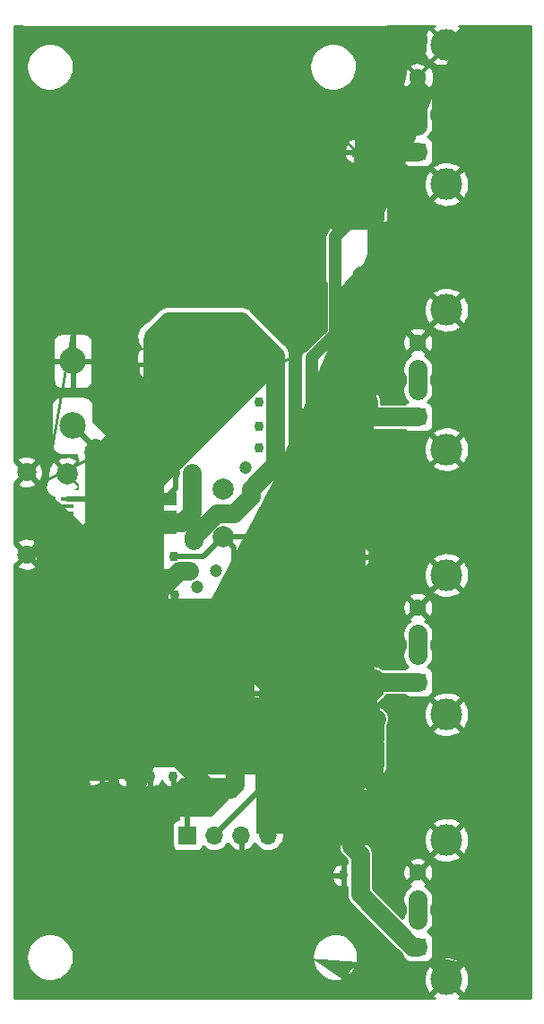
<source format=gbr>
From 0e25682ed73ead8da26ea8659492bd5bce3cfe64 Mon Sep 17 00:00:00 2001
From: jaseg <git@jaseg.net>
Date: Sat, 11 Apr 2020 15:45:32 +0200
Subject: Add gerber export

---
 gerber/remote-F_Cu.gbr | 7438 ++++++++++++++++++++++++------------------------
 1 file changed, 3715 insertions(+), 3723 deletions(-)

(limited to 'gerber/remote-F_Cu.gbr')

diff --git a/gerber/remote-F_Cu.gbr b/gerber/remote-F_Cu.gbr
index 8afca20..b4c987b 100644
--- a/gerber/remote-F_Cu.gbr
+++ b/gerber/remote-F_Cu.gbr
@@ -1,213 +1,47 @@
 G04 #@! TF.GenerationSoftware,KiCad,Pcbnew,(5.99.0-52-gefbc802f4)*
-G04 #@! TF.CreationDate,2019-10-28T15:02:10+01:00*
+G04 #@! TF.CreationDate,2019-11-04T16:58:42+01:00*
 G04 #@! TF.ProjectId,remote,72656d6f-7465-42e6-9b69-6361645f7063,rev?*
 G04 #@! TF.SameCoordinates,Original*
 G04 #@! TF.FileFunction,Copper,L1,Top*
 G04 #@! TF.FilePolarity,Positive*
 %FSLAX46Y46*%
 G04 Gerber Fmt 4.6, Leading zero omitted, Abs format (unit mm)*
-G04 Created by KiCad (PCBNEW (5.99.0-52-gefbc802f4)) date 2019-10-28 15:02:10*
+G04 Created by KiCad (PCBNEW (5.99.0-52-gefbc802f4)) date 2019-11-04 16:58:42*
 %MOMM*%
 %LPD*%
 G04 APERTURE LIST*
-%ADD10C,0.300000*%
-%ADD11R,4.500000X2.000000*%
-%ADD12R,0.450000X1.450000*%
-%ADD13C,1.524000*%
-%ADD14R,1.524000X1.524000*%
-%ADD15R,1.500000X2.000000*%
-%ADD16R,3.800000X2.000000*%
-%ADD17C,2.000000*%
-%ADD18C,0.100000*%
-%ADD19C,0.875000*%
-%ADD20R,0.800000X0.900000*%
-%ADD21C,1.600000*%
-%ADD22R,1.600000X1.600000*%
-%ADD23C,3.000000*%
-%ADD24O,1.700000X1.700000*%
-%ADD25R,1.700000X1.700000*%
-%ADD26C,1.800000*%
-%ADD27R,1.300000X0.450000*%
-%ADD28R,2.200000X1.250000*%
-%ADD29R,2.200000X2.200000*%
-%ADD30C,0.975000*%
-%ADD31C,2.500000*%
+%ADD10R,4.500000X2.000000*%
+%ADD11R,0.450000X1.450000*%
+%ADD12C,1.524000*%
+%ADD13R,1.524000X1.524000*%
+%ADD14R,1.500000X2.000000*%
+%ADD15R,3.800000X2.000000*%
+%ADD16C,2.000000*%
+%ADD17C,0.100000*%
+%ADD18C,0.875000*%
+%ADD19R,0.800000X0.900000*%
+%ADD20C,1.600000*%
+%ADD21R,1.600000X1.600000*%
+%ADD22C,3.000000*%
+%ADD23O,1.700000X1.700000*%
+%ADD24R,1.700000X1.700000*%
+%ADD25C,1.800000*%
+%ADD26R,1.300000X0.450000*%
+%ADD27R,2.200000X1.250000*%
+%ADD28R,2.200000X2.200000*%
+%ADD29C,0.975000*%
+%ADD30C,2.500000*%
+%ADD31C,1.200000*%
 %ADD32C,1.200000*%
 %ADD33C,0.500000*%
-%ADD34C,1.200000*%
-%ADD35C,1.800000*%
+%ADD34C,1.800000*%
+%ADD35C,0.300000*%
 %ADD36C,0.254000*%
 G04 APERTURE END LIST*
 D10*
-X157935714Y-98507142D02*
-X157864285Y-98650000D01*
-X157864285Y-98935714D01*
-X157935714Y-99078571D01*
-X158078571Y-99221428D01*
-X158221428Y-99292857D01*
-X158507142Y-99292857D01*
-X158650000Y-99221428D01*
-X158792857Y-99078571D01*
-X158864285Y-98935714D01*
-X158864285Y-98650000D01*
-X158792857Y-98507142D01*
-X157364285Y-98792857D02*
-X157435714Y-99150000D01*
-X157650000Y-99507142D01*
-X158007142Y-99721428D01*
-X158364285Y-99792857D01*
-X158721428Y-99721428D01*
-X159078571Y-99507142D01*
-X159292857Y-99150000D01*
-X159364285Y-98792857D01*
-X159292857Y-98435714D01*
-X159078571Y-98078571D01*
-X158721428Y-97864285D01*
-X158364285Y-97792857D01*
-X158007142Y-97864285D01*
-X157650000Y-98078571D01*
-X157435714Y-98435714D01*
-X157364285Y-98792857D01*
-X157721428Y-97221428D02*
-X157650000Y-97150000D01*
-X157578571Y-97007142D01*
-X157578571Y-96650000D01*
-X157650000Y-96507142D01*
-X157721428Y-96435714D01*
-X157864285Y-96364285D01*
-X158007142Y-96364285D01*
-X158221428Y-96435714D01*
-X159078571Y-97292857D01*
-X159078571Y-96364285D01*
-X157578571Y-95435714D02*
-X157578571Y-95292857D01*
-X157650000Y-95150000D01*
-X157721428Y-95078571D01*
-X157864285Y-95007142D01*
-X158150000Y-94935714D01*
-X158507142Y-94935714D01*
-X158792857Y-95007142D01*
-X158935714Y-95078571D01*
-X159007142Y-95150000D01*
-X159078571Y-95292857D01*
-X159078571Y-95435714D01*
-X159007142Y-95578571D01*
-X158935714Y-95650000D01*
-X158792857Y-95721428D01*
-X158507142Y-95792857D01*
-X158150000Y-95792857D01*
-X157864285Y-95721428D01*
-X157721428Y-95650000D01*
-X157650000Y-95578571D01*
-X157578571Y-95435714D01*
-X159078571Y-93507142D02*
-X159078571Y-94364285D01*
-X159078571Y-93935714D02*
-X157578571Y-93935714D01*
-X157792857Y-94078571D01*
-X157935714Y-94221428D01*
-X158007142Y-94364285D01*
-X159078571Y-92792857D02*
-X159078571Y-92507142D01*
-X159007142Y-92364285D01*
-X158935714Y-92292857D01*
-X158721428Y-92150000D01*
-X158435714Y-92078571D01*
-X157864285Y-92078571D01*
-X157721428Y-92150000D01*
-X157650000Y-92221428D01*
-X157578571Y-92364285D01*
-X157578571Y-92650000D01*
-X157650000Y-92792857D01*
-X157721428Y-92864285D01*
-X157864285Y-92935714D01*
-X158221428Y-92935714D01*
-X158364285Y-92864285D01*
-X158435714Y-92792857D01*
-X158507142Y-92650000D01*
-X158507142Y-92364285D01*
-X158435714Y-92221428D01*
-X158364285Y-92150000D01*
-X158221428Y-92078571D01*
-X158078571Y-90292857D02*
-X159364285Y-90292857D01*
-X159507142Y-90364285D01*
-X159578571Y-90507142D01*
-X159578571Y-90578571D01*
-X157578571Y-90292857D02*
-X157650000Y-90364285D01*
-X157721428Y-90292857D01*
-X157650000Y-90221428D01*
-X157578571Y-90292857D01*
-X157721428Y-90292857D01*
-X159078571Y-88935714D02*
-X158292857Y-88935714D01*
-X158150000Y-89007142D01*
-X158078571Y-89150000D01*
-X158078571Y-89435714D01*
-X158150000Y-89578571D01*
-X159007142Y-88935714D02*
-X159078571Y-89078571D01*
-X159078571Y-89435714D01*
-X159007142Y-89578571D01*
-X158864285Y-89650000D01*
-X158721428Y-89650000D01*
-X158578571Y-89578571D01*
-X158507142Y-89435714D01*
-X158507142Y-89078571D01*
-X158435714Y-88935714D01*
-X159007142Y-88292857D02*
-X159078571Y-88150000D01*
-X159078571Y-87864285D01*
-X159007142Y-87721428D01*
-X158864285Y-87650000D01*
-X158792857Y-87650000D01*
-X158650000Y-87721428D01*
-X158578571Y-87864285D01*
-X158578571Y-88078571D01*
-X158507142Y-88221428D01*
-X158364285Y-88292857D01*
-X158292857Y-88292857D01*
-X158150000Y-88221428D01*
-X158078571Y-88078571D01*
-X158078571Y-87864285D01*
-X158150000Y-87721428D01*
-X159007142Y-86435714D02*
-X159078571Y-86578571D01*
-X159078571Y-86864285D01*
-X159007142Y-87007142D01*
-X158864285Y-87078571D01*
-X158292857Y-87078571D01*
-X158150000Y-87007142D01*
-X158078571Y-86864285D01*
-X158078571Y-86578571D01*
-X158150000Y-86435714D01*
-X158292857Y-86364285D01*
-X158435714Y-86364285D01*
-X158578571Y-87078571D01*
-X158078571Y-85078571D02*
-X159292857Y-85078571D01*
-X159435714Y-85150000D01*
-X159507142Y-85221428D01*
-X159578571Y-85364285D01*
-X159578571Y-85578571D01*
-X159507142Y-85721428D01*
-X159007142Y-85078571D02*
-X159078571Y-85221428D01*
-X159078571Y-85507142D01*
-X159007142Y-85650000D01*
-X158935714Y-85721428D01*
-X158792857Y-85792857D01*
-X158364285Y-85792857D01*
-X158221428Y-85721428D01*
-X158150000Y-85650000D01*
-X158078571Y-85507142D01*
-X158078571Y-85221428D01*
-X158150000Y-85078571D01*
-D11*
 X171150000Y-128200000D03*
 X179650000Y-128200000D03*
-D12*
+D11*
 X174925000Y-139350000D03*
 X174275000Y-139350000D03*
 X173625000Y-139350000D03*
@@ -228,7 +62,7 @@ X172975000Y-133450000D03*
 X173625000Y-133450000D03*
 X174275000Y-133450000D03*
 X174925000Y-133450000D03*
-D13*
+D12*
 X172620000Y-102460000D03*
 X172620000Y-105000000D03*
 X170080000Y-102460000D03*
@@ -236,20 +70,20 @@ X170080000Y-105000000D03*
 X167540000Y-102460000D03*
 X167540000Y-105000000D03*
 X165000000Y-102460000D03*
-D14*
+D13*
 X165000000Y-105000000D03*
-D15*
+D14*
 X162500000Y-132850000D03*
 X157900000Y-132850000D03*
 X160200000Y-132850000D03*
-D16*
+D15*
 X160200000Y-139150000D03*
-D17*
+D16*
 X178100000Y-116850000D03*
 X178100000Y-121350000D03*
 X171600000Y-116850000D03*
 X171600000Y-121350000D03*
-D18*
+D17*
 G36*
 X184527462Y-90941651D02*
 G01*
@@ -275,9 +109,9 @@ X184443750Y-90925000D01*
 X184527462Y-90941651D01*
 X184527462Y-90941651D01*
 G37*
-D19*
-X184225000Y-91400000D03*
 D18*
+X184225000Y-91400000D03*
+D17*
 G36*
 X186102462Y-90941651D02*
 G01*
@@ -303,9 +137,9 @@ X186018750Y-90925000D01*
 X186102462Y-90941651D01*
 X186102462Y-90941651D01*
 G37*
-D19*
-X185800000Y-91400000D03*
 D18*
+X185800000Y-91400000D03*
+D17*
 G36*
 X183114962Y-122741651D02*
 G01*
@@ -331,9 +165,9 @@ X183031250Y-122725000D01*
 X183114962Y-122741651D01*
 X183114962Y-122741651D01*
 G37*
-D19*
-X182812500Y-123200000D03*
 D18*
+X182812500Y-123200000D03*
+D17*
 G36*
 X184689962Y-122741651D02*
 G01*
@@ -359,9 +193,9 @@ X184606250Y-122725000D01*
 X184689962Y-122741651D01*
 X184689962Y-122741651D01*
 G37*
-D19*
-X184387500Y-123200000D03*
 D18*
+X184387500Y-123200000D03*
+D17*
 G36*
 X165714962Y-122741651D02*
 G01*
@@ -387,9 +221,9 @@ X165631250Y-122725000D01*
 X165714962Y-122741651D01*
 X165714962Y-122741651D01*
 G37*
-D19*
-X165412500Y-123200000D03*
 D18*
+X165412500Y-123200000D03*
+D17*
 G36*
 X167289962Y-122741651D02*
 G01*
@@ -415,9 +249,9 @@ X167206250Y-122725000D01*
 X167289962Y-122741651D01*
 X167289962Y-122741651D01*
 G37*
-D19*
-X166987500Y-123200000D03*
 D18*
+X166987500Y-123200000D03*
+D17*
 G36*
 X167414962Y-114841651D02*
 G01*
@@ -443,9 +277,9 @@ X167331250Y-114825000D01*
 X167414962Y-114841651D01*
 X167414962Y-114841651D01*
 G37*
-D19*
-X167112500Y-115300000D03*
 D18*
+X167112500Y-115300000D03*
+D17*
 G36*
 X168989962Y-114841651D02*
 G01*
@@ -471,9 +305,9 @@ X168906250Y-114825000D01*
 X168989962Y-114841651D01*
 X168989962Y-114841651D01*
 G37*
-D19*
-X168687500Y-115300000D03*
 D18*
+X168687500Y-115300000D03*
+D17*
 G36*
 X177314962Y-132741651D02*
 G01*
@@ -499,9 +333,9 @@ X177231250Y-132725000D01*
 X177314962Y-132741651D01*
 X177314962Y-132741651D01*
 G37*
-D19*
-X177012500Y-133200000D03*
 D18*
+X177012500Y-133200000D03*
+D17*
 G36*
 X178889962Y-132741651D02*
 G01*
@@ -527,9 +361,9 @@ X178806250Y-132725000D01*
 X178889962Y-132741651D01*
 X178889962Y-132741651D01*
 G37*
-D19*
-X178587500Y-133200000D03*
 D18*
+X178587500Y-133200000D03*
+D17*
 G36*
 X184889962Y-145741651D02*
 G01*
@@ -555,9 +389,9 @@ X184806250Y-145725000D01*
 X184889962Y-145741651D01*
 X184889962Y-145741651D01*
 G37*
-D19*
-X184587500Y-146200000D03*
 D18*
+X184587500Y-146200000D03*
+D17*
 G36*
 X183314962Y-145741651D02*
 G01*
@@ -583,9 +417,9 @@ X183231250Y-145725000D01*
 X183314962Y-145741651D01*
 X183314962Y-145741651D01*
 G37*
-D19*
-X183012500Y-146200000D03*
 D18*
+X183012500Y-146200000D03*
+D17*
 G36*
 X177314962Y-134541651D02*
 G01*
@@ -611,9 +445,9 @@ X177231250Y-134525000D01*
 X177314962Y-134541651D01*
 X177314962Y-134541651D01*
 G37*
-D19*
-X177012500Y-135000000D03*
 D18*
+X177012500Y-135000000D03*
+D17*
 G36*
 X178889962Y-134541651D02*
 G01*
@@ -639,9 +473,9 @@ X178806250Y-134525000D01*
 X178889962Y-134541651D01*
 X178889962Y-134541651D01*
 G37*
-D19*
-X178587500Y-135000000D03*
 D18*
+X178587500Y-135000000D03*
+D17*
 G36*
 X185389962Y-103441651D02*
 G01*
@@ -667,9 +501,9 @@ X185306250Y-103425000D01*
 X185389962Y-103441651D01*
 X185389962Y-103441651D01*
 G37*
-D19*
-X185087500Y-103900000D03*
 D18*
+X185087500Y-103900000D03*
+D17*
 G36*
 X183814962Y-103441651D02*
 G01*
@@ -695,9 +529,9 @@ X183731250Y-103425000D01*
 X183814962Y-103441651D01*
 X183814962Y-103441651D01*
 G37*
-D19*
-X183512500Y-103900000D03*
 D18*
+X183512500Y-103900000D03*
+D17*
 G36*
 X184627462Y-139941651D02*
 G01*
@@ -723,9 +557,9 @@ X184543750Y-139925000D01*
 X184627462Y-139941651D01*
 X184627462Y-139941651D01*
 G37*
-D19*
-X184325000Y-140400000D03*
 D18*
+X184325000Y-140400000D03*
+D17*
 G36*
 X186202462Y-139941651D02*
 G01*
@@ -751,9 +585,9 @@ X186118750Y-139925000D01*
 X186202462Y-139941651D01*
 X186202462Y-139941651D01*
 G37*
-D19*
+D18*
 X185900000Y-140400000D03*
-D20*
+D19*
 X185000000Y-87300000D03*
 X185950000Y-89300000D03*
 X184050000Y-89300000D03*
@@ -766,69 +600,69 @@ X185350000Y-105700000D03*
 X185100000Y-136500000D03*
 X186050000Y-138500000D03*
 X184150000Y-138500000D03*
-D21*
+D20*
 X190000000Y-78000000D03*
 X190000000Y-80500000D03*
 X190000000Y-82500000D03*
-D22*
+D21*
 X190000000Y-85000000D03*
-D23*
+D22*
 X192710000Y-88070000D03*
 X192710000Y-74930000D03*
-D21*
+D20*
 X190000000Y-153000000D03*
 X190000000Y-155500000D03*
 X190000000Y-157500000D03*
-D22*
+D21*
 X190000000Y-160000000D03*
-D23*
+D22*
 X192710000Y-163070000D03*
 X192710000Y-149930000D03*
-D24*
+D23*
 X175870000Y-149500000D03*
 X173330000Y-149500000D03*
 X170790000Y-149500000D03*
-D25*
+D24*
 X168250000Y-149500000D03*
-D21*
+D20*
 X190000000Y-103000000D03*
 X190000000Y-105500000D03*
 X190000000Y-107500000D03*
-D22*
+D21*
 X190000000Y-110000000D03*
-D23*
+D22*
 X192710000Y-113070000D03*
 X192710000Y-99930000D03*
-D26*
+D25*
 X153050000Y-122975000D03*
 X153050000Y-115225000D03*
-D17*
+D16*
 X156850000Y-122825000D03*
 X156850000Y-115375000D03*
-D27*
+D26*
 X156900000Y-120400000D03*
 X156900000Y-119750000D03*
 X156900000Y-119100000D03*
 X156900000Y-118450000D03*
 X156900000Y-117800000D03*
-D21*
+D20*
 X190000000Y-128000000D03*
 X190000000Y-130500000D03*
 X190000000Y-132500000D03*
-D22*
+D21*
 X190000000Y-135000000D03*
-D23*
+D22*
 X192710000Y-138070000D03*
 X192710000Y-124930000D03*
-D28*
+D27*
 X183500000Y-117725000D03*
-D29*
-X183500000Y-120000000D03*
 D28*
+X183500000Y-120000000D03*
+D27*
 X166100000Y-117725000D03*
-D29*
+D28*
 X166100000Y-120000000D03*
-D18*
+D17*
 G36*
 X184464962Y-84591651D02*
 G01*
@@ -854,9 +688,9 @@ X184381250Y-84575000D01*
 X184464962Y-84591651D01*
 X184464962Y-84591651D01*
 G37*
-D19*
-X184162500Y-85050000D03*
 D18*
+X184162500Y-85050000D03*
+D17*
 G36*
 X186039962Y-84591651D02*
 G01*
@@ -882,9 +716,9 @@ X185956250Y-84575000D01*
 X186039962Y-84591651D01*
 X186039962Y-84591651D01*
 G37*
-D19*
-X185737500Y-85050000D03*
 D18*
+X185737500Y-85050000D03*
+D17*
 G36*
 X175314962Y-112441651D02*
 G01*
@@ -910,9 +744,9 @@ X175231250Y-112425000D01*
 X175314962Y-112441651D01*
 X175314962Y-112441651D01*
 G37*
-D19*
-X175012500Y-112900000D03*
 D18*
+X175012500Y-112900000D03*
+D17*
 G36*
 X176889962Y-112441651D02*
 G01*
@@ -938,9 +772,9 @@ X176806250Y-112425000D01*
 X176889962Y-112441651D01*
 X176889962Y-112441651D01*
 G37*
-D19*
-X176587500Y-112900000D03*
 D18*
+X176587500Y-112900000D03*
+D17*
 G36*
 X175277462Y-110441651D02*
 G01*
@@ -966,9 +800,9 @@ X175193750Y-110425000D01*
 X175277462Y-110441651D01*
 X175277462Y-110441651D01*
 G37*
-D19*
-X174975000Y-110900000D03*
 D18*
+X174975000Y-110900000D03*
+D17*
 G36*
 X176852462Y-110441651D02*
 G01*
@@ -994,9 +828,9 @@ X176768750Y-110425000D01*
 X176852462Y-110441651D01*
 X176852462Y-110441651D01*
 G37*
-D19*
-X176550000Y-110900000D03*
 D18*
+X176550000Y-110900000D03*
+D17*
 G36*
 X175277462Y-108191651D02*
 G01*
@@ -1022,9 +856,9 @@ X175193750Y-108175000D01*
 X175277462Y-108191651D01*
 X175277462Y-108191651D01*
 G37*
-D19*
-X174975000Y-108650000D03*
 D18*
+X174975000Y-108650000D03*
+D17*
 G36*
 X176852462Y-108191651D02*
 G01*
@@ -1050,9 +884,9 @@ X176768750Y-108175000D01*
 X176852462Y-108191651D01*
 X176852462Y-108191651D01*
 G37*
-D19*
-X176550000Y-108650000D03*
 D18*
+X176550000Y-108650000D03*
+D17*
 G36*
 X167339962Y-126391651D02*
 G01*
@@ -1078,9 +912,9 @@ X167256250Y-126375000D01*
 X167339962Y-126391651D01*
 X167339962Y-126391651D01*
 G37*
-D19*
-X167000000Y-126812500D03*
 D18*
+X167000000Y-126812500D03*
+D17*
 G36*
 X167339962Y-127966651D02*
 G01*
@@ -1106,9 +940,9 @@ X167256250Y-127950000D01*
 X167339962Y-127966651D01*
 X167339962Y-127966651D01*
 G37*
-D19*
-X167000000Y-128387500D03*
 D18*
+X167000000Y-128387500D03*
+D17*
 G36*
 X184139962Y-126391651D02*
 G01*
@@ -1134,9 +968,9 @@ X184056250Y-126375000D01*
 X184139962Y-126391651D01*
 X184139962Y-126391651D01*
 G37*
-D19*
-X183800000Y-126812500D03*
 D18*
+X183800000Y-126812500D03*
+D17*
 G36*
 X184139962Y-127966651D02*
 G01*
@@ -1162,9 +996,9 @@ X184056250Y-127950000D01*
 X184139962Y-127966651D01*
 X184139962Y-127966651D01*
 G37*
-D19*
-X183800000Y-128387500D03*
 D18*
+X183800000Y-128387500D03*
+D17*
 G36*
 X183264962Y-152791651D02*
 G01*
@@ -1190,9 +1024,9 @@ X183181250Y-152775000D01*
 X183264962Y-152791651D01*
 X183264962Y-152791651D01*
 G37*
-D19*
-X182962500Y-153250000D03*
 D18*
+X182962500Y-153250000D03*
+D17*
 G36*
 X184839962Y-152791651D02*
 G01*
@@ -1218,9 +1052,9 @@ X184756250Y-152775000D01*
 X184839962Y-152791651D01*
 X184839962Y-152791651D01*
 G37*
-D19*
-X184537500Y-153250000D03*
 D18*
+X184537500Y-153250000D03*
+D17*
 G36*
 X171477462Y-142291651D02*
 G01*
@@ -1246,9 +1080,9 @@ X171393750Y-142275000D01*
 X171477462Y-142291651D01*
 X171477462Y-142291651D01*
 G37*
-D19*
-X171175000Y-142750000D03*
 D18*
+X171175000Y-142750000D03*
+D17*
 G36*
 X173052462Y-142291651D02*
 G01*
@@ -1274,9 +1108,9 @@ X172968750Y-142275000D01*
 X173052462Y-142291651D01*
 X173052462Y-142291651D01*
 G37*
-D19*
-X172750000Y-142750000D03*
 D18*
+X172750000Y-142750000D03*
+D17*
 G36*
 X184014962Y-109091651D02*
 G01*
@@ -1302,9 +1136,9 @@ X183931250Y-109075000D01*
 X184014962Y-109091651D01*
 X184014962Y-109091651D01*
 G37*
-D19*
-X183712500Y-109550000D03*
 D18*
+X183712500Y-109550000D03*
+D17*
 G36*
 X185589962Y-109091651D02*
 G01*
@@ -1330,9 +1164,9 @@ X185506250Y-109075000D01*
 X185589962Y-109091651D01*
 X185589962Y-109091651D01*
 G37*
-D19*
-X185287500Y-109550000D03*
 D18*
+X185287500Y-109550000D03*
+D17*
 G36*
 X167239962Y-143466651D02*
 G01*
@@ -1358,9 +1192,9 @@ X167156250Y-143450000D01*
 X167239962Y-143466651D01*
 X167239962Y-143466651D01*
 G37*
-D19*
-X166900000Y-143887500D03*
 D18*
+X166900000Y-143887500D03*
+D17*
 G36*
 X167239962Y-141891651D02*
 G01*
@@ -1386,9 +1220,9 @@ X167156250Y-141875000D01*
 X167239962Y-141891651D01*
 X167239962Y-141891651D01*
 G37*
-D19*
-X166900000Y-142312500D03*
 D18*
+X166900000Y-142312500D03*
+D17*
 G36*
 X165089962Y-143466651D02*
 G01*
@@ -1414,9 +1248,9 @@ X165006250Y-143450000D01*
 X165089962Y-143466651D01*
 X165089962Y-143466651D01*
 G37*
-D19*
-X164750000Y-143887500D03*
 D18*
+X164750000Y-143887500D03*
+D17*
 G36*
 X165089962Y-141891651D02*
 G01*
@@ -1442,9 +1276,9 @@ X165006250Y-141875000D01*
 X165089962Y-141891651D01*
 X165089962Y-141891651D01*
 G37*
-D19*
-X164750000Y-142312500D03*
 D18*
+X164750000Y-142312500D03*
+D17*
 G36*
 X162989962Y-143466651D02*
 G01*
@@ -1470,9 +1304,9 @@ X162906250Y-143450000D01*
 X162989962Y-143466651D01*
 X162989962Y-143466651D01*
 G37*
-D19*
-X162650000Y-143887500D03*
 D18*
+X162650000Y-143887500D03*
+D17*
 G36*
 X162989962Y-141891651D02*
 G01*
@@ -1498,9 +1332,9 @@ X162906250Y-141875000D01*
 X162989962Y-141891651D01*
 X162989962Y-141891651D01*
 G37*
-D19*
-X162650000Y-142312500D03*
 D18*
+X162650000Y-142312500D03*
+D17*
 G36*
 X160699529Y-143568554D02*
 G01*
@@ -1526,9 +1360,9 @@ X160606250Y-143550000D01*
 X160699529Y-143568554D01*
 X160699529Y-143568554D01*
 G37*
-D30*
+D29*
 X160150000Y-144037500D03*
-D18*
+D17*
 G36*
 X160699529Y-141693554D02*
 G01*
@@ -1554,9 +1388,9 @@ X160606250Y-141675000D01*
 X160699529Y-141693554D01*
 X160699529Y-141693554D01*
 G37*
-D30*
+D29*
 X160150000Y-142162500D03*
-D18*
+D17*
 G36*
 X156314962Y-128941651D02*
 G01*
@@ -1582,9 +1416,9 @@ X156231250Y-128925000D01*
 X156314962Y-128941651D01*
 X156314962Y-128941651D01*
 G37*
-D19*
-X156012500Y-129400000D03*
 D18*
+X156012500Y-129400000D03*
+D17*
 G36*
 X157889962Y-128941651D02*
 G01*
@@ -1610,9 +1444,9 @@ X157806250Y-128925000D01*
 X157889962Y-128941651D01*
 X157889962Y-128941651D01*
 G37*
-D19*
-X157587500Y-129400000D03*
 D18*
+X157587500Y-129400000D03*
+D17*
 G36*
 X158495671Y-102769030D02*
 G01*
@@ -1638,9 +1472,9 @@ X158400000Y-102750000D01*
 X158495671Y-102769030D01*
 X158495671Y-102769030D01*
 G37*
-D31*
+D30*
 X157400000Y-104750000D03*
-D18*
+D17*
 G36*
 X158495671Y-108869030D02*
 G01*
@@ -1666,9 +1500,9 @@ X158400000Y-108850000D01*
 X158495671Y-108869030D01*
 X158495671Y-108869030D01*
 G37*
-D31*
+D30*
 X157400000Y-110850000D03*
-D18*
+D17*
 G36*
 X184614962Y-134241651D02*
 G01*
@@ -1694,9 +1528,9 @@ X184531250Y-134225000D01*
 X184614962Y-134241651D01*
 X184614962Y-134241651D01*
 G37*
-D19*
-X184312500Y-134700000D03*
 D18*
+X184312500Y-134700000D03*
+D17*
 G36*
 X186189962Y-134241651D02*
 G01*
@@ -1722,3138 +1556,675 @@ X186106250Y-134225000D01*
 X186189962Y-134241651D01*
 X186189962Y-134241651D01*
 G37*
-D19*
+D18*
 X185887500Y-134700000D03*
-D32*
-X181700000Y-107300000D03*
-X163800000Y-123800000D03*
-X166318018Y-130961882D03*
-X171000000Y-131500000D03*
-X168100000Y-130800000D03*
-X164063997Y-110063997D03*
-X168200000Y-113400000D03*
-X155900000Y-127900000D03*
-X160200000Y-145400000D03*
-X163100000Y-145200000D03*
-X169800000Y-142600000D03*
-X171100000Y-137500000D03*
-X166900000Y-134500000D03*
-X170900000Y-124500000D03*
-X169200000Y-126100000D03*
-X179525000Y-133600000D03*
-X174700000Y-129700000D03*
-X177300000Y-131600000D03*
-X184300000Y-133000000D03*
-X185900000Y-123000000D03*
-X185400000Y-126800000D03*
-X184200000Y-111100000D03*
-X184100000Y-83100000D03*
-X157400000Y-101100000D03*
-X160200000Y-104900000D03*
-X154200000Y-104900000D03*
-X170300000Y-110900000D03*
-X171600000Y-109800000D03*
-X173700000Y-114800000D03*
-X163700019Y-136245241D03*
-X162749990Y-128200000D03*
-X164550041Y-125363202D03*
-X163700000Y-129300000D03*
-X161669098Y-129288137D03*
-D17*
-X159000000Y-126100000D03*
-D32*
-X165237067Y-137556111D03*
-X166605670Y-137261219D03*
-X166950011Y-132300000D03*
-X166521759Y-140078241D03*
-X164099049Y-126701216D03*
-X173700000Y-141200000D03*
-D17*
-X159500000Y-113400000D03*
-X184850000Y-96750000D03*
+D31*
+X176100000Y-123600000D03*
+X174000000Y-123700000D03*
+X180600000Y-140900000D03*
+X180600000Y-139200000D03*
+X171300000Y-135200000D03*
+X168800000Y-121700000D03*
+X168400000Y-124500000D03*
+D16*
 X183200000Y-143500000D03*
+X184850000Y-96750000D03*
+X159500000Y-113400000D03*
+D31*
+X173700000Y-141200000D03*
+X164099049Y-126701216D03*
+X166521759Y-140078241D03*
+X166950011Y-132300000D03*
+X166605670Y-137261219D03*
+X165237067Y-137556111D03*
+D16*
+X159000000Y-126100000D03*
+D31*
+X161669098Y-129288137D03*
+X163700000Y-129300000D03*
+X164550041Y-125363202D03*
+X162749990Y-128200000D03*
+X163700019Y-136245241D03*
+X173700000Y-114800000D03*
+X171600000Y-109800000D03*
+X170300000Y-110900000D03*
+X154200000Y-104900000D03*
+X160200000Y-104900000D03*
+X157400000Y-101100000D03*
+X184100000Y-83100000D03*
+X184200000Y-111100000D03*
+X185400000Y-126800000D03*
+X185900000Y-123000000D03*
+X184300000Y-133000000D03*
+X177300000Y-131600000D03*
+X174700000Y-129700000D03*
+X179525000Y-133600000D03*
+X169200000Y-126100000D03*
+X170900000Y-124500000D03*
+X166900000Y-134500000D03*
+X171100000Y-137500000D03*
+X169800000Y-142600000D03*
+X163100000Y-145200000D03*
+X160200000Y-145400000D03*
+X155900000Y-127900000D03*
+X168200000Y-113400000D03*
+X164063997Y-110063997D03*
+X168100000Y-130800000D03*
+X171000000Y-131500000D03*
+X166318018Y-130961882D03*
+X163800000Y-123800000D03*
+X181700000Y-107300000D03*
 D32*
-X168400000Y-124500000D03*
-X168800000Y-121700000D03*
-X171300000Y-135200000D03*
-X180600000Y-139200000D03*
-X180600000Y-140900000D03*
-X174000000Y-123700000D03*
-X176100000Y-123600000D03*
+X185787500Y-85000000D02*
+X185737500Y-85050000D01*
+X190000000Y-85000000D02*
+X185787500Y-85000000D01*
+X185737500Y-86562500D02*
+X185000000Y-87300000D01*
+X185737500Y-85050000D02*
+X185737500Y-86562500D01*
+X184537500Y-155037500D02*
+X184537500Y-153250000D01*
+X190000000Y-160000000D02*
+X189500000Y-160000000D01*
+X189500000Y-160000000D02*
+X184537500Y-155037500D01*
+X190000000Y-157500000D02*
+X190000000Y-155500000D01*
+X190000000Y-130500000D02*
+X190000000Y-132500000D01*
+X190000000Y-107500000D02*
+X190000000Y-105500000D01*
+X186187500Y-135000000D02*
+X185887500Y-134700000D01*
+X190000000Y-135000000D02*
+X186187500Y-135000000D01*
+X185887500Y-135712500D02*
+X185887500Y-134700000D01*
+X185100000Y-136500000D02*
+X185887500Y-135712500D01*
 D33*
-X183500000Y-116600000D02*
-X181700000Y-114800000D01*
-X183500000Y-117725000D02*
-X183500000Y-116600000D01*
-X181700000Y-114800000D02*
-X181700000Y-107300000D01*
-X177793898Y-124575001D02*
-X174875001Y-124575001D01*
-X181100000Y-106000000D02*
-X180600000Y-106500000D01*
-X180600000Y-121768899D02*
-X177793898Y-124575001D01*
-X182200000Y-106000000D02*
-X181100000Y-106000000D01*
-X182875010Y-106675010D02*
-X182200000Y-106000000D01*
+X172975000Y-134425000D02*
+X172975000Y-133450000D01*
+X173000000Y-134450000D02*
+X172975000Y-134425000D01*
+X176387500Y-136100000D02*
+X173600000Y-136100000D01*
+X177012500Y-135000000D02*
+X177012500Y-135475000D01*
+X173600000Y-136100000D02*
+X173000000Y-135500000D01*
+X177012500Y-135475000D02*
+X176387500Y-136100000D01*
+X173000000Y-135500000D02*
+X173000000Y-134450000D01*
+X175175000Y-133200000D02*
+X174925000Y-133450000D01*
+X177012500Y-133200000D02*
+X175175000Y-133200000D01*
+X174275000Y-139350000D02*
+X174275000Y-138425000D01*
+X177000000Y-148370000D02*
+X175870000Y-149500000D01*
+X174925000Y-145365000D02*
+X170790000Y-149500000D01*
+X174925000Y-139350000D02*
+X174925000Y-145365000D01*
+D32*
+X184537500Y-151287500D02*
+X183750000Y-150500000D01*
+X184537500Y-153250000D02*
+X184537500Y-151287500D01*
+X185737500Y-110000000D02*
+X185287500Y-109550000D01*
+X190000000Y-110000000D02*
+X185737500Y-110000000D01*
+X185287500Y-108587500D02*
+X185287500Y-109550000D01*
+X184400000Y-107700000D02*
+X185287500Y-108587500D01*
+X185350000Y-104162500D02*
+X185087500Y-103900000D01*
 X185350000Y-105700000D02*
-X185350000Y-105750000D01*
-X180600000Y-106500000D02*
-X180600000Y-121768899D01*
-X184450000Y-106650000D02*
-X183878872Y-106650000D01*
-X185350000Y-105750000D02*
-X184450000Y-106650000D01*
-X183878872Y-106650000D02*
-X183853862Y-106675010D01*
-X183853862Y-106675010D02*
-X182875010Y-106675010D01*
-X174875001Y-124575001D02*
-X174000000Y-123700000D01*
-X182200000Y-102200000D02*
-X179974989Y-104425011D01*
-X179974989Y-104425011D02*
-X179974989Y-121510012D01*
-X177885001Y-123600000D02*
-X176948528Y-123600000D01*
-X182200000Y-92987500D02*
-X182200000Y-102200000D01*
-X184225000Y-91400000D02*
-X183787500Y-91400000D01*
-X179974989Y-121510012D02*
-X177885001Y-123600000D01*
-X183787500Y-91400000D02*
-X182200000Y-92987500D01*
-X176948528Y-123600000D02*
-X176100000Y-123600000D01*
-D34*
-X190000000Y-80500000D02*
-X190000000Y-82500000D01*
-D10*
-X173732001Y-103572001D02*
-X173732001Y-105533761D01*
-X163800000Y-115465762D02*
-X163800000Y-122951472D01*
-X163800000Y-122951472D02*
-X163800000Y-123800000D01*
-X173732001Y-105533761D02*
-X163800000Y-115465762D01*
-X172620000Y-102460000D02*
-X173732001Y-103572001D01*
-X170080000Y-107512878D02*
-X162299989Y-115292889D01*
-X170080000Y-105000000D02*
-X170080000Y-107512878D01*
-X162299989Y-115292889D02*
-X162299989Y-124902156D01*
-X162299989Y-124902156D02*
-X163499050Y-126101217D01*
-X163499050Y-126101217D02*
-X164099049Y-126701216D01*
-X164550041Y-125363202D02*
-X163701513Y-125363202D01*
-X163701513Y-125363202D02*
-X162800000Y-124461689D01*
-X162800000Y-115500000D02*
-X172620000Y-105680000D01*
-X172620000Y-105680000D02*
-X172620000Y-105000000D01*
-X162800000Y-124461689D02*
-X162800000Y-115500000D01*
-X160799958Y-114671558D02*
-X160799958Y-126999958D01*
-X166300000Y-109171513D02*
-X160799958Y-114671558D01*
-X167540000Y-102460000D02*
-X166300000Y-103700000D01*
-X160799958Y-126999958D02*
-X161600000Y-127800000D01*
-X166300000Y-103700000D02*
-X166300000Y-109171513D01*
-X161600000Y-127800000D02*
-X161600000Y-129219039D01*
-X161600000Y-129219039D02*
-X161669098Y-129288137D01*
-X161799978Y-115085778D02*
-X161799978Y-125843966D01*
-X161799978Y-125843966D02*
-X163700000Y-127743988D01*
-X163700000Y-127743988D02*
-X163700000Y-128451472D01*
-X167540000Y-108638634D02*
-X161299968Y-114878668D01*
-X161299968Y-114878668D02*
-X161299968Y-126749978D01*
-X168800000Y-108085756D02*
-X161799978Y-115085778D01*
-X167540000Y-105000000D02*
-X167540000Y-108638634D01*
-X170080000Y-102460000D02*
-X168800000Y-103740000D01*
-X163700000Y-128451472D02*
-X163700000Y-129300000D01*
-X162149991Y-127600001D02*
-X162749990Y-128200000D01*
-X161299968Y-126749978D02*
-X162149991Y-127600001D01*
-X168800000Y-103740000D02*
-X168800000Y-108085756D01*
-X166318018Y-130681982D02*
-X166318018Y-130961882D01*
-X167150001Y-129849999D02*
-X166318018Y-130681982D01*
-X171675000Y-132231002D02*
-X171950001Y-131956001D01*
-X171675000Y-133450000D02*
-X171675000Y-132231002D01*
-X171950001Y-131956001D02*
-X171950001Y-131043999D01*
-X171950001Y-131043999D02*
-X170756001Y-129849999D01*
-X170756001Y-129849999D02*
-X167150001Y-129849999D01*
-D33*
-X170375000Y-132275000D02*
-X169499999Y-131399999D01*
-X168699999Y-131399999D02*
-X168100000Y-130800000D01*
-X170375000Y-133450000D02*
-X170375000Y-132275000D01*
-X169499999Y-131399999D02*
-X168699999Y-131399999D01*
-D10*
-X171025000Y-131525000D02*
-X171000000Y-131500000D01*
-X171025000Y-133450000D02*
-X171025000Y-131525000D01*
+X185350000Y-104162500D01*
 D33*
-X173625000Y-130825000D02*
-X171150000Y-128350000D01*
-X171150000Y-128350000D02*
-X171150000Y-128200000D01*
-X173625000Y-133450000D02*
-X173625000Y-130825000D01*
-X167112500Y-115300000D02*
-X167112500Y-114487500D01*
-X167112500Y-114487500D02*
-X168200000Y-113400000D01*
-X156900000Y-120400000D02*
-X156900000Y-122775000D01*
-X156900000Y-122775000D02*
-X156850000Y-122825000D01*
-D10*
-X171675000Y-140925000D02*
-X171175000Y-141425000D01*
-X171175000Y-141425000D02*
-X171175000Y-142750000D01*
-X171675000Y-139350000D02*
-X171675000Y-140925000D01*
-X171675000Y-139575000D02*
-X171699999Y-139550001D01*
-X171699999Y-139550001D02*
-X171699999Y-138099999D01*
-X171699999Y-138099999D02*
-X171100000Y-137500000D01*
-X171675000Y-139350000D02*
-X171675000Y-139575000D01*
+X182812500Y-120687500D02*
+X183500000Y-120000000D01*
+X182812500Y-123200000D02*
+X182812500Y-120687500D01*
+X179837500Y-128387500D02*
+X179650000Y-128200000D01*
+X183800000Y-128387500D02*
+X179837500Y-128387500D01*
+X167187500Y-128200000D02*
+X167000000Y-128387500D01*
+X171150000Y-128200000D02*
+X167187500Y-128200000D01*
+X178300000Y-128200000D02*
+X179650000Y-128200000D01*
+X174275000Y-132225000D02*
+X178300000Y-128200000D01*
+X174275000Y-133450000D02*
+X174275000Y-132225000D01*
+X184050000Y-91225000D02*
+X184225000Y-91400000D01*
+X184050000Y-89300000D02*
+X184050000Y-91225000D01*
+X184700000Y-146312500D02*
+X184587500Y-146200000D01*
+X184700000Y-148500000D02*
+X184700000Y-146312500D01*
+X182250007Y-149475009D02*
+X180700000Y-147925002D01*
+X184674991Y-149475009D02*
+X182250007Y-149475009D01*
+X184700000Y-148500000D02*
+X184700000Y-149450000D01*
+X184700000Y-149450000D02*
+X184674991Y-149475009D01*
+X180700000Y-147925002D02*
+X180700000Y-141000000D01*
+X180700000Y-141000000D02*
+X180600000Y-140900000D01*
+X183450000Y-139200000D02*
+X184150000Y-138500000D01*
+X180600000Y-139200000D02*
+X183450000Y-139200000D01*
+X184150000Y-140225000D02*
+X184325000Y-140400000D01*
+X184150000Y-138500000D02*
+X184150000Y-140225000D01*
+X183600000Y-139200000D02*
+X183450000Y-139200000D01*
+X184325000Y-139925000D02*
+X183600000Y-139200000D01*
+X184325000Y-140400000D02*
+X184325000Y-139925000D01*
+X174450001Y-138249999D02*
+X174275000Y-138425000D01*
+X175449999Y-138249999D02*
+X174450001Y-138249999D01*
+X177000000Y-139800000D02*
+X175449999Y-138249999D01*
+X177000000Y-139800000D02*
+X177000000Y-148370000D01*
+X169725000Y-134675000D02*
+X170250000Y-135200000D01*
+X170250000Y-135200000D02*
+X171300000Y-135200000D01*
+X169725000Y-133450000D02*
+X169725000Y-134675000D01*
+D32*
+X172750000Y-144650000D02*
+X172750000Y-142750000D01*
+X172300000Y-145100000D02*
+X172750000Y-144650000D01*
+X160200000Y-142112500D02*
+X160150000Y-142162500D01*
 D33*
-X179000000Y-133600000D02*
-X179525000Y-133600000D01*
-X178600000Y-133200000D02*
-X179000000Y-133600000D01*
-X178587500Y-133200000D02*
-X178600000Y-133200000D01*
-X173400000Y-137500000D02*
-X176500000Y-137500000D01*
-X174700000Y-125864212D02*
-X173217894Y-124382106D01*
-X174700000Y-129700000D02*
-X174700000Y-125864212D01*
-X172917894Y-124082106D02*
-X172600000Y-123764213D01*
-X172599999Y-122349999D02*
-X171600000Y-121350000D01*
-X180500000Y-131900000D02*
-X180200000Y-131600000D01*
-X180500000Y-135800000D02*
-X180500000Y-131900000D01*
-X178299694Y-131600000D02*
-X177300000Y-131600000D01*
-X166987500Y-123200000D02*
-X169750000Y-123200000D01*
-D10*
-X177100000Y-137500000D02*
-X175700000Y-137500000D01*
+X178587500Y-135475000D02*
+X177287500Y-136775000D01*
+X172325000Y-139350000D02*
+X172325000Y-139225000D01*
+X172750000Y-142750000D02*
+X172325000Y-142325000D01*
+X172325000Y-142325000D02*
+X172325000Y-139350000D01*
+X168250000Y-146750000D02*
+X169900000Y-145100000D01*
+X172325000Y-139225000D02*
+X172325000Y-136775000D01*
+X172325000Y-136775000D02*
+X172325000Y-133450000D01*
+X178587500Y-135000000D02*
+X178587500Y-135475000D01*
+D32*
+X169900000Y-145100000D02*
+X172300000Y-145100000D01*
 D33*
-X176500000Y-137500000D02*
-X178800000Y-137500000D01*
-X172975000Y-139350000D02*
-X172975000Y-137925000D01*
-X178800000Y-137500000D02*
-X180500000Y-135800000D01*
-X171600000Y-121350000D02*
-X178100000Y-121350000D01*
-X180200000Y-131600000D02*
-X177300000Y-131600000D01*
-X176500000Y-137500000D02*
-X177100000Y-137500000D01*
-X173217894Y-124382106D02*
-X172917894Y-124082106D01*
-X169750000Y-123200000D02*
-X171600000Y-121350000D01*
-X172600000Y-123764213D02*
-X172599999Y-122349999D01*
-X177100000Y-137500000D02*
-X177446397Y-137500000D01*
-X172975000Y-137925000D02*
-X173400000Y-137500000D01*
-D10*
-X170375000Y-140375000D02*
-X169750000Y-141000000D01*
-X164700000Y-139000000D02*
-X163700019Y-138000019D01*
-X163700019Y-138000019D02*
-X163700019Y-137093769D01*
-X170375000Y-139350000D02*
-X170375000Y-140375000D01*
-X168849520Y-141000000D02*
-X166849520Y-139000000D01*
-X169750000Y-141000000D02*
-X168849520Y-141000000D01*
-X163700019Y-137093769D02*
-X163700019Y-136245241D01*
-X166849520Y-139000000D02*
-X164700000Y-139000000D01*
-D34*
-X167551472Y-124500000D02*
-X168400000Y-124500000D01*
-X165499050Y-129800950D02*
-X165499050Y-126471822D01*
-X160200000Y-132850000D02*
-X160200000Y-131485235D01*
-X160200000Y-131485235D02*
-X160985233Y-130700002D01*
-X165499050Y-126471822D02*
-X167470872Y-124500000D01*
-X164599998Y-130700002D02*
-X165499050Y-129800950D01*
-X160985233Y-130700002D02*
-X164599998Y-130700002D01*
-X167470872Y-124500000D02*
-X167551472Y-124500000D01*
-X159000000Y-123500000D02*
-X159000000Y-126100000D01*
-D10*
-X167943529Y-141500011D02*
-X167121758Y-140678240D01*
-D33*
-X168100011Y-133450000D02*
-X167550010Y-132899999D01*
-D10*
-X169957111Y-141500011D02*
-X167943529Y-141500011D01*
-X167121758Y-140678240D02*
-X166521759Y-140078241D01*
-D33*
-X167550010Y-132899999D02*
-X166950011Y-132300000D01*
-D10*
-X169075000Y-139350000D02*
-X169075000Y-138850000D01*
-D33*
-X169075000Y-133450000D02*
-X168100011Y-133450000D01*
-D10*
-X171025000Y-139350000D02*
-X171025000Y-140432122D01*
-X169725000Y-139350000D02*
-X169725000Y-138325000D01*
-X168550000Y-138325000D02*
-X166005956Y-138325000D01*
-X169725000Y-138325000D02*
-X168661219Y-137261219D01*
-X165837066Y-138156110D02*
-X165237067Y-137556111D01*
-X167454198Y-137261219D02*
-X166605670Y-137261219D01*
-X168661219Y-137261219D02*
-X167454198Y-137261219D01*
-X171025000Y-140432122D02*
-X169957111Y-141500011D01*
-X169075000Y-138850000D02*
-X168550000Y-138325000D01*
-X166005956Y-138325000D02*
-X165837066Y-138156110D01*
-D34*
-X172600000Y-119100000D02*
-X171000000Y-119100000D01*
-X174200000Y-117500000D02*
-X172600000Y-119100000D01*
-X174200000Y-116800000D02*
-X174200000Y-117500000D01*
-X176550000Y-108650000D02*
-X176550000Y-114450000D01*
-X176550000Y-114450000D02*
-X174200000Y-116800000D01*
-X171000000Y-119100000D02*
-X168800000Y-121300000D01*
-X168800000Y-121300000D02*
-X168800000Y-121700000D01*
-D33*
-X167700000Y-120000000D02*
-X168687500Y-119012500D01*
-X166100000Y-120000000D02*
-X167700000Y-120000000D01*
-X168687500Y-119012500D02*
-X168687500Y-115775000D01*
-X168687500Y-115775000D02*
-X168687500Y-115300000D01*
+X168250000Y-149500000D02*
+X168250000Y-146750000D01*
+X177287500Y-136775000D02*
+X172325000Y-136775000D01*
+D32*
+X160200000Y-139150000D02*
+X160200000Y-132850000D01*
+X160200000Y-139150000D02*
+X160200000Y-142112500D01*
+X176550000Y-104189238D02*
+X176550000Y-108175000D01*
+X173333761Y-100972999D02*
+X176550000Y-104189238D01*
+X176550000Y-108175000D02*
+X176550000Y-108650000D01*
+X166487001Y-100972999D02*
+X173333761Y-100972999D01*
+X165000000Y-102460000D02*
+X166487001Y-100972999D01*
 D34*
-X167262486Y-142162500D02*
-X169900000Y-144800014D01*
-X169900000Y-144800014D02*
-X169900000Y-145100000D01*
-X160150000Y-142162500D02*
-X167262486Y-142162500D01*
-D10*
-X173700000Y-141200000D02*
-X173700000Y-139425000D01*
-X173700000Y-139425000D02*
-X173625000Y-139350000D01*
-D33*
-X165412500Y-123200000D02*
-X165412500Y-120687500D01*
-X165412500Y-120687500D02*
-X166100000Y-120000000D01*
-X167112500Y-115300000D02*
-X167112500Y-116712500D01*
-X167112500Y-116712500D02*
-X166100000Y-117725000D01*
+X157400000Y-110850000D02*
+X159500000Y-112950000D01*
+D32*
+X183012500Y-148287500D02*
+X182800000Y-148500000D01*
+X185950000Y-89300000D02*
+X185950000Y-91250000D01*
+X184018750Y-144318750D02*
+X183200000Y-143500000D01*
+X184418750Y-144318750D02*
+X185900000Y-142837500D01*
+X159000000Y-128425000D02*
+X158025000Y-129400000D01*
 D34*
-X183512500Y-98087500D02*
+X159500000Y-112950000D02*
+X159500000Y-113400000D01*
+D32*
+X159000000Y-120700000D02*
+X159000000Y-123500000D01*
+X185900000Y-140400000D02*
+X185900000Y-138650000D01*
+X159000000Y-123500000D02*
+X159000000Y-128425000D01*
+X183450000Y-105700000D02*
+X183450000Y-103962500D01*
+X183450000Y-103962500D02*
 X183512500Y-103900000D01*
-X184418750Y-144318750D02*
-X184018750Y-144318750D01*
-X185900000Y-142837500D02*
-X185900000Y-140875000D01*
+X185900000Y-138650000D02*
+X186050000Y-138500000D01*
+X184850000Y-96750000D02*
+X183512500Y-98087500D01*
+D34*
+X159500000Y-113400000D02*
+X159500000Y-117800000D01*
+D32*
+X185800000Y-91400000D02*
+X185800000Y-95800000D01*
 X183012500Y-146200000D02*
-X183012500Y-148287500D01*
-X159500000Y-120200000D02*
-X159000000Y-120700000D01*
-X185900000Y-140875000D02*
-X185900000Y-140400000D01*
+X183012500Y-145725000D01*
+X183012500Y-145725000D02*
+X184418750Y-144318750D01*
+X185950000Y-91250000D02*
+X185800000Y-91400000D01*
+X185800000Y-95800000D02*
+X184850000Y-96750000D01*
+X159500000Y-117800000D02*
+X159500000Y-120200000D01*
+X157900000Y-132850000D02*
+X157900000Y-129712500D01*
+X158025000Y-129400000D02*
+X157587500Y-129400000D01*
+X157900000Y-129712500D02*
+X157587500Y-129400000D01*
 D33*
 X156900000Y-117800000D02*
 X159500000Y-117800000D01*
-D34*
-X157900000Y-129712500D02*
-X157587500Y-129400000D01*
-X158025000Y-129400000D02*
-X157587500Y-129400000D01*
-X157900000Y-132850000D02*
-X157900000Y-129712500D01*
-X159500000Y-117800000D02*
-X159500000Y-120200000D01*
-X185800000Y-95800000D02*
-X184850000Y-96750000D01*
-X185950000Y-91250000D02*
-X185800000Y-91400000D01*
-X183012500Y-145725000D02*
-X184418750Y-144318750D01*
+D32*
+X185900000Y-140875000D02*
+X185900000Y-140400000D01*
+X159500000Y-120200000D02*
+X159000000Y-120700000D01*
 X183012500Y-146200000D02*
-X183012500Y-145725000D01*
-X185800000Y-91400000D02*
-X185800000Y-95800000D01*
-D35*
-X159500000Y-113400000D02*
-X159500000Y-117800000D01*
-D34*
-X184850000Y-96750000D02*
-X183512500Y-98087500D01*
-X185900000Y-138650000D02*
-X186050000Y-138500000D01*
-X183450000Y-103962500D02*
-X183512500Y-103900000D01*
-X183450000Y-105700000D02*
-X183450000Y-103962500D01*
-X159000000Y-123500000D02*
-X159000000Y-128425000D01*
-X185900000Y-140400000D02*
-X185900000Y-138650000D01*
-X159000000Y-120700000D02*
-X159000000Y-123500000D01*
-D35*
-X159500000Y-112950000D02*
-X159500000Y-113400000D01*
-D34*
-X159000000Y-128425000D02*
-X158025000Y-129400000D01*
+X183012500Y-148287500D01*
+X185900000Y-142837500D02*
+X185900000Y-140875000D01*
 X184418750Y-144318750D02*
-X185900000Y-142837500D01*
-X184018750Y-144318750D02*
-X183200000Y-143500000D01*
-X185950000Y-89300000D02*
-X185950000Y-91250000D01*
-X183012500Y-148287500D02*
-X182800000Y-148500000D01*
+X184018750Y-144318750D01*
+X183512500Y-98087500D02*
+X183512500Y-103900000D01*
+D33*
+X167112500Y-116712500D02*
+X166100000Y-117725000D01*
+X167112500Y-115300000D02*
+X167112500Y-116712500D01*
+X165412500Y-120687500D02*
+X166100000Y-120000000D01*
+X165412500Y-123200000D02*
+X165412500Y-120687500D01*
 D35*
-X157400000Y-110850000D02*
-X159500000Y-112950000D01*
-D34*
-X165000000Y-102460000D02*
-X166487001Y-100972999D01*
-X166487001Y-100972999D02*
-X173333761Y-100972999D01*
-X176550000Y-108175000D02*
-X176550000Y-108650000D01*
-X173333761Y-100972999D02*
-X176550000Y-104189238D01*
-X176550000Y-104189238D02*
-X176550000Y-108175000D01*
-X160200000Y-139150000D02*
-X160200000Y-142112500D01*
-X160200000Y-139150000D02*
-X160200000Y-132850000D01*
+X173700000Y-139425000D02*
+X173625000Y-139350000D01*
+X173700000Y-141200000D02*
+X173700000Y-139425000D01*
+D32*
+X160150000Y-142162500D02*
+X167262486Y-142162500D01*
+X169900000Y-144800014D02*
+X169900000Y-145100000D01*
+X167262486Y-142162500D02*
+X169900000Y-144800014D01*
 D33*
-X177287500Y-136775000D02*
-X172325000Y-136775000D01*
-X168250000Y-149500000D02*
-X168250000Y-146750000D01*
-D34*
-X169900000Y-145100000D02*
-X172300000Y-145100000D01*
+X168687500Y-115775000D02*
+X168687500Y-115300000D01*
+X168687500Y-119012500D02*
+X168687500Y-115775000D01*
+X166100000Y-120000000D02*
+X167700000Y-120000000D01*
+X167700000Y-120000000D02*
+X168687500Y-119012500D01*
+D32*
+X168800000Y-121300000D02*
+X168800000Y-121700000D01*
+X171000000Y-119100000D02*
+X168800000Y-121300000D01*
+X176550000Y-114450000D02*
+X174200000Y-116800000D01*
+X176550000Y-108650000D02*
+X176550000Y-114450000D01*
+X174200000Y-116800000D02*
+X174200000Y-117500000D01*
+X174200000Y-117500000D02*
+X172600000Y-119100000D01*
+X172600000Y-119100000D02*
+X171000000Y-119100000D01*
+D35*
+X166005956Y-138325000D02*
+X165837066Y-138156110D01*
+X169075000Y-138850000D02*
+X168550000Y-138325000D01*
+X171025000Y-140432122D02*
+X169957111Y-141500011D01*
+X168661219Y-137261219D02*
+X167454198Y-137261219D01*
+X167454198Y-137261219D02*
+X166605670Y-137261219D01*
+X165837066Y-138156110D02*
+X165237067Y-137556111D01*
+X169725000Y-138325000D02*
+X168661219Y-137261219D01*
+X168550000Y-138325000D02*
+X166005956Y-138325000D01*
+X169725000Y-139350000D02*
+X169725000Y-138325000D01*
+X171025000Y-139350000D02*
+X171025000Y-140432122D01*
 D33*
-X178587500Y-135000000D02*
-X178587500Y-135475000D01*
-X172325000Y-136775000D02*
-X172325000Y-133450000D01*
-X172325000Y-139225000D02*
-X172325000Y-136775000D01*
-X168250000Y-146750000D02*
-X169900000Y-145100000D01*
-X172325000Y-142325000D02*
-X172325000Y-139350000D01*
-X172750000Y-142750000D02*
-X172325000Y-142325000D01*
-X172325000Y-139350000D02*
-X172325000Y-139225000D01*
-X178587500Y-135475000D02*
-X177287500Y-136775000D01*
-D34*
-X160200000Y-142112500D02*
-X160150000Y-142162500D01*
-X172300000Y-145100000D02*
-X172750000Y-144650000D01*
-X172750000Y-144650000D02*
-X172750000Y-142750000D01*
+X169075000Y-133450000D02*
+X168100011Y-133450000D01*
+D35*
+X169075000Y-139350000D02*
+X169075000Y-138850000D01*
 D33*
-X169725000Y-133450000D02*
-X169725000Y-134675000D01*
-X170250000Y-135200000D02*
-X171300000Y-135200000D01*
-X169725000Y-134675000D02*
-X170250000Y-135200000D01*
-X177000000Y-139800000D02*
-X177000000Y-148370000D01*
-X177000000Y-139800000D02*
-X175449999Y-138249999D01*
-X175449999Y-138249999D02*
-X174450001Y-138249999D01*
-X174450001Y-138249999D02*
-X174275000Y-138425000D01*
-X184325000Y-140400000D02*
-X184325000Y-139925000D01*
-X184325000Y-139925000D02*
-X183600000Y-139200000D01*
-X183600000Y-139200000D02*
-X183450000Y-139200000D01*
-X184150000Y-138500000D02*
-X184150000Y-140225000D01*
-X184150000Y-140225000D02*
-X184325000Y-140400000D01*
-X180600000Y-139200000D02*
-X183450000Y-139200000D01*
-X183450000Y-139200000D02*
-X184150000Y-138500000D01*
-X180700000Y-141000000D02*
-X180600000Y-140900000D01*
-X180700000Y-147925002D02*
-X180700000Y-141000000D01*
-X184700000Y-149450000D02*
-X184674991Y-149475009D01*
-X184700000Y-148500000D02*
-X184700000Y-149450000D01*
-X184674991Y-149475009D02*
-X182250007Y-149475009D01*
-X182250007Y-149475009D02*
-X180700000Y-147925002D01*
-X184700000Y-148500000D02*
-X184700000Y-146312500D01*
-X184700000Y-146312500D02*
-X184587500Y-146200000D01*
-X184050000Y-89300000D02*
-X184050000Y-91225000D01*
-X184050000Y-91225000D02*
-X184225000Y-91400000D01*
-X174275000Y-133450000D02*
-X174275000Y-132225000D01*
-X174275000Y-132225000D02*
-X178300000Y-128200000D01*
-X178300000Y-128200000D02*
-X179650000Y-128200000D01*
-X171150000Y-128200000D02*
-X167187500Y-128200000D01*
-X167187500Y-128200000D02*
-X167000000Y-128387500D01*
-X183800000Y-128387500D02*
-X179837500Y-128387500D01*
-X179837500Y-128387500D02*
-X179650000Y-128200000D01*
-X182812500Y-123200000D02*
-X182812500Y-120687500D01*
-X182812500Y-120687500D02*
-X183500000Y-120000000D01*
-D34*
-X185350000Y-105700000D02*
-X185350000Y-104162500D01*
-X185350000Y-104162500D02*
-X185087500Y-103900000D01*
-X184400000Y-107700000D02*
-X185287500Y-108587500D01*
-X185287500Y-108587500D02*
-X185287500Y-109550000D01*
-X190000000Y-110000000D02*
-X185737500Y-110000000D01*
-X185737500Y-110000000D02*
-X185287500Y-109550000D01*
-X184537500Y-153250000D02*
-X184537500Y-151287500D01*
-X184537500Y-151287500D02*
-X183750000Y-150500000D01*
+X167550010Y-132899999D02*
+X166950011Y-132300000D01*
+D35*
+X167121758Y-140678240D02*
+X166521759Y-140078241D01*
+X169957111Y-141500011D02*
+X167943529Y-141500011D01*
 D33*
-X174925000Y-139350000D02*
-X174925000Y-145365000D01*
-X174925000Y-145365000D02*
-X170790000Y-149500000D01*
-X177000000Y-148370000D02*
-X175870000Y-149500000D01*
-X174275000Y-139350000D02*
-X174275000Y-138425000D01*
-X177012500Y-133200000D02*
-X175175000Y-133200000D01*
-X175175000Y-133200000D02*
-X174925000Y-133450000D01*
-X173000000Y-135500000D02*
-X173000000Y-134450000D01*
-X177012500Y-135475000D02*
-X176387500Y-136100000D01*
-X173600000Y-136100000D02*
-X173000000Y-135500000D01*
-X177012500Y-135000000D02*
-X177012500Y-135475000D01*
-X176387500Y-136100000D02*
-X173600000Y-136100000D01*
-X173000000Y-134450000D02*
-X172975000Y-134425000D01*
-X172975000Y-134425000D02*
-X172975000Y-133450000D01*
-D34*
-X185100000Y-136500000D02*
-X185887500Y-135712500D01*
-X185887500Y-135712500D02*
-X185887500Y-134700000D01*
-X190000000Y-135000000D02*
-X186187500Y-135000000D01*
-X186187500Y-135000000D02*
-X185887500Y-134700000D01*
-X190000000Y-107500000D02*
-X190000000Y-105500000D01*
-X190000000Y-130500000D02*
-X190000000Y-132500000D01*
-X190000000Y-157500000D02*
-X190000000Y-155500000D01*
-X189500000Y-160000000D02*
-X184537500Y-155037500D01*
-X190000000Y-160000000D02*
-X189500000Y-160000000D01*
-X184537500Y-155037500D02*
-X184537500Y-153250000D01*
-X185737500Y-85050000D02*
-X185737500Y-86562500D01*
-X185737500Y-86562500D02*
-X185000000Y-87300000D01*
-X190000000Y-85000000D02*
-X185787500Y-85000000D01*
-X185787500Y-85000000D02*
-X185737500Y-85050000D01*
-D36*
-G36*
-X191513768Y-73156514D02*
-G01*
-X191291326Y-73330307D01*
-X192710000Y-74748981D01*
-X194139106Y-73319875D01*
-X193863535Y-73134000D01*
-X200616000Y-73134000D01*
-X200616001Y-164866000D01*
-X193863535Y-164866000D01*
-X194139106Y-164680125D01*
-X192710000Y-163251019D01*
-X191291326Y-164669693D01*
-X191513768Y-164843486D01*
-X191552763Y-164866000D01*
-X151884000Y-164866000D01*
-X151884000Y-161128898D01*
-X153014496Y-161128898D01*
-X153052672Y-161431098D01*
-X153131510Y-161725321D01*
-X153249547Y-162006122D01*
-X153404602Y-162268307D01*
-X153593805Y-162507021D01*
-X153813655Y-162717849D01*
-X154060083Y-162896890D01*
-X154328530Y-163040830D01*
-X154614028Y-163147006D01*
-X154911294Y-163213452D01*
-X155214828Y-163238941D01*
-X155519012Y-163223000D01*
-X155818220Y-163165923D01*
-X156106911Y-163068767D01*
-X156379747Y-162933330D01*
-X156631678Y-162762119D01*
-X156858041Y-162558300D01*
-X157054649Y-162325646D01*
-X157217863Y-162068463D01*
-X157344663Y-161791507D01*
-X157432702Y-161499906D01*
-X157480456Y-161198399D01*
-X157481183Y-161128898D01*
-X179764496Y-161128898D01*
-X179802672Y-161431098D01*
-X179881510Y-161725321D01*
-X179999547Y-162006122D01*
-X180154602Y-162268307D01*
-X180343805Y-162507021D01*
-X180563655Y-162717849D01*
-X180810083Y-162896890D01*
-X181078530Y-163040830D01*
-X181364028Y-163147006D01*
-X181661294Y-163213452D01*
-X181964828Y-163238941D01*
-X182269012Y-163223000D01*
-X182568220Y-163165923D01*
-X182853247Y-163070000D01*
-X190570789Y-163070000D01*
-X190591608Y-163367721D01*
-X190653658Y-163659646D01*
-X190755734Y-163940095D01*
-X190895846Y-164203609D01*
-X191106052Y-164492929D01*
-X192528981Y-163070000D01*
-X192891019Y-163070000D01*
-X194307322Y-164486303D01*
-X194440658Y-164327396D01*
-X194598811Y-164074299D01*
-X194720200Y-163801653D01*
-X194802464Y-163514767D01*
-X194844000Y-163219224D01*
-X194844000Y-162920776D01*
-X194802464Y-162625233D01*
-X194720200Y-162338347D01*
-X194598811Y-162065701D01*
-X194440658Y-161812604D01*
-X194307322Y-161653697D01*
-X192891019Y-163070000D01*
-X192528981Y-163070000D01*
-X191106052Y-161647071D01*
-X190895846Y-161936391D01*
-X190755734Y-162199905D01*
-X190653658Y-162480354D01*
-X190591608Y-162772279D01*
-X190570789Y-163070000D01*
-X182853247Y-163070000D01*
-X182856911Y-163068767D01*
-X183129747Y-162933330D01*
-X183381678Y-162762119D01*
-X183608041Y-162558300D01*
-X183804649Y-162325646D01*
-X183967863Y-162068463D01*
-X184094663Y-161791507D01*
-X184182702Y-161499906D01*
-X184187390Y-161470307D01*
-X191291326Y-161470307D01*
-X192710000Y-162888981D01*
-X194139106Y-161459875D01*
-X193779606Y-161217389D01*
-X193511363Y-161086559D01*
-X193227522Y-160994333D01*
-X192933609Y-160942508D01*
-X192635343Y-160932092D01*
-X192338530Y-160963289D01*
-X192048948Y-161035489D01*
-X191772231Y-161147290D01*
-X191513768Y-161296514D01*
-X191291326Y-161470307D01*
-X184187390Y-161470307D01*
-X184230456Y-161198399D01*
-X184234122Y-160848356D01*
-X184192692Y-160545916D01*
-X184110780Y-160252534D01*
-X183989808Y-159972984D01*
-X183832015Y-159712438D01*
-X183640323Y-159475718D01*
-X183418277Y-159267204D01*
-X183169988Y-159090753D01*
-X182900049Y-158949633D01*
-X182613454Y-158846452D01*
-X182315509Y-158783121D01*
-X182011724Y-158760813D01*
-X181707723Y-158779939D01*
-X181409131Y-158840147D01*
-X181121472Y-158940319D01*
-X180850070Y-159078606D01*
-X180599946Y-159252446D01*
-X180375729Y-159458624D01*
-X180181568Y-159693324D01*
-X180021057Y-159952203D01*
-X179897163Y-160230471D01*
-X179812183Y-160522979D01*
-X179767685Y-160824313D01*
-X179764496Y-161128898D01*
-X157481183Y-161128898D01*
-X157484122Y-160848356D01*
-X157442692Y-160545916D01*
-X157360780Y-160252534D01*
-X157239808Y-159972984D01*
-X157082015Y-159712438D01*
-X156890323Y-159475718D01*
-X156668277Y-159267204D01*
-X156419988Y-159090753D01*
-X156150049Y-158949633D01*
-X155863454Y-158846452D01*
-X155565509Y-158783121D01*
-X155261724Y-158760813D01*
-X154957723Y-158779939D01*
-X154659131Y-158840147D01*
-X154371472Y-158940319D01*
-X154100070Y-159078606D01*
-X153849946Y-159252446D01*
-X153625729Y-159458624D01*
-X153431568Y-159693324D01*
-X153271057Y-159952203D01*
-X153147163Y-160230471D01*
-X153062183Y-160522979D01*
-X153017685Y-160824313D01*
-X153014496Y-161128898D01*
-X151884000Y-161128898D01*
-X151884000Y-153378000D01*
-X181885776Y-153378000D01*
-X181885776Y-153517547D01*
-X181959838Y-153858004D01*
-X182094906Y-154068176D01*
-X182280227Y-154228757D01*
-X182503281Y-154330622D01*
-X182834500Y-154378245D01*
-X182834500Y-153378000D01*
-X181885776Y-153378000D01*
-X151884000Y-153378000D01*
-X151884000Y-152986987D01*
-X181885776Y-152986987D01*
-X181885776Y-153122000D01*
-X182834500Y-153122000D01*
-X182834500Y-152113576D01*
-X182391995Y-152209838D01*
-X182181824Y-152344906D01*
-X182021243Y-152530227D01*
-X181919378Y-152753281D01*
-X181885776Y-152986987D01*
-X151884000Y-152986987D01*
-X151884000Y-144165500D01*
-X158783194Y-144165500D01*
-X158887121Y-144643239D01*
-X159026075Y-144859459D01*
-X159216829Y-145024747D01*
-X159446423Y-145129599D01*
-X159687244Y-145164224D01*
-X160022000Y-145164224D01*
-X160022000Y-144165500D01*
-X160278000Y-144165500D01*
-X160278000Y-145164224D01*
-X160617290Y-145164224D01*
-X160968239Y-145087879D01*
-X161184459Y-144948925D01*
-X161349747Y-144758171D01*
-X161454599Y-144528577D01*
-X161506802Y-144165500D01*
-X160278000Y-144165500D01*
-X160022000Y-144165500D01*
-X158783194Y-144165500D01*
-X151884000Y-144165500D01*
-X151884000Y-144015500D01*
-X161513576Y-144015500D01*
-X161609838Y-144458005D01*
-X161744906Y-144668176D01*
-X161930227Y-144828757D01*
-X162153281Y-144930622D01*
-X162386987Y-144964224D01*
-X162522000Y-144964224D01*
-X162522000Y-144015500D01*
-X161513576Y-144015500D01*
-X151884000Y-144015500D01*
-X151884000Y-129528000D01*
-X154935776Y-129528000D01*
-X154935776Y-129667547D01*
-X155009838Y-130008004D01*
-X155144906Y-130218176D01*
-X155330227Y-130378757D01*
-X155553281Y-130480622D01*
-X155884500Y-130528245D01*
-X155884500Y-129528000D01*
-X154935776Y-129528000D01*
-X151884000Y-129528000D01*
-X151884000Y-129136987D01*
-X154935776Y-129136987D01*
-X154935776Y-129272000D01*
-X155884500Y-129272000D01*
-X155884500Y-128263576D01*
-X155441995Y-128359838D01*
-X155231824Y-128494906D01*
-X155071243Y-128680227D01*
-X154969378Y-128903281D01*
-X154935776Y-129136987D01*
-X151884000Y-129136987D01*
-X151884000Y-124147916D01*
-X152058105Y-124147916D01*
-X152225073Y-124274879D01*
-X152455881Y-124395286D01*
-X152703678Y-124475085D01*
-X152961378Y-124511990D01*
-X153221612Y-124504949D01*
-X153476938Y-124454160D01*
-X153720057Y-124361079D01*
-X154055992Y-124162013D01*
-X153050000Y-123156019D01*
-X152058105Y-124147916D01*
-X151884000Y-124147916D01*
-X151884000Y-123959979D01*
-X152868981Y-122975000D01*
-X153231019Y-122975000D01*
-X154238368Y-123982348D01*
-X154440723Y-123635364D01*
-X154532105Y-123391601D01*
-X154581224Y-123135327D01*
-X154584245Y-122846775D01*
-X154540505Y-122589530D01*
-X154454248Y-122343906D01*
-X154327839Y-122116326D01*
-X154221804Y-121984216D01*
-X153231019Y-122975000D01*
-X152868981Y-122975000D01*
-X151884000Y-121990020D01*
-X151884000Y-121800652D01*
-X152056672Y-121800652D01*
-X153050000Y-122793981D01*
-X154052277Y-121791702D01*
-X153748937Y-121603258D01*
-X153507821Y-121505105D01*
-X153253614Y-121448981D01*
-X152993585Y-121436491D01*
-X152735170Y-121467991D01*
-X152485756Y-121542582D01*
-X152252475Y-121658130D01*
-X152056672Y-121800652D01*
-X151884000Y-121800652D01*
-X151884000Y-116397916D01*
-X152058105Y-116397916D01*
-X152225073Y-116524879D01*
-X152455881Y-116645286D01*
-X152703678Y-116725085D01*
-X152961378Y-116761990D01*
-X153221612Y-116754949D01*
-X153476938Y-116704160D01*
-X153720057Y-116611079D01*
-X153922153Y-116491322D01*
-X154766001Y-116491322D01*
-X154766001Y-116708678D01*
-X154811191Y-116921284D01*
-X154899598Y-117119847D01*
-X155027356Y-117295692D01*
-X155188882Y-117441131D01*
-X155377118Y-117549809D01*
-X155583835Y-117616976D01*
-X155608163Y-117619533D01*
-X155608163Y-118041588D01*
-X155626495Y-118110007D01*
-X155608163Y-118213976D01*
-X155608163Y-118691588D01*
-X155626495Y-118760007D01*
-X155608163Y-118863976D01*
-X155608163Y-119341588D01*
-X155626495Y-119410007D01*
-X155608163Y-119513976D01*
-X155608163Y-119991588D01*
-X155626495Y-120060007D01*
-X155584002Y-120301000D01*
-X155695917Y-120301000D01*
-X155836185Y-120468165D01*
-X155889593Y-120499000D01*
-X155569956Y-120499000D01*
-X155592234Y-120582141D01*
-X155583835Y-120583024D01*
-X155377118Y-120650191D01*
-X155188882Y-120758869D01*
-X155027356Y-120904308D01*
-X154899598Y-121080153D01*
-X154811191Y-121278716D01*
-X154766001Y-121491322D01*
-X154766001Y-121708678D01*
-X154811191Y-121921284D01*
-X154899598Y-122119847D01*
-X155027356Y-122295692D01*
-X155188882Y-122441131D01*
-X155252149Y-122477658D01*
-X155234608Y-122545973D01*
-X155210778Y-122807834D01*
-X155229120Y-123070135D01*
-X155289163Y-123326130D01*
-X155389362Y-123569232D01*
-X155593282Y-123900699D01*
-X156850000Y-122643980D01*
-X157031020Y-122825000D01*
-X155771560Y-124084459D01*
-X156126235Y-124295887D01*
-X156370711Y-124392682D01*
-X156627520Y-124449145D01*
-X156890052Y-124463822D01*
-X157151554Y-124436338D01*
-X157405297Y-124367397D01*
-X157644754Y-124258775D01*
-X157766000Y-124178219D01*
-X157766000Y-125028891D01*
-X157654605Y-125157945D01*
-X157492658Y-125447715D01*
-X157392284Y-125764131D01*
-X157357585Y-126094267D01*
-X157389978Y-126424637D01*
-X157488141Y-126741747D01*
-X157648061Y-127032641D01*
-X157766001Y-127171219D01*
-X157766001Y-127913859D01*
-X157513646Y-128166215D01*
-X157499172Y-128167903D01*
-X157410299Y-128170307D01*
-X157356734Y-128184510D01*
-X157301688Y-128190927D01*
-X157218096Y-128221269D01*
-X157132162Y-128244054D01*
-X157083305Y-128270195D01*
-X157031206Y-128289107D01*
-X156956837Y-128337865D01*
-X156878447Y-128379809D01*
-X156836915Y-128416490D01*
-X156790567Y-128446877D01*
-X156760719Y-128478385D01*
-X156694773Y-128421243D01*
-X156471719Y-128319378D01*
-X156140500Y-128271755D01*
-X156140500Y-130536424D01*
-X156583005Y-130440162D01*
-X156666001Y-130386824D01*
-X156666000Y-131428495D01*
-X156656835Y-131436185D01*
-X156545044Y-131629814D01*
-X156508163Y-131838976D01*
-X156508163Y-133866588D01*
-X156588795Y-134167512D01*
-X156736185Y-134343165D01*
-X156929814Y-134454956D01*
-X157138976Y-134491837D01*
-X158666588Y-134491837D01*
-X158966001Y-134411610D01*
-X158966000Y-137508163D01*
-X158283412Y-137508163D01*
-X157982489Y-137588795D01*
-X157806835Y-137736185D01*
-X157695044Y-137929814D01*
-X157658163Y-138138976D01*
-X157658163Y-140166588D01*
-X157738795Y-140467512D01*
-X157886185Y-140643165D01*
-X158079814Y-140754956D01*
-X158288976Y-140791837D01*
-X158966001Y-140791837D01*
-X158966001Y-141423655D01*
-X158950253Y-141441829D01*
-X158845401Y-141671423D01*
-X158810776Y-141912244D01*
-X158810776Y-142417290D01*
-X158887121Y-142768239D01*
-X159026075Y-142984459D01*
-X159158011Y-143098781D01*
-X159115541Y-143126075D01*
-X158950253Y-143316829D01*
-X158845401Y-143546423D01*
-X158793198Y-143909500D01*
-X161516806Y-143909500D01*
-X161412879Y-143431761D01*
-X161390218Y-143396500D01*
-X161583892Y-143396500D01*
-X161569378Y-143428281D01*
-X161521755Y-143759500D01*
-X162778000Y-143759500D01*
-X162778000Y-144964224D01*
-X162917547Y-144964224D01*
-X163258004Y-144890162D01*
-X163468176Y-144755094D01*
-X163628757Y-144569773D01*
-X163700146Y-144413452D01*
-X163709838Y-144458004D01*
-X163844906Y-144668176D01*
-X164030227Y-144828757D01*
-X164253281Y-144930622D01*
-X164486987Y-144964224D01*
-X164622000Y-144964224D01*
-X164622000Y-143759500D01*
-X164878000Y-143759500D01*
-X164878000Y-144964224D01*
-X165017547Y-144964224D01*
-X165358004Y-144890162D01*
-X165568176Y-144755094D01*
-X165728757Y-144569773D01*
-X165830622Y-144346719D01*
-X165832615Y-144332860D01*
-X165859838Y-144458004D01*
-X165994906Y-144668176D01*
-X166180227Y-144828757D01*
-X166403281Y-144930622D01*
-X166636987Y-144964224D01*
-X166772000Y-144964224D01*
-X166772000Y-143759500D01*
-X167028000Y-143759500D01*
-X167028000Y-144964224D01*
-X167167547Y-144964224D01*
-X167508004Y-144890162D01*
-X167718176Y-144755094D01*
-X167878757Y-144569773D01*
-X167893136Y-144538289D01*
-X168552342Y-145197495D01*
-X167694948Y-146054889D01*
-X167671179Y-146069886D01*
-X167604867Y-146144970D01*
-X167580089Y-146169747D01*
-X167563862Y-146191399D01*
-X167503559Y-146259679D01*
-X167488249Y-146292288D01*
-X167466639Y-146321123D01*
-X167434654Y-146406441D01*
-X167395778Y-146489246D01*
-X167390584Y-146524003D01*
-X167377755Y-146558224D01*
-X167370126Y-146660887D01*
-X167366001Y-146688487D01*
-X167366001Y-146716382D01*
-X167358989Y-146810742D01*
-X167366001Y-146843590D01*
-X167366000Y-148012829D01*
-X167082489Y-148088795D01*
-X166906835Y-148236185D01*
-X166795044Y-148429814D01*
-X166758163Y-148638976D01*
-X166758163Y-150366588D01*
-X166838795Y-150667512D01*
-X166986185Y-150843165D01*
-X167179814Y-150954956D01*
-X167388976Y-150991837D01*
-X169116588Y-150991837D01*
-X169417512Y-150911205D01*
-X169593165Y-150763815D01*
-X169704956Y-150570186D01*
-X169713204Y-150523412D01*
-X169751669Y-150567739D01*
-X169946416Y-150727422D01*
-X170165284Y-150852009D01*
-X170404831Y-150938960D01*
-X170744648Y-150984000D01*
-X170853190Y-150984000D01*
-X171040942Y-150968069D01*
-X171284708Y-150904800D01*
-X171514329Y-150801363D01*
-X171723240Y-150660716D01*
-X171905466Y-150486881D01*
-X172055797Y-150284828D01*
-X172062436Y-150271770D01*
-X172126610Y-150377526D01*
-X172291669Y-150567739D01*
-X172486416Y-150727422D01*
-X172705284Y-150852009D01*
-X172944831Y-150938960D01*
-X173202000Y-150973047D01*
-X173202000Y-149372000D01*
-X173458000Y-149372000D01*
-X173458000Y-150999978D01*
-X173824708Y-150904800D01*
-X174054329Y-150801363D01*
-X174263240Y-150660716D01*
-X174445466Y-150486881D01*
-X174595797Y-150284828D01*
-X174602436Y-150271770D01*
-X174666610Y-150377526D01*
-X174831669Y-150567739D01*
-X175026416Y-150727422D01*
-X175245284Y-150852009D01*
-X175484831Y-150938960D01*
-X175824648Y-150984000D01*
-X175933190Y-150984000D01*
-X176120942Y-150968069D01*
-X176364708Y-150904800D01*
-X176594329Y-150801363D01*
-X176803240Y-150660716D01*
-X176985466Y-150486881D01*
-X177135797Y-150284828D01*
-X177249936Y-150060334D01*
-X177324618Y-149819819D01*
-X177357708Y-149570159D01*
-X177348260Y-149318492D01*
-X177340180Y-149279984D01*
-X177555053Y-149065111D01*
-X177578822Y-149050114D01*
-X177645134Y-148975030D01*
-X177669912Y-148950253D01*
-X177686139Y-148928601D01*
-X177746442Y-148860320D01*
-X177761752Y-148827712D01*
-X177783361Y-148798879D01*
-X177815342Y-148713568D01*
-X177854222Y-148630756D01*
-X177859418Y-148595994D01*
-X177872245Y-148561776D01*
-X177879875Y-148459115D01*
-X177884000Y-148431513D01*
-X177884000Y-148403605D01*
-X177891011Y-148309258D01*
-X177884000Y-148276414D01*
-X177884000Y-139899030D01*
-X177890202Y-139871623D01*
-X177884000Y-139771661D01*
-X177884000Y-139736600D01*
-X177880163Y-139709808D01*
-X177874523Y-139618894D01*
-X177862291Y-139585013D01*
-X177857182Y-139549343D01*
-X177819467Y-139466392D01*
-X177788407Y-139380355D01*
-X177767503Y-139352104D01*
-X177752377Y-139318835D01*
-X177685184Y-139240855D01*
-X177668579Y-139218414D01*
-X177648843Y-139198679D01*
-X177640640Y-139189158D01*
-X179357651Y-139189158D01*
-X179388479Y-139475251D01*
-X179484295Y-139746579D01*
-X179639959Y-139988587D01*
-X179702833Y-140049198D01*
-X179653868Y-140094779D01*
-X179494003Y-140334034D01*
-X179393467Y-140603647D01*
-X179357651Y-140889158D01*
-X179388479Y-141175251D01*
-X179484295Y-141446579D01*
-X179639959Y-141688587D01*
-X179816001Y-141858292D01*
-X179816000Y-147825972D01*
-X179809798Y-147853379D01*
-X179816000Y-147953341D01*
-X179816000Y-147988401D01*
-X179819837Y-148015192D01*
-X179825477Y-148106107D01*
-X179837709Y-148139988D01*
-X179842818Y-148175658D01*
-X179880529Y-148258603D01*
-X179911592Y-148344647D01*
-X179932498Y-148372900D01*
-X179947623Y-148406165D01*
-X180014821Y-148484153D01*
-X180031419Y-148506585D01*
-X180051152Y-148526319D01*
-X180112912Y-148597994D01*
-X180141098Y-148616263D01*
-X181554896Y-150030062D01*
-X181569893Y-150053831D01*
-X181644977Y-150120143D01*
-X181669754Y-150144921D01*
-X181691406Y-150161148D01*
-X181759687Y-150221451D01*
-X181792295Y-150236761D01*
-X181821128Y-150258370D01*
-X181906439Y-150290351D01*
-X181989251Y-150329231D01*
-X182024013Y-150334427D01*
-X182058231Y-150347254D01*
-X182160892Y-150354884D01*
-X182188494Y-150359009D01*
-X182216402Y-150359009D01*
-X182310749Y-150366020D01*
-X182343593Y-150359009D01*
-X182523214Y-150359009D01*
-X182508362Y-150456642D01*
-X182531690Y-150743443D01*
-X182621594Y-151020963D01*
-X182786186Y-151257781D01*
-X182788792Y-151267509D01*
-X182812991Y-151296347D01*
-X182839840Y-151334979D01*
-X182874432Y-151369570D01*
-X182936184Y-151443163D01*
-X182964198Y-151459338D01*
-X183303501Y-151798640D01*
-X183303501Y-152152380D01*
-X183090500Y-152121755D01*
-X183090500Y-154386423D01*
-X183303500Y-154340088D01*
-X183303500Y-154943932D01*
-X183295862Y-154994142D01*
-X183303500Y-155088046D01*
-X183303500Y-155109508D01*
-X183309273Y-155159025D01*
-X183319190Y-155280942D01*
-X183325903Y-155301666D01*
-X183328427Y-155323312D01*
-X183370180Y-155438338D01*
-X183409094Y-155558463D01*
-X183418907Y-155572582D01*
-X183426606Y-155593793D01*
-X183584377Y-155834434D01*
-X183677724Y-155922862D01*
-X188558163Y-160803302D01*
-X188558163Y-160816588D01*
-X188638795Y-161117512D01*
-X188786185Y-161293165D01*
-X188979814Y-161404956D01*
-X189188976Y-161441837D01*
-X190816588Y-161441837D01*
-X191117512Y-161361205D01*
-X191293165Y-161213815D01*
-X191404956Y-161020186D01*
-X191441837Y-160811024D01*
-X191441837Y-159183412D01*
-X191361205Y-158882489D01*
-X191213815Y-158706835D01*
-X191020186Y-158595044D01*
-X190942260Y-158581303D01*
-X191017864Y-158517864D01*
-X191179150Y-158325651D01*
-X191304609Y-158108349D01*
-X191390429Y-157872564D01*
-X191434000Y-157625459D01*
-X191434000Y-157374541D01*
-X191390429Y-157127436D01*
-X191304609Y-156891651D01*
-X191234000Y-156769352D01*
-X191234000Y-156230648D01*
-X191304609Y-156108349D01*
-X191390429Y-155872564D01*
-X191434000Y-155625459D01*
-X191434000Y-155374541D01*
-X191390429Y-155127436D01*
-X191304609Y-154891651D01*
-X191179150Y-154674349D01*
-X191017864Y-154482136D01*
-X190825651Y-154320850D01*
-X190702935Y-154250000D01*
-X190934999Y-154116018D01*
-X190000000Y-153181019D01*
-X189065001Y-154116018D01*
-X189297065Y-154250000D01*
-X189174349Y-154320850D01*
-X188982136Y-154482136D01*
-X188820850Y-154674349D01*
-X188695391Y-154891651D01*
-X188609571Y-155127436D01*
-X188566000Y-155374541D01*
-X188566000Y-155625459D01*
-X188609571Y-155872564D01*
-X188695391Y-156108349D01*
-X188766001Y-156230649D01*
-X188766000Y-156769352D01*
-X188695391Y-156891651D01*
-X188609571Y-157127436D01*
-X188574046Y-157328907D01*
-X185771500Y-154526362D01*
-X185771500Y-152874541D01*
-X188566000Y-152874541D01*
-X188566000Y-153125459D01*
-X188609571Y-153372564D01*
-X188695391Y-153608349D01*
-X188883982Y-153934999D01*
-X189818981Y-153000000D01*
-X190181019Y-153000000D01*
-X191116018Y-153934999D01*
-X191304609Y-153608349D01*
-X191390429Y-153372564D01*
-X191434000Y-153125459D01*
-X191434000Y-152874541D01*
-X191390429Y-152627436D01*
-X191304609Y-152391651D01*
-X191116018Y-152065001D01*
-X190181019Y-153000000D01*
-X189818981Y-153000000D01*
-X188883982Y-152065001D01*
-X188695391Y-152391651D01*
-X188609571Y-152627436D01*
-X188566000Y-152874541D01*
-X185771500Y-152874541D01*
-X185771500Y-151883982D01*
-X189065001Y-151883982D01*
-X190000000Y-152818981D01*
-X190934999Y-151883982D01*
-X190608349Y-151695391D01*
-X190372564Y-151609571D01*
-X190125459Y-151566000D01*
-X189874541Y-151566000D01*
-X189627436Y-151609571D01*
-X189391651Y-151695391D01*
-X189065001Y-151883982D01*
-X185771500Y-151883982D01*
-X185771500Y-151529693D01*
-X191291326Y-151529693D01*
-X191513768Y-151703486D01*
-X191772231Y-151852710D01*
-X192048948Y-151964511D01*
-X192338530Y-152036711D01*
-X192635343Y-152067908D01*
-X192933609Y-152057492D01*
-X193227522Y-152005667D01*
-X193511363Y-151913441D01*
-X193779606Y-151782611D01*
-X194139106Y-151540125D01*
-X192710000Y-150111019D01*
-X191291326Y-151529693D01*
-X185771500Y-151529693D01*
-X185771500Y-151381068D01*
-X185779138Y-151330858D01*
-X185771500Y-151236954D01*
-X185771500Y-151215491D01*
-X185765727Y-151165976D01*
-X185755810Y-151044057D01*
-X185749097Y-151023333D01*
-X185746573Y-151001687D01*
-X185704820Y-150886661D01*
-X185665906Y-150766536D01*
-X185656093Y-150752417D01*
-X185648394Y-150731206D01*
-X185490622Y-150490566D01*
-X185397313Y-150402173D01*
-X185191806Y-150196667D01*
-X185234148Y-150160183D01*
-X185251412Y-150147408D01*
-X185278823Y-150130114D01*
-X185309950Y-150094868D01*
-X185347982Y-150062098D01*
-X185366250Y-150033914D01*
-X185369913Y-150030251D01*
-X185386132Y-150008608D01*
-X185446443Y-149940320D01*
-X185451288Y-149930000D01*
-X190570789Y-149930000D01*
-X190591608Y-150227721D01*
-X190653658Y-150519646D01*
-X190755734Y-150800095D01*
-X190895846Y-151063609D01*
-X191106052Y-151352929D01*
-X192528981Y-149930000D01*
-X192891019Y-149930000D01*
-X194307322Y-151346303D01*
-X194440658Y-151187396D01*
-X194598811Y-150934299D01*
-X194720200Y-150661653D01*
-X194802464Y-150374767D01*
-X194844000Y-150079224D01*
-X194844000Y-149780776D01*
-X194802464Y-149485233D01*
-X194720200Y-149198347D01*
-X194598811Y-148925701D01*
-X194440658Y-148672604D01*
-X194307322Y-148513697D01*
-X192891019Y-149930000D01*
-X192528981Y-149930000D01*
-X191106052Y-148507071D01*
-X190895846Y-148796391D01*
-X190755734Y-149059905D01*
-X190653658Y-149340354D01*
-X190591608Y-149632279D01*
-X190570789Y-149930000D01*
-X185451288Y-149930000D01*
-X185461754Y-149907708D01*
-X185483361Y-149878879D01*
-X185515340Y-149793572D01*
-X185554223Y-149710755D01*
-X185559418Y-149675993D01*
-X185572245Y-149641775D01*
-X185579873Y-149539127D01*
-X185584000Y-149511513D01*
-X185584000Y-149483605D01*
-X185591011Y-149389258D01*
-X185586732Y-149369213D01*
-X185593165Y-149363815D01*
-X185704956Y-149170186D01*
-X185741837Y-148961024D01*
-X185741837Y-148330307D01*
-X191291326Y-148330307D01*
-X192710000Y-149748981D01*
-X194139106Y-148319875D01*
-X193779606Y-148077389D01*
-X193511363Y-147946559D01*
-X193227522Y-147854333D01*
-X192933609Y-147802508D01*
-X192635343Y-147792092D01*
-X192338530Y-147823289D01*
-X192048948Y-147895489D01*
-X191772231Y-148007290D01*
-X191513768Y-148156514D01*
-X191291326Y-148330307D01*
-X185741837Y-148330307D01*
-X185741837Y-148033412D01*
-X185661205Y-147732489D01*
-X185584000Y-147640479D01*
-X185584000Y-146798808D01*
-X185630622Y-146696719D01*
-X185664224Y-146463013D01*
-X185664224Y-145932453D01*
-X185590162Y-145591996D01*
-X185455094Y-145381824D01*
-X185269773Y-145221243D01*
-X185265496Y-145219290D01*
-X185304095Y-145178544D01*
-X185341996Y-145140644D01*
-X185342004Y-145140634D01*
-X186706402Y-143776237D01*
-X186747312Y-143746131D01*
-X186808319Y-143674320D01*
-X186823488Y-143659152D01*
-X186854414Y-143620063D01*
-X186933618Y-143526834D01*
-X186943526Y-143507430D01*
-X186957043Y-143490345D01*
-X187008831Y-143379536D01*
-X187066280Y-143267029D01*
-X187069326Y-143250101D01*
-X187078879Y-143229660D01*
-X187137476Y-142947942D01*
-X187134000Y-142819476D01*
-X187134000Y-139669693D01*
-X191291326Y-139669693D01*
-X191513768Y-139843486D01*
-X191772231Y-139992710D01*
-X192048948Y-140104511D01*
-X192338530Y-140176711D01*
-X192635343Y-140207908D01*
-X192933609Y-140197492D01*
-X193227522Y-140145667D01*
-X193511363Y-140053441D01*
-X193779606Y-139922611D01*
-X194139106Y-139680125D01*
-X192710000Y-138251019D01*
-X191291326Y-139669693D01*
-X187134000Y-139669693D01*
-X187134000Y-139095166D01*
-X187228879Y-138892161D01*
-X187287476Y-138610442D01*
-X187279693Y-138322799D01*
-X187212665Y-138070000D01*
-X190570789Y-138070000D01*
-X190591608Y-138367721D01*
-X190653658Y-138659646D01*
-X190755734Y-138940095D01*
-X190895846Y-139203609D01*
-X191106052Y-139492929D01*
-X192528981Y-138070000D01*
-X192891019Y-138070000D01*
-X194307322Y-139486303D01*
-X194440658Y-139327396D01*
-X194598811Y-139074299D01*
-X194720200Y-138801653D01*
-X194802464Y-138514767D01*
-X194844000Y-138219224D01*
-X194844000Y-137920776D01*
-X194802464Y-137625233D01*
-X194720200Y-137338347D01*
-X194598811Y-137065701D01*
-X194440658Y-136812604D01*
-X194307322Y-136653697D01*
-X192891019Y-138070000D01*
-X192528981Y-138070000D01*
-X191106052Y-136647071D01*
-X190895846Y-136936391D01*
-X190755734Y-137199905D01*
-X190653658Y-137480354D01*
-X190591608Y-137772279D01*
-X190570789Y-138070000D01*
-X187212665Y-138070000D01*
-X187205946Y-138044661D01*
-X187070192Y-137790948D01*
-X186879719Y-137575280D01*
-X186878669Y-137574538D01*
-X186863813Y-137556834D01*
-X186808161Y-137524704D01*
-X186644724Y-137409198D01*
-X186377834Y-137301639D01*
-X186093358Y-137258362D01*
-X186086194Y-137258945D01*
-X186693905Y-136651235D01*
-X186734812Y-136621131D01*
-X186795819Y-136549320D01*
-X186810988Y-136534152D01*
-X186841914Y-136495063D01*
-X186862945Y-136470307D01*
-X191291326Y-136470307D01*
-X192710000Y-137888981D01*
-X194139106Y-136459875D01*
-X193779606Y-136217389D01*
-X193511363Y-136086559D01*
-X193227522Y-135994333D01*
-X192933609Y-135942508D01*
-X192635343Y-135932092D01*
-X192338530Y-135963289D01*
-X192048948Y-136035489D01*
-X191772231Y-136147290D01*
-X191513768Y-136296514D01*
-X191291326Y-136470307D01*
-X186862945Y-136470307D01*
-X186921118Y-136401834D01*
-X186931026Y-136382429D01*
-X186944542Y-136365346D01*
-X186996339Y-136254521D01*
-X187006818Y-136234000D01*
-X188736540Y-136234000D01*
-X188786185Y-136293165D01*
-X188979814Y-136404956D01*
-X189188976Y-136441837D01*
-X190816588Y-136441837D01*
-X191117512Y-136361205D01*
-X191293165Y-136213815D01*
-X191404956Y-136020186D01*
-X191441837Y-135811024D01*
-X191441837Y-134183412D01*
-X191361205Y-133882489D01*
-X191213815Y-133706835D01*
-X191020186Y-133595044D01*
-X190942260Y-133581303D01*
-X191017864Y-133517864D01*
-X191179150Y-133325651D01*
-X191304609Y-133108349D01*
-X191390429Y-132872564D01*
-X191434000Y-132625459D01*
-X191434000Y-132374541D01*
-X191390429Y-132127436D01*
-X191304609Y-131891651D01*
-X191234000Y-131769352D01*
-X191234000Y-131230648D01*
-X191304609Y-131108349D01*
-X191390429Y-130872564D01*
-X191434000Y-130625459D01*
-X191434000Y-130374541D01*
-X191390429Y-130127436D01*
-X191304609Y-129891651D01*
-X191179150Y-129674349D01*
-X191017864Y-129482136D01*
-X190825651Y-129320850D01*
-X190702935Y-129250000D01*
-X190934999Y-129116018D01*
-X190000000Y-128181019D01*
-X189065001Y-129116018D01*
-X189297065Y-129250000D01*
-X189174349Y-129320850D01*
-X188982136Y-129482136D01*
-X188820850Y-129674349D01*
-X188695391Y-129891651D01*
-X188609571Y-130127436D01*
-X188566000Y-130374541D01*
-X188566000Y-130625459D01*
-X188609571Y-130872564D01*
-X188695391Y-131108349D01*
-X188766000Y-131230648D01*
-X188766001Y-131769351D01*
-X188695391Y-131891651D01*
-X188609571Y-132127436D01*
-X188566000Y-132374541D01*
-X188566000Y-132625459D01*
-X188609571Y-132872564D01*
-X188695391Y-133108349D01*
-X188820850Y-133325651D01*
-X188982136Y-133517864D01*
-X189067255Y-133589287D01*
-X188882489Y-133638795D01*
-X188730892Y-133766000D01*
-X186695932Y-133766000D01*
-X186631724Y-133705176D01*
-X186583800Y-133677338D01*
-X186540343Y-133642957D01*
-X186459793Y-133605309D01*
-X186382904Y-133560649D01*
-X186329864Y-133544584D01*
-X186279661Y-133521121D01*
-X186192609Y-133503014D01*
-X186107509Y-133477239D01*
-X186052195Y-133473808D01*
-X185997942Y-133462524D01*
-X185909068Y-133464928D01*
-X185820314Y-133459422D01*
-X185765689Y-133468808D01*
-X185710298Y-133470308D01*
-X185624368Y-133493093D01*
-X185536721Y-133508153D01*
-X185485726Y-133529852D01*
-X185432162Y-133544054D01*
-X185353773Y-133585998D01*
-X185271945Y-133620816D01*
-X185227312Y-133653663D01*
-X185178449Y-133679808D01*
-X185111804Y-133738667D01*
-X185059393Y-133777236D01*
-X184994773Y-133721243D01*
-X184771719Y-133619378D01*
-X184440500Y-133571755D01*
-X184440500Y-134828000D01*
-X183235776Y-134828000D01*
-X183235776Y-134967547D01*
-X183309838Y-135308004D01*
-X183444906Y-135518176D01*
-X183630227Y-135678757D01*
-X183853281Y-135780622D01*
-X184070848Y-135811904D01*
-X184042957Y-135847157D01*
-X183921121Y-136107839D01*
-X183862524Y-136389559D01*
-X183870307Y-136677201D01*
-X183944054Y-136955339D01*
-X184079808Y-137209052D01*
-X184255659Y-137408163D01*
-X183733412Y-137408163D01*
-X183432489Y-137488795D01*
-X183256835Y-137636185D01*
-X183145044Y-137829814D01*
-X183108163Y-138038976D01*
-X183108163Y-138291674D01*
-X183083837Y-138316000D01*
-X181469566Y-138316000D01*
-X181455208Y-138298798D01*
-X181224950Y-138126229D01*
-X180961168Y-138011259D01*
-X180678010Y-137960056D01*
-X180390670Y-137975366D01*
-X180114557Y-138056369D01*
-X179864485Y-138198718D01*
-X179653868Y-138394779D01*
-X179494003Y-138634034D01*
-X179393467Y-138903647D01*
-X179357651Y-139189158D01*
-X177640640Y-139189158D01*
-X177587088Y-139127009D01*
-X177558908Y-139108743D01*
-X176834164Y-138384000D01*
-X178700970Y-138384000D01*
-X178728377Y-138390202D01*
-X178828338Y-138384000D01*
-X178863400Y-138384000D01*
-X178890192Y-138380163D01*
-X178981105Y-138374523D01*
-X179014985Y-138362291D01*
-X179050657Y-138357183D01*
-X179133603Y-138319470D01*
-X179219643Y-138288409D01*
-X179247895Y-138267504D01*
-X179281166Y-138252376D01*
-X179359157Y-138185174D01*
-X179381584Y-138168579D01*
-X179401308Y-138148855D01*
-X179472992Y-138087088D01*
-X179491261Y-138058902D01*
-X181055055Y-136495109D01*
-X181078821Y-136480114D01*
-X181145129Y-136405035D01*
-X181169912Y-136380253D01*
-X181186142Y-136358596D01*
-X181246442Y-136290321D01*
-X181261752Y-136257711D01*
-X181283361Y-136228879D01*
-X181315342Y-136143568D01*
-X181354222Y-136060756D01*
-X181359418Y-136025994D01*
-X181372245Y-135991776D01*
-X181379875Y-135889115D01*
-X181384000Y-135861513D01*
-X181384000Y-135833605D01*
-X181391011Y-135739258D01*
-X181384000Y-135706414D01*
-X181384000Y-134436987D01*
-X183235776Y-134436987D01*
-X183235776Y-134572000D01*
-X184184500Y-134572000D01*
-X184184500Y-133563576D01*
-X183741995Y-133659838D01*
-X183531824Y-133794906D01*
-X183371243Y-133980227D01*
-X183269378Y-134203281D01*
-X183235776Y-134436987D01*
-X181384000Y-134436987D01*
-X181384000Y-131999030D01*
-X181390202Y-131971623D01*
-X181384000Y-131871661D01*
-X181384000Y-131836600D01*
-X181380163Y-131809808D01*
-X181374523Y-131718894D01*
-X181362291Y-131685013D01*
-X181357182Y-131649343D01*
-X181319469Y-131566396D01*
-X181288408Y-131480357D01*
-X181267505Y-131452106D01*
-X181252376Y-131418834D01*
-X181185174Y-131340843D01*
-X181168579Y-131318416D01*
-X181148855Y-131298692D01*
-X181087088Y-131227008D01*
-X181058902Y-131208739D01*
-X180895113Y-131044950D01*
-X180880114Y-131021178D01*
-X180805021Y-130954858D01*
-X180780251Y-130930087D01*
-X180758608Y-130913868D01*
-X180690320Y-130853557D01*
-X180657708Y-130838246D01*
-X180628879Y-130816639D01*
-X180543572Y-130784660D01*
-X180460755Y-130745777D01*
-X180425993Y-130740582D01*
-X180391775Y-130727755D01*
-X180289127Y-130720127D01*
-X180261513Y-130716000D01*
-X180233605Y-130716000D01*
-X180139258Y-130708989D01*
-X180106414Y-130716000D01*
-X178169566Y-130716000D01*
-X178155208Y-130698798D01*
-X177924950Y-130526229D01*
-X177661168Y-130411259D01*
-X177388255Y-130361909D01*
-X177908327Y-129841837D01*
-X181916588Y-129841837D01*
-X182217512Y-129761205D01*
-X182393165Y-129613815D01*
-X182504956Y-129420186D01*
-X182531173Y-129271500D01*
-X183014148Y-129271500D01*
-X183080227Y-129328757D01*
-X183303281Y-129430622D01*
-X183536987Y-129464224D01*
-X184067547Y-129464224D01*
-X184408004Y-129390162D01*
-X184618176Y-129255094D01*
-X184778757Y-129069773D01*
-X184880622Y-128846719D01*
-X184914224Y-128613013D01*
-X184914224Y-128157453D01*
-X184852681Y-127874541D01*
-X188566000Y-127874541D01*
-X188566000Y-128125459D01*
-X188609571Y-128372564D01*
-X188695391Y-128608349D01*
-X188883982Y-128934999D01*
-X189818981Y-128000000D01*
-X190181019Y-128000000D01*
-X191116018Y-128934999D01*
-X191304609Y-128608349D01*
-X191390429Y-128372564D01*
-X191434000Y-128125459D01*
-X191434000Y-127874541D01*
-X191390429Y-127627436D01*
-X191304609Y-127391651D01*
-X191116018Y-127065001D01*
-X190181019Y-128000000D01*
-X189818981Y-128000000D01*
-X188883982Y-127065001D01*
-X188695391Y-127391651D01*
-X188609571Y-127627436D01*
-X188566000Y-127874541D01*
-X184852681Y-127874541D01*
-X184840162Y-127816996D01*
-X184705094Y-127606824D01*
-X184691712Y-127595228D01*
-X184778757Y-127494773D01*
-X184880622Y-127271719D01*
-X184928245Y-126940500D01*
-X182663576Y-126940500D01*
-X182759838Y-127383005D01*
-X182837275Y-127503500D01*
-X182541837Y-127503500D01*
-X182541837Y-127183412D01*
-X182461606Y-126883982D01*
-X189065001Y-126883982D01*
-X190000000Y-127818981D01*
-X190934999Y-126883982D01*
-X190608349Y-126695391D01*
-X190372564Y-126609571D01*
-X190125459Y-126566000D01*
-X189874541Y-126566000D01*
-X189627436Y-126609571D01*
-X189391651Y-126695391D01*
-X189065001Y-126883982D01*
-X182461606Y-126883982D01*
-X182461205Y-126882489D01*
-X182313815Y-126706835D01*
-X182275130Y-126684500D01*
-X182671755Y-126684500D01*
-X183672000Y-126684500D01*
-X183672000Y-125735776D01*
-X183928000Y-125735776D01*
-X183928000Y-126684500D01*
-X184936424Y-126684500D01*
-X184902748Y-126529693D01*
-X191291326Y-126529693D01*
-X191513768Y-126703486D01*
-X191772231Y-126852710D01*
-X192048948Y-126964511D01*
-X192338530Y-127036711D01*
-X192635343Y-127067908D01*
-X192933609Y-127057492D01*
-X193227522Y-127005667D01*
-X193511363Y-126913441D01*
-X193779606Y-126782611D01*
-X194139106Y-126540125D01*
-X192710000Y-125111019D01*
-X191291326Y-126529693D01*
-X184902748Y-126529693D01*
-X184840162Y-126241995D01*
-X184705094Y-126031824D01*
-X184519773Y-125871243D01*
-X184296719Y-125769378D01*
-X184063013Y-125735776D01*
-X183928000Y-125735776D01*
-X183672000Y-125735776D01*
-X183532453Y-125735776D01*
-X183191996Y-125809838D01*
-X182981824Y-125944906D01*
-X182821243Y-126130227D01*
-X182719378Y-126353281D01*
-X182671755Y-126684500D01*
-X182275130Y-126684500D01*
-X182120186Y-126595044D01*
-X181911024Y-126558163D01*
-X177383412Y-126558163D01*
-X177082489Y-126638795D01*
-X176906835Y-126786185D01*
-X176795044Y-126979814D01*
-X176758163Y-127188976D01*
-X176758163Y-128491673D01*
-X175888129Y-129361708D01*
-X175868210Y-129277114D01*
-X175739592Y-129019710D01*
-X175584000Y-128833294D01*
-X175584000Y-125963242D01*
-X175590202Y-125935835D01*
-X175584000Y-125835873D01*
-X175584000Y-125800812D01*
-X175580163Y-125774020D01*
-X175574523Y-125683106D01*
-X175562291Y-125649225D01*
-X175557182Y-125613555D01*
-X175519471Y-125530610D01*
-X175493619Y-125459001D01*
-X177694868Y-125459001D01*
-X177722275Y-125465203D01*
-X177822236Y-125459001D01*
-X177857298Y-125459001D01*
-X177884090Y-125455164D01*
-X177975003Y-125449524D01*
-X178008883Y-125437292D01*
-X178044555Y-125432184D01*
-X178127501Y-125394471D01*
-X178213541Y-125363410D01*
-X178241793Y-125342505D01*
-X178275064Y-125327377D01*
-X178353055Y-125260175D01*
-X178375482Y-125243580D01*
-X178395206Y-125223856D01*
-X178466890Y-125162089D01*
-X178485159Y-125133903D01*
-X178689062Y-124930000D01*
-X190570789Y-124930000D01*
-X190591608Y-125227721D01*
-X190653658Y-125519646D01*
-X190755734Y-125800095D01*
-X190895846Y-126063609D01*
-X191106052Y-126352929D01*
-X192528981Y-124930000D01*
-X192891019Y-124930000D01*
-X194307322Y-126346303D01*
-X194440658Y-126187396D01*
-X194598811Y-125934299D01*
-X194720200Y-125661653D01*
-X194802464Y-125374767D01*
-X194844000Y-125079224D01*
-X194844000Y-124780776D01*
-X194802464Y-124485233D01*
-X194720200Y-124198347D01*
-X194598811Y-123925701D01*
-X194440658Y-123672604D01*
-X194307322Y-123513697D01*
-X192891019Y-124930000D01*
-X192528981Y-124930000D01*
-X191106052Y-123507071D01*
-X190895846Y-123796391D01*
-X190755734Y-124059905D01*
-X190653658Y-124340354D01*
-X190591608Y-124632279D01*
-X190570789Y-124930000D01*
-X178689062Y-124930000D01*
-X181155053Y-122464010D01*
-X181178822Y-122449013D01*
-X181245134Y-122373929D01*
-X181269913Y-122349151D01*
-X181286140Y-122327499D01*
-X181346442Y-122259220D01*
-X181361753Y-122226607D01*
-X181383361Y-122197776D01*
-X181415340Y-122112472D01*
-X181454223Y-122029654D01*
-X181459418Y-121994892D01*
-X181472245Y-121960674D01*
-X181479873Y-121858026D01*
-X181484000Y-121830412D01*
-X181484000Y-121802504D01*
-X181491011Y-121708157D01*
-X181484000Y-121675313D01*
-X181484000Y-115834163D01*
-X182166201Y-116516365D01*
-X182082489Y-116538795D01*
-X181906835Y-116686185D01*
-X181795044Y-116879814D01*
-X181758163Y-117088976D01*
-X181758163Y-118366588D01*
-X181827178Y-118624157D01*
-X181795044Y-118679814D01*
-X181758163Y-118888976D01*
-X181758163Y-121116588D01*
-X181838795Y-121417512D01*
-X181928501Y-121524419D01*
-X181928500Y-122414148D01*
-X181871243Y-122480227D01*
-X181769378Y-122703281D01*
-X181735776Y-122936987D01*
-X181735776Y-123467547D01*
-X181809838Y-123808004D01*
-X181944906Y-124018176D01*
-X182130227Y-124178757D01*
-X182353281Y-124280622D01*
-X182586987Y-124314224D01*
-X183042547Y-124314224D01*
-X183383004Y-124240162D01*
-X183593176Y-124105094D01*
-X183604772Y-124091712D01*
-X183705227Y-124178757D01*
-X183928281Y-124280622D01*
-X184259500Y-124328245D01*
-X184259500Y-123328000D01*
-X184515500Y-123328000D01*
-X184515500Y-124336424D01*
-X184958005Y-124240162D01*
-X185168176Y-124105094D01*
-X185328757Y-123919773D01*
-X185430622Y-123696719D01*
-X185464224Y-123463013D01*
-X185464224Y-123330307D01*
-X191291326Y-123330307D01*
-X192710000Y-124748981D01*
-X194139106Y-123319875D01*
-X193779606Y-123077389D01*
-X193511363Y-122946559D01*
-X193227522Y-122854333D01*
-X192933609Y-122802508D01*
-X192635343Y-122792092D01*
-X192338530Y-122823289D01*
-X192048948Y-122895489D01*
-X191772231Y-123007290D01*
-X191513768Y-123156514D01*
-X191291326Y-123330307D01*
-X185464224Y-123330307D01*
-X185464224Y-123328000D01*
-X184515500Y-123328000D01*
-X184259500Y-123328000D01*
-X184259500Y-123072000D01*
-X184515500Y-123072000D01*
-X185464224Y-123072000D01*
-X185464224Y-122932453D01*
-X185390162Y-122591996D01*
-X185255094Y-122381824D01*
-X185069773Y-122221243D01*
-X184846719Y-122119378D01*
-X184515500Y-122071755D01*
-X184515500Y-123072000D01*
-X184259500Y-123072000D01*
-X184259500Y-122063576D01*
-X183816995Y-122159838D01*
-X183696500Y-122237275D01*
-X183696500Y-121741837D01*
-X184616588Y-121741837D01*
-X184917512Y-121661205D01*
-X185093165Y-121513815D01*
-X185204956Y-121320186D01*
-X185241837Y-121111024D01*
-X185241837Y-118883412D01*
-X185172822Y-118625844D01*
-X185204956Y-118570186D01*
-X185241837Y-118361024D01*
-X185241837Y-117083412D01*
-X185161205Y-116782489D01*
-X185013815Y-116606835D01*
-X184820186Y-116495044D01*
-X184611024Y-116458163D01*
-X184376959Y-116458163D01*
-X184374523Y-116418894D01*
-X184362291Y-116385013D01*
-X184357182Y-116349343D01*
-X184319471Y-116266398D01*
-X184288408Y-116180354D01*
-X184267502Y-116152102D01*
-X184252378Y-116118836D01*
-X184185181Y-116040850D01*
-X184168578Y-116018413D01*
-X184148848Y-115998684D01*
-X184087088Y-115927008D01*
-X184058905Y-115908741D01*
-X182819857Y-114669693D01*
-X191291326Y-114669693D01*
-X191513768Y-114843486D01*
-X191772231Y-114992710D01*
-X192048948Y-115104511D01*
-X192338530Y-115176711D01*
-X192635343Y-115207908D01*
-X192933609Y-115197492D01*
-X193227522Y-115145667D01*
-X193511363Y-115053441D01*
-X193779606Y-114922611D01*
-X194139106Y-114680125D01*
-X192710000Y-113251019D01*
-X191291326Y-114669693D01*
-X182819857Y-114669693D01*
-X182584000Y-114433837D01*
-X182584000Y-113070000D01*
-X190570789Y-113070000D01*
-X190591608Y-113367721D01*
-X190653658Y-113659646D01*
-X190755734Y-113940095D01*
-X190895846Y-114203609D01*
-X191106052Y-114492929D01*
-X192528981Y-113070000D01*
-X192891019Y-113070000D01*
-X194307322Y-114486303D01*
-X194440658Y-114327396D01*
-X194598811Y-114074299D01*
-X194720200Y-113801653D01*
-X194802464Y-113514767D01*
-X194844000Y-113219224D01*
-X194844000Y-112920776D01*
-X194802464Y-112625233D01*
-X194720200Y-112338347D01*
-X194598811Y-112065701D01*
-X194440658Y-111812604D01*
-X194307322Y-111653697D01*
-X192891019Y-113070000D01*
-X192528981Y-113070000D01*
-X191106052Y-111647071D01*
-X190895846Y-111936391D01*
-X190755734Y-112199905D01*
-X190653658Y-112480354D01*
-X190591608Y-112772279D01*
-X190570789Y-113070000D01*
-X182584000Y-113070000D01*
-X182584000Y-111470307D01*
-X191291326Y-111470307D01*
-X192710000Y-112888981D01*
-X194139106Y-111459875D01*
-X193779606Y-111217389D01*
-X193511363Y-111086559D01*
-X193227522Y-110994333D01*
-X192933609Y-110942508D01*
-X192635343Y-110932092D01*
-X192338530Y-110963289D01*
-X192048948Y-111035489D01*
-X191772231Y-111147290D01*
-X191513768Y-111296514D01*
-X191291326Y-111470307D01*
-X182584000Y-111470307D01*
-X182584000Y-109678000D01*
-X182635776Y-109678000D01*
-X182635776Y-109817547D01*
-X182709838Y-110158004D01*
-X182844906Y-110368176D01*
-X183030227Y-110528757D01*
-X183253281Y-110630622D01*
-X183584500Y-110678245D01*
-X183584500Y-109678000D01*
-X182635776Y-109678000D01*
-X182584000Y-109678000D01*
-X182584000Y-108164353D01*
-X182727561Y-107998330D01*
-X182860651Y-107743210D01*
-X182906210Y-107563826D01*
-X182935752Y-107566021D01*
-X182968596Y-107559010D01*
-X183173214Y-107559010D01*
-X183158362Y-107656642D01*
-X183181690Y-107943443D01*
-X183271594Y-108220963D01*
-X183428978Y-108447409D01*
-X183141996Y-108509838D01*
-X182931824Y-108644906D01*
-X182771243Y-108830227D01*
-X182669378Y-109053281D01*
-X182635776Y-109286987D01*
-X182635776Y-109422000D01*
-X183840500Y-109422000D01*
-X183840500Y-110686424D01*
-X184283005Y-110590162D01*
-X184465343Y-110472981D01*
-X184798761Y-110806399D01*
-X184828869Y-110847312D01*
-X184900687Y-110908325D01*
-X184915849Y-110923488D01*
-X184954921Y-110954400D01*
-X185048163Y-111033616D01*
-X185067574Y-111043528D01*
-X185084658Y-111057044D01*
-X185195485Y-111108842D01*
-X185307975Y-111166282D01*
-X185324899Y-111169326D01*
-X185345337Y-111178879D01*
-X185627058Y-111237476D01*
-X185755524Y-111234000D01*
-X188736540Y-111234000D01*
-X188786185Y-111293165D01*
-X188979814Y-111404956D01*
-X189188976Y-111441837D01*
-X190816588Y-111441837D01*
-X191117512Y-111361205D01*
-X191293165Y-111213815D01*
-X191404956Y-111020186D01*
-X191441837Y-110811024D01*
-X191441837Y-109183412D01*
-X191361205Y-108882489D01*
-X191213815Y-108706835D01*
-X191020186Y-108595044D01*
-X190942260Y-108581303D01*
-X191017864Y-108517864D01*
-X191179150Y-108325651D01*
-X191304609Y-108108349D01*
-X191390429Y-107872564D01*
-X191434000Y-107625459D01*
-X191434000Y-107374541D01*
-X191390429Y-107127436D01*
-X191304609Y-106891651D01*
-X191234000Y-106769352D01*
-X191234000Y-106230648D01*
-X191304609Y-106108349D01*
-X191390429Y-105872564D01*
-X191434000Y-105625459D01*
-X191434000Y-105374541D01*
-X191390429Y-105127436D01*
-X191304609Y-104891651D01*
-X191179150Y-104674349D01*
-X191017864Y-104482136D01*
-X190825651Y-104320850D01*
-X190702935Y-104250000D01*
-X190934999Y-104116018D01*
-X190000000Y-103181019D01*
-X189065001Y-104116018D01*
-X189297065Y-104250000D01*
-X189174349Y-104320850D01*
-X188982136Y-104482136D01*
-X188820850Y-104674349D01*
-X188695391Y-104891651D01*
-X188609571Y-105127436D01*
-X188566000Y-105374541D01*
-X188566000Y-105625459D01*
-X188609571Y-105872564D01*
-X188695391Y-106108349D01*
-X188766001Y-106230649D01*
-X188766000Y-106769352D01*
-X188695391Y-106891651D01*
-X188609571Y-107127436D01*
-X188566000Y-107374541D01*
-X188566000Y-107625459D01*
-X188609571Y-107872564D01*
-X188695391Y-108108349D01*
-X188820850Y-108325651D01*
-X188982136Y-108517864D01*
-X189067255Y-108589287D01*
-X188882489Y-108638795D01*
-X188730892Y-108766000D01*
-X186521500Y-108766000D01*
-X186521500Y-108681075D01*
-X186529139Y-108630859D01*
-X186521500Y-108536942D01*
-X186521500Y-108515491D01*
-X186515730Y-108466001D01*
-X186505811Y-108344055D01*
-X186499097Y-108323330D01*
-X186496574Y-108301689D01*
-X186454831Y-108186690D01*
-X186415906Y-108066536D01*
-X186406093Y-108052417D01*
-X186398394Y-108031206D01*
-X186240622Y-107790566D01*
-X186147276Y-107702138D01*
-X185397651Y-106952513D01*
-X185410030Y-106940134D01*
-X185417186Y-106940578D01*
-X185700779Y-106891847D01*
-X185965554Y-106779184D01*
-X186052442Y-106715243D01*
-X186067512Y-106711204D01*
-X186135857Y-106653857D01*
-X186197312Y-106608631D01*
-X186216076Y-106586545D01*
-X186243166Y-106563813D01*
-X186259663Y-106535238D01*
-X186383616Y-106389336D01*
-X186516281Y-106129527D01*
-X186584000Y-105753161D01*
-X186584000Y-104256068D01*
-X186591638Y-104205858D01*
-X186584000Y-104111954D01*
-X186584000Y-104090491D01*
-X186578227Y-104040976D01*
-X186568310Y-103919057D01*
-X186561597Y-103898333D01*
-X186559073Y-103876687D01*
-X186517322Y-103761664D01*
-X186478406Y-103641538D01*
-X186468592Y-103627417D01*
-X186460893Y-103606206D01*
-X186303122Y-103365566D01*
-X186209776Y-103277138D01*
-X185909151Y-102976512D01*
-X185780264Y-102874541D01*
-X188566000Y-102874541D01*
-X188566000Y-103125459D01*
-X188609571Y-103372564D01*
-X188695391Y-103608349D01*
-X188883982Y-103934999D01*
-X189818981Y-103000000D01*
-X190181019Y-103000000D01*
-X191116018Y-103934999D01*
-X191304609Y-103608349D01*
-X191390429Y-103372564D01*
-X191434000Y-103125459D01*
-X191434000Y-102874541D01*
-X191390429Y-102627436D01*
-X191304609Y-102391651D01*
-X191116018Y-102065001D01*
-X190181019Y-103000000D01*
-X189818981Y-103000000D01*
-X188883982Y-102065001D01*
-X188695391Y-102391651D01*
-X188609571Y-102627436D01*
-X188566000Y-102874541D01*
-X185780264Y-102874541D01*
-X185740343Y-102842957D01*
-X185479661Y-102721121D01*
-X185197941Y-102662524D01*
-X184910299Y-102670307D01*
-X184746500Y-102713738D01*
-X184746500Y-101883982D01*
-X189065001Y-101883982D01*
-X190000000Y-102818981D01*
-X190934999Y-101883982D01*
-X190608349Y-101695391D01*
-X190372564Y-101609571D01*
-X190125459Y-101566000D01*
-X189874541Y-101566000D01*
-X189627436Y-101609571D01*
-X189391651Y-101695391D01*
-X189065001Y-101883982D01*
-X184746500Y-101883982D01*
-X184746500Y-101529693D01*
-X191291326Y-101529693D01*
-X191513768Y-101703486D01*
-X191772231Y-101852710D01*
-X192048948Y-101964511D01*
-X192338530Y-102036711D01*
-X192635343Y-102067908D01*
-X192933609Y-102057492D01*
-X193227522Y-102005667D01*
-X193511363Y-101913441D01*
-X193779606Y-101782611D01*
-X194139106Y-101540125D01*
-X192710000Y-100111019D01*
-X191291326Y-101529693D01*
-X184746500Y-101529693D01*
-X184746500Y-99930000D01*
-X190570789Y-99930000D01*
-X190591608Y-100227721D01*
-X190653658Y-100519646D01*
-X190755734Y-100800095D01*
-X190895846Y-101063609D01*
-X191106052Y-101352929D01*
-X192528981Y-99930000D01*
-X192891019Y-99930000D01*
-X194307322Y-101346303D01*
-X194440658Y-101187396D01*
-X194598811Y-100934299D01*
-X194720200Y-100661653D01*
-X194802464Y-100374767D01*
-X194844000Y-100079224D01*
-X194844000Y-99780776D01*
-X194802464Y-99485233D01*
-X194720200Y-99198347D01*
-X194598811Y-98925701D01*
-X194440658Y-98672604D01*
-X194307322Y-98513697D01*
-X192891019Y-99930000D01*
-X192528981Y-99930000D01*
-X191106052Y-98507071D01*
-X190895846Y-98796391D01*
-X190755734Y-99059905D01*
-X190653658Y-99340354D01*
-X190591608Y-99632279D01*
-X190570789Y-99930000D01*
-X184746500Y-99930000D01*
-X184746500Y-98598638D01*
-X184959584Y-98385554D01*
-X185252899Y-98342241D01*
-X185285687Y-98330307D01*
-X191291326Y-98330307D01*
-X192710000Y-99748981D01*
-X194139106Y-98319875D01*
-X193779606Y-98077389D01*
-X193511363Y-97946559D01*
-X193227522Y-97854333D01*
-X192933609Y-97802508D01*
-X192635343Y-97792092D01*
-X192338530Y-97823289D01*
-X192048948Y-97895489D01*
-X191772231Y-98007290D01*
-X191513768Y-98156514D01*
-X191291326Y-98330307D01*
-X185285687Y-98330307D01*
-X185564834Y-98228706D01*
-X185847569Y-98054766D01*
-X186089554Y-97827528D01*
-X186280903Y-97556272D01*
-X186413801Y-97252082D01*
-X186482864Y-96927163D01*
-X186483091Y-96862048D01*
-X186606402Y-96738737D01*
-X186647312Y-96708631D01*
-X186708319Y-96636820D01*
-X186723488Y-96621652D01*
-X186754414Y-96582563D01*
-X186833618Y-96489334D01*
-X186843526Y-96469929D01*
-X186857042Y-96452846D01*
-X186908845Y-96342009D01*
-X186966282Y-96229525D01*
-X186969326Y-96212601D01*
-X186978879Y-96192163D01*
-X187037476Y-95910442D01*
-X187034000Y-95781976D01*
-X187034000Y-91845165D01*
-X187058828Y-91792042D01*
-X187116280Y-91679529D01*
-X187119326Y-91662601D01*
-X187128879Y-91642160D01*
-X187187476Y-91360442D01*
-X187184000Y-91231976D01*
-X187184000Y-89669693D01*
-X191291326Y-89669693D01*
-X191513768Y-89843486D01*
-X191772231Y-89992710D01*
-X192048948Y-90104511D01*
-X192338530Y-90176711D01*
-X192635343Y-90207908D01*
-X192933609Y-90197492D01*
-X193227522Y-90145667D01*
-X193511363Y-90053441D01*
-X193779606Y-89922611D01*
-X194139106Y-89680125D01*
-X192710000Y-88251019D01*
-X191291326Y-89669693D01*
-X187184000Y-89669693D01*
-X187184000Y-89227991D01*
-X187159073Y-89014187D01*
-X187060894Y-88743706D01*
-X186903122Y-88503066D01*
-X186822163Y-88426372D01*
-X186763814Y-88356835D01*
-X186725261Y-88334577D01*
-X186694225Y-88305176D01*
-X186445403Y-88160649D01*
-X186170008Y-88077239D01*
-X186053322Y-88070000D01*
-X190570789Y-88070000D01*
-X190591608Y-88367721D01*
-X190653658Y-88659646D01*
-X190755734Y-88940095D01*
-X190895846Y-89203609D01*
-X191106052Y-89492929D01*
-X192528981Y-88070000D01*
-X192891019Y-88070000D01*
-X194307322Y-89486303D01*
-X194440658Y-89327396D01*
-X194598811Y-89074299D01*
-X194720200Y-88801653D01*
-X194802464Y-88514767D01*
-X194844000Y-88219224D01*
-X194844000Y-87920776D01*
-X194802464Y-87625233D01*
-X194720200Y-87338347D01*
-X194598811Y-87065701D01*
-X194440658Y-86812604D01*
-X194307322Y-86653697D01*
-X192891019Y-88070000D01*
-X192528981Y-88070000D01*
-X191106052Y-86647071D01*
-X190895846Y-86936391D01*
-X190755734Y-87199905D01*
-X190653658Y-87480354D01*
-X190591608Y-87772279D01*
-X190570789Y-88070000D01*
-X186053322Y-88070000D01*
-X185979706Y-88065433D01*
-X186543898Y-87501240D01*
-X186584812Y-87471131D01*
-X186645830Y-87399307D01*
-X186660988Y-87384150D01*
-X186691874Y-87345110D01*
-X186771115Y-87251837D01*
-X186781025Y-87232430D01*
-X186794544Y-87215343D01*
-X186846331Y-87104536D01*
-X186903780Y-86992029D01*
-X186906826Y-86975101D01*
-X186916379Y-86954660D01*
-X186974977Y-86672942D01*
-X186971500Y-86544454D01*
-X186971500Y-86470307D01*
-X191291326Y-86470307D01*
-X192710000Y-87888981D01*
-X194139106Y-86459875D01*
-X193779606Y-86217389D01*
-X193511363Y-86086559D01*
-X193227522Y-85994333D01*
-X192933609Y-85942508D01*
-X192635343Y-85932092D01*
-X192338530Y-85963289D01*
-X192048948Y-86035489D01*
-X191772231Y-86147290D01*
-X191513768Y-86296514D01*
-X191291326Y-86470307D01*
-X186971500Y-86470307D01*
-X186971500Y-86234000D01*
-X188736540Y-86234000D01*
-X188786185Y-86293165D01*
-X188979814Y-86404956D01*
-X189188976Y-86441837D01*
-X190816588Y-86441837D01*
-X191117512Y-86361205D01*
-X191293165Y-86213815D01*
-X191404956Y-86020186D01*
-X191441837Y-85811024D01*
-X191441837Y-84183412D01*
-X191361205Y-83882489D01*
-X191213815Y-83706835D01*
-X191020186Y-83595044D01*
-X190942260Y-83581303D01*
-X191017864Y-83517864D01*
-X191179150Y-83325651D01*
-X191304609Y-83108349D01*
-X191390429Y-82872564D01*
-X191434000Y-82625459D01*
-X191434000Y-82374541D01*
-X191390429Y-82127436D01*
-X191304609Y-81891651D01*
-X191234000Y-81769352D01*
-X191234000Y-81230648D01*
-X191304609Y-81108349D01*
-X191390429Y-80872564D01*
-X191434000Y-80625459D01*
-X191434000Y-80374541D01*
-X191390429Y-80127436D01*
-X191304609Y-79891651D01*
-X191179150Y-79674349D01*
-X191017864Y-79482136D01*
-X190825651Y-79320850D01*
-X190702935Y-79250000D01*
-X190934999Y-79116018D01*
-X190000000Y-78181019D01*
-X189065001Y-79116018D01*
-X189297065Y-79250000D01*
-X189174349Y-79320850D01*
-X188982136Y-79482136D01*
-X188820850Y-79674349D01*
-X188695391Y-79891651D01*
-X188609571Y-80127436D01*
-X188566000Y-80374541D01*
-X188566000Y-80625459D01*
-X188609571Y-80872564D01*
-X188695391Y-81108349D01*
-X188766000Y-81230648D01*
-X188766001Y-81769351D01*
-X188695391Y-81891651D01*
-X188609571Y-82127436D01*
-X188566000Y-82374541D01*
-X188566000Y-82625459D01*
-X188609571Y-82872564D01*
-X188695391Y-83108349D01*
-X188820850Y-83325651D01*
-X188982136Y-83517864D01*
-X189067255Y-83589287D01*
-X188882489Y-83638795D01*
-X188730892Y-83766000D01*
-X185881069Y-83766000D01*
-X185830859Y-83758362D01*
-X185736952Y-83766000D01*
-X185715490Y-83766000D01*
-X185665982Y-83771773D01*
-X185544059Y-83781688D01*
-X185523329Y-83788403D01*
-X185501686Y-83790927D01*
-X185386686Y-83832670D01*
-X185266536Y-83871594D01*
-X185252417Y-83881407D01*
-X185231206Y-83889106D01*
-X184990566Y-84046877D01*
-X184926064Y-84114967D01*
-X184909392Y-84127236D01*
-X184844773Y-84071243D01*
-X184621719Y-83969378D01*
-X184290500Y-83921755D01*
-X184290500Y-86186423D01*
-X184390106Y-86164755D01*
-X184180423Y-86374438D01*
-X184106836Y-86436185D01*
-X184090661Y-86464201D01*
-X184076512Y-86478349D01*
-X183942957Y-86647157D01*
-X183821121Y-86907839D01*
-X183762524Y-87189559D01*
-X183770307Y-87477201D01*
-X183844054Y-87755339D01*
-X183979808Y-88009052D01*
-X184155659Y-88208163D01*
-X183633412Y-88208163D01*
-X183332489Y-88288795D01*
-X183156835Y-88436185D01*
-X183045044Y-88629814D01*
-X183008163Y-88838976D01*
-X183008163Y-89766588D01*
-X183088795Y-90067512D01*
-X183166000Y-90159522D01*
-X183166001Y-90768542D01*
-X183114507Y-90812912D01*
-X183096239Y-90841098D01*
-X181644950Y-92292387D01*
-X181621177Y-92307386D01*
-X181554860Y-92382477D01*
-X181530089Y-92407247D01*
-X181513860Y-92428900D01*
-X181453557Y-92497181D01*
-X181438248Y-92529790D01*
-X181416639Y-92558622D01*
-X181384658Y-92643933D01*
-X181345778Y-92726745D01*
-X181340582Y-92761507D01*
-X181327755Y-92795725D01*
-X181320125Y-92898386D01*
-X181316000Y-92925988D01*
-X181316000Y-92953895D01*
-X181308989Y-93048242D01*
-X181316000Y-93081086D01*
-X181316001Y-101833835D01*
-X179419939Y-103729898D01*
-X179396166Y-103744897D01*
-X179329849Y-103819988D01*
-X179305078Y-103844758D01*
-X179288849Y-103866411D01*
-X179228546Y-103934692D01*
-X179213237Y-103967301D01*
-X179191628Y-103996133D01*
-X179159647Y-104081444D01*
-X179120767Y-104164256D01*
-X179115571Y-104199018D01*
-X179102744Y-104233236D01*
-X179095114Y-104335897D01*
-X179090989Y-104363499D01*
-X179090989Y-104391406D01*
-X179083978Y-104485753D01*
-X179090989Y-104518597D01*
-X179090990Y-115548824D01*
-X178924606Y-115433183D01*
-X178687477Y-115319571D01*
-X178435233Y-115245331D01*
-X178174364Y-115212375D01*
-X177911582Y-115221552D01*
-X177653648Y-115272625D01*
-X177407197Y-115364278D01*
-X177346223Y-115398916D01*
-X177356402Y-115388737D01*
-X177397312Y-115358631D01*
-X177458319Y-115286820D01*
-X177473488Y-115271652D01*
-X177504414Y-115232563D01*
-X177583618Y-115139334D01*
-X177593526Y-115119930D01*
-X177607043Y-115102845D01*
-X177658831Y-114992036D01*
-X177716280Y-114879529D01*
-X177719326Y-114862601D01*
-X177728879Y-114842160D01*
-X177787476Y-114560442D01*
-X177784000Y-114431976D01*
-X177784000Y-104282807D01*
-X177791638Y-104232597D01*
-X177784000Y-104138693D01*
-X177784000Y-104117229D01*
-X177778227Y-104067713D01*
-X177768310Y-103945795D01*
-X177761597Y-103925071D01*
-X177759073Y-103903425D01*
-X177717326Y-103788414D01*
-X177678407Y-103668274D01*
-X177668591Y-103654151D01*
-X177660894Y-103632944D01*
-X177503122Y-103392304D01*
-X177409794Y-103303893D01*
-X174272500Y-100166600D01*
-X174242392Y-100125687D01*
-X174170574Y-100064674D01*
-X174155412Y-100049511D01*
-X174116340Y-100018599D01*
-X174023098Y-99939383D01*
-X174003687Y-99929471D01*
-X173986603Y-99915955D01*
-X173875792Y-99864165D01*
-X173763290Y-99806719D01*
-X173746362Y-99803673D01*
-X173725921Y-99794120D01*
-X173444202Y-99735523D01*
-X173315736Y-99738999D01*
-X166580569Y-99738999D01*
-X166530359Y-99731361D01*
-X166436455Y-99738999D01*
-X166414992Y-99738999D01*
-X166365477Y-99744772D01*
-X166243558Y-99754689D01*
-X166222834Y-99761402D01*
-X166201188Y-99763926D01*
-X166086162Y-99805679D01*
-X165966037Y-99844593D01*
-X165951918Y-99854406D01*
-X165930707Y-99862105D01*
-X165690067Y-100019877D01*
-X165601656Y-100113205D01*
-X164596335Y-101118527D01*
-X164587863Y-101120328D01*
-X164357141Y-101214484D01*
-X164146739Y-101348009D01*
-X163963308Y-101516683D01*
-X163812645Y-101715173D01*
-X163699513Y-101937208D01*
-X163627489Y-102175766D01*
-X163598847Y-102423310D01*
-X163614494Y-102672013D01*
-X163673934Y-102914014D01*
-X163775291Y-103141664D01*
-X163915360Y-103347768D01*
-X164089711Y-103525811D01*
-X164197662Y-103602527D01*
-X163920489Y-103676795D01*
-X163744835Y-103824185D01*
-X163633044Y-104017814D01*
-X163596163Y-104226976D01*
-X163596163Y-104872000D01*
-X165128000Y-104872000D01*
-X165128000Y-106403837D01*
-X165516000Y-106403837D01*
-X165516001Y-108846770D01*
-X161133120Y-113229655D01*
-X161067268Y-112908848D01*
-X161029305Y-112820273D01*
-X161023458Y-112708707D01*
-X161012976Y-112669587D01*
-X161008742Y-112629307D01*
-X160971331Y-112514164D01*
-X160939999Y-112397233D01*
-X160921615Y-112361154D01*
-X160909098Y-112322631D01*
-X160848565Y-112217783D01*
-X160793606Y-112109922D01*
-X160768119Y-112078448D01*
-X160747868Y-112043371D01*
-X160666862Y-111953405D01*
-X160641543Y-111922139D01*
-X160613098Y-111893695D01*
-X160532098Y-111803736D01*
-X160499337Y-111779935D01*
-X159289224Y-110569822D01*
-X159289224Y-109089025D01*
-X159212309Y-108735451D01*
-X159072382Y-108517721D01*
-X158880270Y-108351255D01*
-X158649041Y-108245657D01*
-X158406441Y-108210776D01*
-X156389025Y-108210776D01*
-X156035451Y-108287691D01*
-X155817721Y-108427618D01*
-X155651255Y-108619730D01*
-X155545657Y-108850959D01*
-X155510776Y-109093559D01*
-X155510776Y-112610975D01*
-X155587691Y-112964549D01*
-X155727618Y-113182279D01*
-X155919730Y-113348745D01*
-X156150959Y-113454343D01*
-X156393559Y-113489224D01*
-X157866895Y-113489224D01*
-X157889978Y-113724637D01*
-X157966000Y-113970222D01*
-X157966000Y-114440019D01*
-X157031019Y-115375000D01*
-X157966001Y-116309982D01*
-X157966001Y-116916000D01*
-X157408377Y-116916000D01*
-X157644754Y-116808775D01*
-X157919930Y-116625949D01*
-X155596927Y-114302946D01*
-X155405269Y-114600342D01*
-X155300000Y-114841292D01*
-X155234608Y-115095973D01*
-X155210778Y-115357834D01*
-X155229120Y-115620135D01*
-X155252980Y-115721862D01*
-X155188882Y-115758869D01*
-X155027356Y-115904308D01*
-X154899598Y-116080153D01*
-X154811191Y-116278716D01*
-X154766001Y-116491322D01*
-X153922153Y-116491322D01*
-X154055992Y-116412013D01*
-X153050000Y-115406019D01*
-X152058105Y-116397916D01*
-X151884000Y-116397916D01*
-X151884000Y-116209979D01*
-X152868981Y-115225000D01*
-X153231019Y-115225000D01*
-X154238368Y-116232348D01*
-X154440723Y-115885364D01*
-X154532105Y-115641601D01*
-X154581224Y-115385327D01*
-X154584245Y-115096775D01*
-X154540505Y-114839530D01*
-X154454248Y-114593906D01*
-X154327839Y-114366326D01*
-X154221804Y-114234216D01*
-X153231019Y-115225000D01*
-X152868981Y-115225000D01*
-X151884000Y-114240020D01*
-X151884000Y-114050652D01*
-X152056672Y-114050652D01*
-X153050000Y-115043981D01*
-X153961890Y-114132089D01*
-X155788108Y-114132089D01*
-X156850000Y-115193981D01*
-X157917194Y-114126786D01*
-X157674606Y-113958183D01*
-X157437477Y-113844571D01*
-X157185233Y-113770331D01*
-X156924364Y-113737375D01*
-X156661582Y-113746552D01*
-X156403648Y-113797625D01*
-X156157197Y-113889278D01*
-X155928570Y-114019157D01*
-X155788108Y-114132089D01*
-X153961890Y-114132089D01*
-X154052277Y-114041702D01*
-X153748937Y-113853258D01*
-X153507821Y-113755105D01*
-X153253614Y-113698981D01*
-X152993585Y-113686491D01*
-X152735170Y-113717991D01*
-X152485756Y-113792582D01*
-X152252475Y-113908130D01*
-X152056672Y-114050652D01*
-X151884000Y-114050652D01*
-X151884000Y-104878000D01*
-X155510776Y-104878000D01*
-X155510776Y-106510975D01*
-X155587691Y-106864549D01*
-X155727618Y-107082279D01*
-X155919730Y-107248745D01*
-X156150959Y-107354343D01*
-X156393559Y-107389224D01*
-X157272000Y-107389224D01*
-X157272000Y-104878000D01*
-X157528000Y-104878000D01*
-X157528000Y-107389224D01*
-X158410975Y-107389224D01*
-X158764549Y-107312309D01*
-X158982279Y-107172382D01*
-X159148745Y-106980270D01*
-X159254343Y-106749041D01*
-X159289224Y-106506441D01*
-X159289224Y-105128000D01*
-X163596163Y-105128000D01*
-X163596163Y-105778588D01*
-X163676795Y-106079512D01*
-X163824185Y-106255165D01*
-X164017814Y-106366956D01*
-X164226976Y-106403837D01*
-X164872000Y-106403837D01*
-X164872000Y-105128000D01*
-X163596163Y-105128000D01*
-X159289224Y-105128000D01*
-X159289224Y-104878000D01*
-X157528000Y-104878000D01*
-X157272000Y-104878000D01*
-X155510776Y-104878000D01*
-X151884000Y-104878000D01*
-X151884000Y-102993559D01*
-X155510776Y-102993559D01*
-X155510776Y-104622000D01*
-X157272000Y-104622000D01*
-X157272000Y-102110776D01*
-X157528000Y-102110776D01*
-X157528000Y-104622000D01*
-X159289224Y-104622000D01*
-X159289224Y-102989025D01*
-X159212309Y-102635451D01*
-X159072382Y-102417721D01*
-X158880270Y-102251255D01*
-X158649041Y-102145657D01*
-X158406441Y-102110776D01*
-X157528000Y-102110776D01*
-X157272000Y-102110776D01*
-X156389025Y-102110776D01*
-X156035451Y-102187691D01*
-X155817721Y-102327618D01*
-X155651255Y-102519730D01*
-X155545657Y-102750959D01*
-X155510776Y-102993559D01*
-X151884000Y-102993559D01*
-X151884000Y-83937428D01*
-X156611000Y-83937428D01*
-X156611000Y-100862571D01*
-X160294000Y-100862571D01*
-X160294000Y-85178000D01*
-X183085776Y-85178000D01*
-X183085776Y-85317547D01*
-X183159838Y-85658004D01*
-X183294906Y-85868176D01*
-X183480227Y-86028757D01*
-X183703281Y-86130622D01*
-X184034500Y-86178245D01*
-X184034500Y-85178000D01*
-X183085776Y-85178000D01*
-X160294000Y-85178000D01*
-X160294000Y-84786987D01*
-X183085776Y-84786987D01*
-X183085776Y-84922000D01*
-X184034500Y-84922000D01*
-X184034500Y-83913576D01*
-X183591995Y-84009838D01*
-X183381824Y-84144906D01*
-X183221243Y-84330227D01*
-X183119378Y-84553281D01*
-X183085776Y-84786987D01*
-X160294000Y-84786987D01*
-X160294000Y-83937428D01*
-X156611000Y-83937428D01*
-X151884000Y-83937428D01*
-X151884000Y-77128898D01*
-X153014496Y-77128898D01*
-X153052672Y-77431098D01*
-X153131510Y-77725321D01*
-X153249547Y-78006122D01*
-X153404602Y-78268307D01*
-X153593805Y-78507021D01*
-X153813655Y-78717849D01*
-X154060083Y-78896890D01*
-X154328530Y-79040830D01*
-X154614028Y-79147006D01*
-X154911294Y-79213452D01*
-X155214828Y-79238941D01*
-X155519012Y-79223000D01*
-X155818220Y-79165923D01*
-X156106911Y-79068767D01*
-X156379747Y-78933330D01*
-X156631678Y-78762119D01*
-X156858041Y-78558300D01*
-X157054649Y-78325646D01*
-X157217863Y-78068463D01*
-X157344663Y-77791507D01*
-X157432702Y-77499906D01*
-X157480456Y-77198399D01*
-X157481183Y-77128898D01*
-X179764496Y-77128898D01*
-X179802672Y-77431098D01*
-X179881510Y-77725321D01*
-X179999547Y-78006122D01*
-X180154602Y-78268307D01*
-X180343805Y-78507021D01*
-X180563655Y-78717849D01*
-X180810083Y-78896890D01*
-X181078530Y-79040830D01*
-X181364028Y-79147006D01*
-X181661294Y-79213452D01*
-X181964828Y-79238941D01*
-X182269012Y-79223000D01*
-X182568220Y-79165923D01*
-X182856911Y-79068767D01*
-X183129747Y-78933330D01*
-X183381678Y-78762119D01*
-X183608041Y-78558300D01*
-X183804649Y-78325646D01*
-X183967863Y-78068463D01*
-X184056647Y-77874541D01*
-X188566000Y-77874541D01*
-X188566000Y-78125459D01*
-X188609571Y-78372564D01*
-X188695391Y-78608349D01*
-X188883982Y-78934999D01*
-X189818981Y-78000000D01*
-X190181019Y-78000000D01*
-X191116018Y-78934999D01*
-X191304609Y-78608349D01*
-X191390429Y-78372564D01*
-X191434000Y-78125459D01*
-X191434000Y-77874541D01*
-X191390429Y-77627436D01*
-X191304609Y-77391651D01*
-X191116018Y-77065001D01*
-X190181019Y-78000000D01*
-X189818981Y-78000000D01*
-X188883982Y-77065001D01*
-X188695391Y-77391651D01*
-X188609571Y-77627436D01*
-X188566000Y-77874541D01*
-X184056647Y-77874541D01*
-X184094663Y-77791507D01*
-X184182702Y-77499906D01*
-X184230456Y-77198399D01*
-X184233748Y-76883982D01*
-X189065001Y-76883982D01*
-X190000000Y-77818981D01*
-X190934999Y-76883982D01*
-X190608349Y-76695391D01*
-X190372564Y-76609571D01*
-X190125459Y-76566000D01*
-X189874541Y-76566000D01*
-X189627436Y-76609571D01*
-X189391651Y-76695391D01*
-X189065001Y-76883982D01*
-X184233748Y-76883982D01*
-X184234122Y-76848356D01*
-X184192692Y-76545916D01*
-X184188163Y-76529693D01*
-X191291326Y-76529693D01*
-X191513768Y-76703486D01*
-X191772231Y-76852710D01*
-X192048948Y-76964511D01*
-X192338530Y-77036711D01*
-X192635343Y-77067908D01*
-X192933609Y-77057492D01*
-X193227522Y-77005667D01*
-X193511363Y-76913441D01*
-X193779606Y-76782611D01*
-X194139106Y-76540125D01*
-X192710000Y-75111019D01*
-X191291326Y-76529693D01*
-X184188163Y-76529693D01*
-X184110780Y-76252534D01*
-X183989808Y-75972984D01*
-X183832015Y-75712438D01*
-X183640323Y-75475718D01*
-X183418277Y-75267204D01*
-X183169988Y-75090753D01*
-X182900049Y-74949633D01*
-X182845517Y-74930000D01*
-X190570789Y-74930000D01*
-X190591608Y-75227721D01*
-X190653658Y-75519646D01*
-X190755734Y-75800095D01*
-X190895846Y-76063609D01*
-X191106052Y-76352929D01*
-X192528981Y-74930000D01*
-X192891019Y-74930000D01*
-X194307322Y-76346303D01*
-X194440658Y-76187396D01*
-X194598811Y-75934299D01*
-X194720200Y-75661653D01*
-X194802464Y-75374767D01*
-X194844000Y-75079224D01*
-X194844000Y-74780776D01*
-X194802464Y-74485233D01*
-X194720200Y-74198347D01*
-X194598811Y-73925701D01*
-X194440658Y-73672604D01*
-X194307322Y-73513697D01*
-X192891019Y-74930000D01*
-X192528981Y-74930000D01*
-X191106052Y-73507071D01*
-X190895846Y-73796391D01*
-X190755734Y-74059905D01*
-X190653658Y-74340354D01*
-X190591608Y-74632279D01*
-X190570789Y-74930000D01*
-X182845517Y-74930000D01*
-X182613454Y-74846452D01*
-X182315509Y-74783121D01*
-X182011724Y-74760813D01*
-X181707723Y-74779939D01*
-X181409131Y-74840147D01*
-X181121472Y-74940319D01*
-X180850070Y-75078606D01*
-X180599946Y-75252446D01*
-X180375729Y-75458624D01*
-X180181568Y-75693324D01*
-X180021057Y-75952203D01*
-X179897163Y-76230471D01*
-X179812183Y-76522979D01*
-X179767685Y-76824313D01*
-X179764496Y-77128898D01*
-X157481183Y-77128898D01*
-X157484122Y-76848356D01*
-X157442692Y-76545916D01*
-X157360780Y-76252534D01*
-X157239808Y-75972984D01*
-X157082015Y-75712438D01*
-X156890323Y-75475718D01*
-X156668277Y-75267204D01*
-X156419988Y-75090753D01*
-X156150049Y-74949633D01*
-X155863454Y-74846452D01*
-X155565509Y-74783121D01*
-X155261724Y-74760813D01*
-X154957723Y-74779939D01*
-X154659131Y-74840147D01*
-X154371472Y-74940319D01*
-X154100070Y-75078606D01*
-X153849946Y-75252446D01*
-X153625729Y-75458624D01*
-X153431568Y-75693324D01*
-X153271057Y-75952203D01*
-X153147163Y-76230471D01*
-X153062183Y-76522979D01*
-X153017685Y-76824313D01*
-X153014496Y-77128898D01*
-X151884000Y-77128898D01*
-X151884000Y-73134000D01*
-X191552763Y-73134000D01*
-X191513768Y-73156514D01*
-X191513768Y-73156514D01*
-G37*
+X168100011Y-133450000D02*
+X167550010Y-132899999D01*
+D35*
+X167943529Y-141500011D02*
+X167121758Y-140678240D01*
+D32*
+X159000000Y-123500000D02*
+X159000000Y-126100000D01*
+X167470872Y-124500000D02*
+X167551472Y-124500000D01*
+X160985233Y-130700002D02*
+X164599998Y-130700002D01*
+X164599998Y-130700002D02*
+X165499050Y-129800950D01*
+X165499050Y-126471822D02*
+X167470872Y-124500000D01*
+X160200000Y-131485235D02*
+X160985233Y-130700002D01*
+X160200000Y-132850000D02*
+X160200000Y-131485235D01*
+X165499050Y-129800950D02*
+X165499050Y-126471822D01*
+X167551472Y-124500000D02*
+X168400000Y-124500000D01*
+D35*
+X166849520Y-139000000D02*
+X164700000Y-139000000D01*
+X163700019Y-137093769D02*
+X163700019Y-136245241D01*
+X169750000Y-141000000D02*
+X168849520Y-141000000D01*
+X168849520Y-141000000D02*
+X166849520Y-139000000D01*
+X170375000Y-139350000D02*
+X170375000Y-140375000D01*
+X163700019Y-138000019D02*
+X163700019Y-137093769D01*
+X164700000Y-139000000D02*
+X163700019Y-138000019D01*
+X170375000Y-140375000D02*
+X169750000Y-141000000D01*
+D33*
+X172975000Y-137925000D02*
+X173400000Y-137500000D01*
+X177100000Y-137500000D02*
+X177446397Y-137500000D01*
+X172600000Y-123764213D02*
+X172599999Y-122349999D01*
+X169750000Y-123200000D02*
+X171600000Y-121350000D01*
+X173217894Y-124382106D02*
+X172917894Y-124082106D01*
+X176500000Y-137500000D02*
+X177100000Y-137500000D01*
+X180200000Y-131600000D02*
+X177300000Y-131600000D01*
+X171600000Y-121350000D02*
+X178100000Y-121350000D01*
+X178800000Y-137500000D02*
+X180500000Y-135800000D01*
+X172975000Y-139350000D02*
+X172975000Y-137925000D01*
+X176500000Y-137500000D02*
+X178800000Y-137500000D01*
+D35*
+X177100000Y-137500000D02*
+X175700000Y-137500000D01*
+D33*
+X166987500Y-123200000D02*
+X169750000Y-123200000D01*
+X178299694Y-131600000D02*
+X177300000Y-131600000D01*
+X180500000Y-135800000D02*
+X180500000Y-131900000D01*
+X180500000Y-131900000D02*
+X180200000Y-131600000D01*
+X172599999Y-122349999D02*
+X171600000Y-121350000D01*
+X172917894Y-124082106D02*
+X172600000Y-123764213D01*
+X174700000Y-129700000D02*
+X174700000Y-125864212D01*
+X174700000Y-125864212D02*
+X173217894Y-124382106D01*
+X173400000Y-137500000D02*
+X176500000Y-137500000D01*
+X178587500Y-133200000D02*
+X178600000Y-133200000D01*
+X178600000Y-133200000D02*
+X179000000Y-133600000D01*
+X179000000Y-133600000D02*
+X179525000Y-133600000D01*
+D35*
+X171675000Y-139350000D02*
+X171675000Y-139575000D01*
+X171699999Y-138099999D02*
+X171100000Y-137500000D01*
+X171699999Y-139550001D02*
+X171699999Y-138099999D01*
+X171675000Y-139575000D02*
+X171699999Y-139550001D01*
+X171675000Y-139350000D02*
+X171675000Y-140925000D01*
+X171175000Y-141425000D02*
+X171175000Y-142750000D01*
+X171675000Y-140925000D02*
+X171175000Y-141425000D01*
+D33*
+X156900000Y-122775000D02*
+X156850000Y-122825000D01*
+X156900000Y-120400000D02*
+X156900000Y-122775000D01*
+X167112500Y-114487500D02*
+X168200000Y-113400000D01*
+X167112500Y-115300000D02*
+X167112500Y-114487500D01*
+X173625000Y-133450000D02*
+X173625000Y-130825000D01*
+X171150000Y-128350000D02*
+X171150000Y-128200000D01*
+X173625000Y-130825000D02*
+X171150000Y-128350000D01*
+D35*
+X171025000Y-133450000D02*
+X171025000Y-131525000D01*
+X171025000Y-131525000D02*
+X171000000Y-131500000D01*
+D33*
+X169499999Y-131399999D02*
+X168699999Y-131399999D01*
+X170375000Y-133450000D02*
+X170375000Y-132275000D01*
+X168699999Y-131399999D02*
+X168100000Y-130800000D01*
+X170375000Y-132275000D02*
+X169499999Y-131399999D01*
+D35*
+X170756001Y-129849999D02*
+X167150001Y-129849999D01*
+X171950001Y-131043999D02*
+X170756001Y-129849999D01*
+X171950001Y-131956001D02*
+X171950001Y-131043999D01*
+X171675000Y-133450000D02*
+X171675000Y-132231002D01*
+X171675000Y-132231002D02*
+X171950001Y-131956001D01*
+X167150001Y-129849999D02*
+X166318018Y-130681982D01*
+X166318018Y-130681982D02*
+X166318018Y-130961882D01*
+X168800000Y-103740000D02*
+X168800000Y-108085756D01*
+X161299968Y-126749978D02*
+X162149991Y-127600001D01*
+X162149991Y-127600001D02*
+X162749990Y-128200000D01*
+X163700000Y-128451472D02*
+X163700000Y-129300000D01*
+X170080000Y-102460000D02*
+X168800000Y-103740000D01*
+X167540000Y-105000000D02*
+X167540000Y-108638634D01*
+X168800000Y-108085756D02*
+X161799978Y-115085778D01*
+X161299968Y-114878668D02*
+X161299968Y-126749978D01*
+X167540000Y-108638634D02*
+X161299968Y-114878668D01*
+X163700000Y-127743988D02*
+X163700000Y-128451472D01*
+X161799978Y-125843966D02*
+X163700000Y-127743988D01*
+X161799978Y-115085778D02*
+X161799978Y-125843966D01*
+X161600000Y-129219039D02*
+X161669098Y-129288137D01*
+X161600000Y-127800000D02*
+X161600000Y-129219039D01*
+X166300000Y-103700000D02*
+X166300000Y-109171513D01*
+X160799958Y-126999958D02*
+X161600000Y-127800000D01*
+X167540000Y-102460000D02*
+X166300000Y-103700000D01*
+X166300000Y-109171513D02*
+X160799958Y-114671558D01*
+X160799958Y-114671558D02*
+X160799958Y-126999958D01*
+X162800000Y-124461689D02*
+X162800000Y-115500000D01*
+X172620000Y-105680000D02*
+X172620000Y-105000000D01*
+X162800000Y-115500000D02*
+X172620000Y-105680000D01*
+X163701513Y-125363202D02*
+X162800000Y-124461689D01*
+X164550041Y-125363202D02*
+X163701513Y-125363202D01*
+X163499050Y-126101217D02*
+X164099049Y-126701216D01*
+X162299989Y-124902156D02*
+X163499050Y-126101217D01*
+X162299989Y-115292889D02*
+X162299989Y-124902156D01*
+X170080000Y-105000000D02*
+X170080000Y-107512878D01*
+X170080000Y-107512878D02*
+X162299989Y-115292889D01*
+X172620000Y-102460000D02*
+X173732001Y-103572001D01*
+X173732001Y-105533761D02*
+X163800000Y-115465762D01*
+X163800000Y-122951472D02*
+X163800000Y-123800000D01*
+X163800000Y-115465762D02*
+X163800000Y-122951472D01*
+X173732001Y-103572001D02*
+X173732001Y-105533761D01*
+D32*
+X190000000Y-80500000D02*
+X190000000Y-82500000D01*
+D33*
+X176948528Y-123600000D02*
+X176100000Y-123600000D01*
+X183787500Y-91400000D02*
+X182200000Y-92987500D01*
+X179974989Y-121510012D02*
+X177885001Y-123600000D01*
+X184225000Y-91400000D02*
+X183787500Y-91400000D01*
+X182200000Y-92987500D02*
+X182200000Y-102200000D01*
+X177885001Y-123600000D02*
+X176948528Y-123600000D01*
+X179974989Y-104425011D02*
+X179974989Y-121510012D01*
+X182200000Y-102200000D02*
+X179974989Y-104425011D01*
+X174875001Y-124575001D02*
+X174000000Y-123700000D01*
+X183853862Y-106675010D02*
+X182875010Y-106675010D01*
+X183878872Y-106650000D02*
+X183853862Y-106675010D01*
+X185350000Y-105750000D02*
+X184450000Y-106650000D01*
+X184450000Y-106650000D02*
+X183878872Y-106650000D01*
+X180600000Y-106500000D02*
+X180600000Y-121768899D01*
+X185350000Y-105700000D02*
+X185350000Y-105750000D01*
+X182875010Y-106675010D02*
+X182200000Y-106000000D01*
+X182200000Y-106000000D02*
+X181100000Y-106000000D01*
+X180600000Y-121768899D02*
+X177793898Y-124575001D01*
+X181100000Y-106000000D02*
+X180600000Y-106500000D01*
+X177793898Y-124575001D02*
+X174875001Y-124575001D01*
+X181700000Y-114800000D02*
+X181700000Y-107300000D01*
+X183500000Y-117725000D02*
+X183500000Y-116600000D01*
+X183500000Y-116600000D02*
+X181700000Y-114800000D01*
+D36*
+G36*
 X191513768Y-73156514D02*
+G01*
 X191291326Y-73330307D01*
 X192710000Y-74748981D01*
 X194139106Y-73319875D01*
@@ -4892,21 +2263,21 @@ X157344663Y-161791507D01*
 X157432702Y-161499906D01*
 X157480456Y-161198399D01*
 X157481183Y-161128898D01*
-X179764496Y-161128898D01*
-X179802672Y-161431098D01*
-X179881510Y-161725321D01*
-X179999547Y-162006122D01*
-X180154602Y-162268307D01*
-X180343805Y-162507021D01*
-X180563655Y-162717849D01*
-X180810083Y-162896890D01*
-X181078530Y-163040830D01*
-X181364028Y-163147006D01*
-X181661294Y-163213452D01*
-X181964828Y-163238941D01*
-X182269012Y-163223000D01*
-X182568220Y-163165923D01*
-X182853247Y-163070000D01*
+X180014496Y-161128898D01*
+X180052672Y-161431098D01*
+X180131510Y-161725321D01*
+X180249547Y-162006122D01*
+X180404602Y-162268307D01*
+X180593805Y-162507021D01*
+X180813655Y-162717849D01*
+X181060083Y-162896890D01*
+X181328530Y-163040830D01*
+X181614028Y-163147006D01*
+X181911294Y-163213452D01*
+X182214828Y-163238941D01*
+X182519012Y-163223000D01*
+X182818220Y-163165923D01*
+X183103247Y-163070000D01*
 X190570789Y-163070000D01*
 X190591608Y-163367721D01*
 X190653658Y-163659646D01*
@@ -4935,16 +2306,16 @@ X190755734Y-162199905D01*
 X190653658Y-162480354D01*
 X190591608Y-162772279D01*
 X190570789Y-163070000D01*
-X182853247Y-163070000D01*
-X182856911Y-163068767D01*
-X183129747Y-162933330D01*
-X183381678Y-162762119D01*
-X183608041Y-162558300D01*
-X183804649Y-162325646D01*
-X183967863Y-162068463D01*
-X184094663Y-161791507D01*
-X184182702Y-161499906D01*
-X184187390Y-161470307D01*
+X183103247Y-163070000D01*
+X183106911Y-163068767D01*
+X183379747Y-162933330D01*
+X183631678Y-162762119D01*
+X183858041Y-162558300D01*
+X184054649Y-162325646D01*
+X184217863Y-162068463D01*
+X184344663Y-161791507D01*
+X184432702Y-161499906D01*
+X184437390Y-161470307D01*
 X191291326Y-161470307D01*
 X192710000Y-162888981D01*
 X194139106Y-161459875D01*
@@ -4958,32 +2329,32 @@ X192048948Y-161035489D01*
 X191772231Y-161147290D01*
 X191513768Y-161296514D01*
 X191291326Y-161470307D01*
-X184187390Y-161470307D01*
-X184230456Y-161198399D01*
-X184234122Y-160848356D01*
-X184192692Y-160545916D01*
-X184110780Y-160252534D01*
-X183989808Y-159972984D01*
-X183832015Y-159712438D01*
-X183640323Y-159475718D01*
-X183418277Y-159267204D01*
-X183169988Y-159090753D01*
-X182900049Y-158949633D01*
-X182613454Y-158846452D01*
-X182315509Y-158783121D01*
-X182011724Y-158760813D01*
-X181707723Y-158779939D01*
-X181409131Y-158840147D01*
-X181121472Y-158940319D01*
-X180850070Y-159078606D01*
-X180599946Y-159252446D01*
-X180375729Y-159458624D01*
-X180181568Y-159693324D01*
-X180021057Y-159952203D01*
-X179897163Y-160230471D01*
-X179812183Y-160522979D01*
-X179767685Y-160824313D01*
-X179764496Y-161128898D01*
+X184437390Y-161470307D01*
+X184480456Y-161198399D01*
+X184484122Y-160848356D01*
+X184442692Y-160545916D01*
+X184360780Y-160252534D01*
+X184239808Y-159972984D01*
+X184082015Y-159712438D01*
+X183890323Y-159475718D01*
+X183668277Y-159267204D01*
+X183419988Y-159090753D01*
+X183150049Y-158949633D01*
+X182863454Y-158846452D01*
+X182565509Y-158783121D01*
+X182261724Y-158760813D01*
+X181957723Y-158779939D01*
+X181659131Y-158840147D01*
+X181371472Y-158940319D01*
+X181100070Y-159078606D01*
+X180849946Y-159252446D01*
+X180625729Y-159458624D01*
+X180431568Y-159693324D01*
+X180271057Y-159952203D01*
+X180147163Y-160230471D01*
+X180062183Y-160522979D01*
+X180017685Y-160824313D01*
+X180014496Y-161128898D01*
 X157481183Y-161128898D01*
 X157484122Y-160848356D01*
 X157442692Y-160545916D01*
@@ -5032,7 +2403,31 @@ X182021243Y-152530227D01*
 X181919378Y-152753281D01*
 X181885776Y-152986987D01*
 X151884000Y-152986987D01*
-X151884000Y-144165500D01*
+X151884000Y-144128898D01*
+X153014496Y-144128898D01*
+X153052672Y-144431098D01*
+X153131510Y-144725321D01*
+X153249547Y-145006122D01*
+X153404602Y-145268307D01*
+X153593805Y-145507021D01*
+X153813655Y-145717849D01*
+X154060083Y-145896890D01*
+X154328530Y-146040830D01*
+X154614028Y-146147006D01*
+X154911294Y-146213452D01*
+X155214828Y-146238941D01*
+X155519012Y-146223000D01*
+X155818220Y-146165923D01*
+X156106911Y-146068767D01*
+X156379747Y-145933330D01*
+X156631678Y-145762119D01*
+X156858041Y-145558300D01*
+X157054649Y-145325646D01*
+X157217863Y-145068463D01*
+X157344663Y-144791507D01*
+X157432702Y-144499906D01*
+X157480456Y-144198399D01*
+X157480800Y-144165500D01*
 X158783194Y-144165500D01*
 X158887121Y-144643239D01*
 X159026075Y-144859459D01*
@@ -5052,8 +2447,8 @@ X161506802Y-144165500D01*
 X160278000Y-144165500D01*
 X160022000Y-144165500D01*
 X158783194Y-144165500D01*
-X151884000Y-144165500D01*
-X151884000Y-144015500D01*
+X157480800Y-144165500D01*
+X157482371Y-144015500D01*
 X161513576Y-144015500D01*
 X161609838Y-144458005D01*
 X161744906Y-144668176D01*
@@ -5063,7 +2458,32 @@ X162386987Y-144964224D01*
 X162522000Y-144964224D01*
 X162522000Y-144015500D01*
 X161513576Y-144015500D01*
-X151884000Y-144015500D01*
+X157482371Y-144015500D01*
+X157484122Y-143848356D01*
+X157442692Y-143545916D01*
+X157360780Y-143252534D01*
+X157239808Y-142972984D01*
+X157082015Y-142712438D01*
+X156890323Y-142475718D01*
+X156668277Y-142267204D01*
+X156419988Y-142090753D01*
+X156150049Y-141949633D01*
+X155863454Y-141846452D01*
+X155565509Y-141783121D01*
+X155261724Y-141760813D01*
+X154957723Y-141779939D01*
+X154659131Y-141840147D01*
+X154371472Y-141940319D01*
+X154100070Y-142078606D01*
+X153849946Y-142252446D01*
+X153625729Y-142458624D01*
+X153431568Y-142693324D01*
+X153271057Y-142952203D01*
+X153147163Y-143230471D01*
+X153062183Y-143522979D01*
+X153017685Y-143824313D01*
+X153014496Y-144128898D01*
+X151884000Y-144128898D01*
 X151884000Y-129528000D01*
 X154935776Y-129528000D01*
 X154935776Y-129667547D01*
@@ -5136,7 +2556,278 @@ X152961378Y-116761990D01*
 X153221612Y-116754949D01*
 X153476938Y-116704160D01*
 X153720057Y-116611079D01*
-X153922153Y-116491322D01*
+X154055992Y-116412013D01*
+X153050000Y-115406019D01*
+X152058105Y-116397916D01*
+X151884000Y-116397916D01*
+X151884000Y-116209979D01*
+X152868981Y-115225000D01*
+X153231019Y-115225000D01*
+X154238368Y-116232348D01*
+X154440723Y-115885364D01*
+X154532105Y-115641601D01*
+X154581224Y-115385327D01*
+X154584245Y-115096775D01*
+X154540505Y-114839530D01*
+X154454248Y-114593906D01*
+X154327839Y-114366326D01*
+X154221804Y-114234216D01*
+X153231019Y-115225000D01*
+X152868981Y-115225000D01*
+X151884000Y-114240020D01*
+X151884000Y-114050652D01*
+X152056672Y-114050652D01*
+X153050000Y-115043981D01*
+X153961890Y-114132089D01*
+X155788108Y-114132089D01*
+X156850000Y-115193981D01*
+X157917194Y-114126786D01*
+X157674606Y-113958183D01*
+X157437477Y-113844571D01*
+X157185233Y-113770331D01*
+X156924364Y-113737375D01*
+X156661582Y-113746552D01*
+X156403648Y-113797625D01*
+X156157197Y-113889278D01*
+X155928570Y-114019157D01*
+X155788108Y-114132089D01*
+X153961890Y-114132089D01*
+X154052277Y-114041702D01*
+X153748937Y-113853258D01*
+X153507821Y-113755105D01*
+X153253614Y-113698981D01*
+X152993585Y-113686491D01*
+X152735170Y-113717991D01*
+X152485756Y-113792582D01*
+X152252475Y-113908130D01*
+X152056672Y-114050652D01*
+X151884000Y-114050652D01*
+X151884000Y-104878000D01*
+X155510776Y-104878000D01*
+X155510776Y-106510975D01*
+X155587691Y-106864549D01*
+X155727618Y-107082279D01*
+X155919730Y-107248745D01*
+X156150959Y-107354343D01*
+X156393559Y-107389224D01*
+X157272000Y-107389224D01*
+X157272000Y-104878000D01*
+X157528000Y-104878000D01*
+X157528000Y-107389224D01*
+X158410975Y-107389224D01*
+X158764549Y-107312309D01*
+X158982279Y-107172382D01*
+X159148745Y-106980270D01*
+X159254343Y-106749041D01*
+X159289224Y-106506441D01*
+X159289224Y-105128000D01*
+X163596163Y-105128000D01*
+X163596163Y-105778588D01*
+X163676795Y-106079512D01*
+X163824185Y-106255165D01*
+X164017814Y-106366956D01*
+X164226976Y-106403837D01*
+X164872000Y-106403837D01*
+X164872000Y-105128000D01*
+X163596163Y-105128000D01*
+X159289224Y-105128000D01*
+X159289224Y-104878000D01*
+X157528000Y-104878000D01*
+X157272000Y-104878000D01*
+X155510776Y-104878000D01*
+X151884000Y-104878000D01*
+X151884000Y-102993559D01*
+X155510776Y-102993559D01*
+X155510776Y-104622000D01*
+X157272000Y-104622000D01*
+X157272000Y-102110776D01*
+X157528000Y-102110776D01*
+X157528000Y-104622000D01*
+X159289224Y-104622000D01*
+X159289224Y-102989025D01*
+X159212309Y-102635451D01*
+X159072382Y-102417721D01*
+X158880270Y-102251255D01*
+X158649041Y-102145657D01*
+X158406441Y-102110776D01*
+X157528000Y-102110776D01*
+X157272000Y-102110776D01*
+X156389025Y-102110776D01*
+X156035451Y-102187691D01*
+X155817721Y-102327618D01*
+X155651255Y-102519730D01*
+X155545657Y-102750959D01*
+X155510776Y-102993559D01*
+X151884000Y-102993559D01*
+X151884000Y-98126000D01*
+X180552191Y-98126000D01*
+X181316000Y-97362190D01*
+X181316001Y-101833835D01*
+X179419939Y-103729898D01*
+X179396166Y-103744897D01*
+X179329849Y-103819988D01*
+X179305078Y-103844758D01*
+X179288849Y-103866411D01*
+X179228546Y-103934692D01*
+X179213237Y-103967301D01*
+X179191628Y-103996133D01*
+X179159647Y-104081444D01*
+X179120767Y-104164256D01*
+X179115571Y-104199018D01*
+X179102744Y-104233236D01*
+X179095114Y-104335897D01*
+X179090989Y-104363499D01*
+X179090989Y-104391406D01*
+X179083978Y-104485753D01*
+X179090989Y-104518597D01*
+X179090990Y-115548824D01*
+X178924606Y-115433183D01*
+X178687477Y-115319571D01*
+X178435233Y-115245331D01*
+X178174364Y-115212375D01*
+X177911582Y-115221552D01*
+X177653648Y-115272625D01*
+X177407197Y-115364278D01*
+X177346223Y-115398916D01*
+X177356402Y-115388737D01*
+X177397312Y-115358631D01*
+X177458319Y-115286820D01*
+X177473488Y-115271652D01*
+X177504414Y-115232563D01*
+X177583618Y-115139334D01*
+X177593526Y-115119930D01*
+X177607043Y-115102845D01*
+X177658831Y-114992036D01*
+X177716280Y-114879529D01*
+X177719326Y-114862601D01*
+X177728879Y-114842160D01*
+X177787476Y-114560442D01*
+X177784000Y-114431976D01*
+X177784000Y-104282807D01*
+X177791638Y-104232597D01*
+X177784000Y-104138693D01*
+X177784000Y-104117229D01*
+X177778227Y-104067713D01*
+X177768310Y-103945795D01*
+X177761597Y-103925071D01*
+X177759073Y-103903425D01*
+X177717326Y-103788414D01*
+X177678407Y-103668274D01*
+X177668591Y-103654151D01*
+X177660894Y-103632944D01*
+X177503122Y-103392304D01*
+X177409794Y-103303893D01*
+X174272500Y-100166600D01*
+X174242392Y-100125687D01*
+X174170574Y-100064674D01*
+X174155412Y-100049511D01*
+X174116340Y-100018599D01*
+X174023098Y-99939383D01*
+X174003687Y-99929471D01*
+X173986603Y-99915955D01*
+X173875792Y-99864165D01*
+X173763290Y-99806719D01*
+X173746362Y-99803673D01*
+X173725921Y-99794120D01*
+X173444202Y-99735523D01*
+X173315736Y-99738999D01*
+X166580569Y-99738999D01*
+X166530359Y-99731361D01*
+X166436455Y-99738999D01*
+X166414992Y-99738999D01*
+X166365477Y-99744772D01*
+X166243558Y-99754689D01*
+X166222834Y-99761402D01*
+X166201188Y-99763926D01*
+X166086162Y-99805679D01*
+X165966037Y-99844593D01*
+X165951918Y-99854406D01*
+X165930707Y-99862105D01*
+X165690067Y-100019877D01*
+X165601656Y-100113205D01*
+X164596335Y-101118527D01*
+X164587863Y-101120328D01*
+X164357141Y-101214484D01*
+X164146739Y-101348009D01*
+X163963308Y-101516683D01*
+X163812645Y-101715173D01*
+X163699513Y-101937208D01*
+X163627489Y-102175766D01*
+X163598847Y-102423310D01*
+X163614494Y-102672013D01*
+X163673934Y-102914014D01*
+X163775291Y-103141664D01*
+X163915360Y-103347768D01*
+X164089711Y-103525811D01*
+X164197662Y-103602527D01*
+X163920489Y-103676795D01*
+X163744835Y-103824185D01*
+X163633044Y-104017814D01*
+X163596163Y-104226976D01*
+X163596163Y-104872000D01*
+X165128000Y-104872000D01*
+X165128000Y-106403837D01*
+X165516000Y-106403837D01*
+X165516001Y-108846770D01*
+X161133120Y-113229655D01*
+X161067268Y-112908848D01*
+X161029305Y-112820273D01*
+X161023458Y-112708707D01*
+X161012976Y-112669587D01*
+X161008742Y-112629307D01*
+X160971331Y-112514164D01*
+X160939999Y-112397233D01*
+X160921615Y-112361154D01*
+X160909098Y-112322631D01*
+X160848565Y-112217783D01*
+X160793606Y-112109922D01*
+X160768119Y-112078448D01*
+X160747868Y-112043371D01*
+X160666862Y-111953405D01*
+X160641543Y-111922139D01*
+X160613098Y-111893695D01*
+X160532098Y-111803736D01*
+X160499337Y-111779935D01*
+X159289224Y-110569822D01*
+X159289224Y-109089025D01*
+X159212309Y-108735451D01*
+X159072382Y-108517721D01*
+X158880270Y-108351255D01*
+X158649041Y-108245657D01*
+X158406441Y-108210776D01*
+X156389025Y-108210776D01*
+X156035451Y-108287691D01*
+X155817721Y-108427618D01*
+X155651255Y-108619730D01*
+X155545657Y-108850959D01*
+X155510776Y-109093559D01*
+X155510776Y-112610975D01*
+X155587691Y-112964549D01*
+X155727618Y-113182279D01*
+X155919730Y-113348745D01*
+X156150959Y-113454343D01*
+X156393559Y-113489224D01*
+X157866895Y-113489224D01*
+X157889978Y-113724637D01*
+X157966000Y-113970222D01*
+X157966000Y-114440019D01*
+X157031019Y-115375000D01*
+X157966001Y-116309982D01*
+X157966001Y-116916000D01*
+X157408377Y-116916000D01*
+X157644754Y-116808775D01*
+X157919930Y-116625949D01*
+X155596927Y-114302946D01*
+X155405269Y-114600342D01*
+X155300000Y-114841292D01*
+X155234608Y-115095973D01*
+X155210778Y-115357834D01*
+X155229120Y-115620135D01*
+X155252980Y-115721862D01*
+X155188882Y-115758869D01*
+X155027356Y-115904308D01*
+X154899598Y-116080153D01*
+X154811191Y-116278716D01*
 X154766001Y-116491322D01*
 X154766001Y-116708678D01*
 X154811191Y-116921284D01*
@@ -5691,6 +3382,55 @@ X185265496Y-145219290D01*
 X185304095Y-145178544D01*
 X185341996Y-145140644D01*
 X185342004Y-145140634D01*
+X186353740Y-144128898D01*
+X193014496Y-144128898D01*
+X193052672Y-144431098D01*
+X193131510Y-144725321D01*
+X193249547Y-145006122D01*
+X193404602Y-145268307D01*
+X193593805Y-145507021D01*
+X193813655Y-145717849D01*
+X194060083Y-145896890D01*
+X194328530Y-146040830D01*
+X194614028Y-146147006D01*
+X194911294Y-146213452D01*
+X195214828Y-146238941D01*
+X195519012Y-146223000D01*
+X195818220Y-146165923D01*
+X196106911Y-146068767D01*
+X196379747Y-145933330D01*
+X196631678Y-145762119D01*
+X196858041Y-145558300D01*
+X197054649Y-145325646D01*
+X197217863Y-145068463D01*
+X197344663Y-144791507D01*
+X197432702Y-144499906D01*
+X197480456Y-144198399D01*
+X197484122Y-143848356D01*
+X197442692Y-143545916D01*
+X197360780Y-143252534D01*
+X197239808Y-142972984D01*
+X197082015Y-142712438D01*
+X196890323Y-142475718D01*
+X196668277Y-142267204D01*
+X196419988Y-142090753D01*
+X196150049Y-141949633D01*
+X195863454Y-141846452D01*
+X195565509Y-141783121D01*
+X195261724Y-141760813D01*
+X194957723Y-141779939D01*
+X194659131Y-141840147D01*
+X194371472Y-141940319D01*
+X194100070Y-142078606D01*
+X193849946Y-142252446D01*
+X193625729Y-142458624D01*
+X193431568Y-142693324D01*
+X193271057Y-142952203D01*
+X193147163Y-143230471D01*
+X193062183Y-143522979D01*
+X193017685Y-143824313D01*
+X193014496Y-144128898D01*
+X186353740Y-144128898D01*
 X186706402Y-143776237D01*
 X186747312Y-143746131D01*
 X186808319Y-143674320D01*
@@ -6263,6 +4003,55 @@ X184917512Y-121661205D01*
 X185093165Y-121513815D01*
 X185204956Y-121320186D01*
 X185241837Y-121111024D01*
+X185241837Y-119128898D01*
+X193014496Y-119128898D01*
+X193052672Y-119431098D01*
+X193131510Y-119725321D01*
+X193249547Y-120006122D01*
+X193404602Y-120268307D01*
+X193593805Y-120507021D01*
+X193813655Y-120717849D01*
+X194060083Y-120896890D01*
+X194328530Y-121040830D01*
+X194614028Y-121147006D01*
+X194911294Y-121213452D01*
+X195214828Y-121238941D01*
+X195519012Y-121223000D01*
+X195818220Y-121165923D01*
+X196106911Y-121068767D01*
+X196379747Y-120933330D01*
+X196631678Y-120762119D01*
+X196858041Y-120558300D01*
+X197054649Y-120325646D01*
+X197217863Y-120068463D01*
+X197344663Y-119791507D01*
+X197432702Y-119499906D01*
+X197480456Y-119198399D01*
+X197484122Y-118848356D01*
+X197442692Y-118545916D01*
+X197360780Y-118252534D01*
+X197239808Y-117972984D01*
+X197082015Y-117712438D01*
+X196890323Y-117475718D01*
+X196668277Y-117267204D01*
+X196419988Y-117090753D01*
+X196150049Y-116949633D01*
+X195863454Y-116846452D01*
+X195565509Y-116783121D01*
+X195261724Y-116760813D01*
+X194957723Y-116779939D01*
+X194659131Y-116840147D01*
+X194371472Y-116940319D01*
+X194100070Y-117078606D01*
+X193849946Y-117252446D01*
+X193625729Y-117458624D01*
+X193431568Y-117693324D01*
+X193271057Y-117952203D01*
+X193147163Y-118230471D01*
+X193062183Y-118522979D01*
+X193017685Y-118824313D01*
+X193014496Y-119128898D01*
+X185241837Y-119128898D01*
 X185241837Y-118883412D01*
 X185172822Y-118625844D01*
 X185204956Y-118570186D01*
@@ -6621,6 +4410,55 @@ X186969326Y-96212601D01*
 X186978879Y-96192163D01*
 X187037476Y-95910442D01*
 X187034000Y-95781976D01*
+X187034000Y-94128898D01*
+X193014496Y-94128898D01*
+X193052672Y-94431098D01*
+X193131510Y-94725321D01*
+X193249547Y-95006122D01*
+X193404602Y-95268307D01*
+X193593805Y-95507021D01*
+X193813655Y-95717849D01*
+X194060083Y-95896890D01*
+X194328530Y-96040830D01*
+X194614028Y-96147006D01*
+X194911294Y-96213452D01*
+X195214828Y-96238941D01*
+X195519012Y-96223000D01*
+X195818220Y-96165923D01*
+X196106911Y-96068767D01*
+X196379747Y-95933330D01*
+X196631678Y-95762119D01*
+X196858041Y-95558300D01*
+X197054649Y-95325646D01*
+X197217863Y-95068463D01*
+X197344663Y-94791507D01*
+X197432702Y-94499906D01*
+X197480456Y-94198399D01*
+X197484122Y-93848356D01*
+X197442692Y-93545916D01*
+X197360780Y-93252534D01*
+X197239808Y-92972984D01*
+X197082015Y-92712438D01*
+X196890323Y-92475718D01*
+X196668277Y-92267204D01*
+X196419988Y-92090753D01*
+X196150049Y-91949633D01*
+X195863454Y-91846452D01*
+X195565509Y-91783121D01*
+X195261724Y-91760813D01*
+X194957723Y-91779939D01*
+X194659131Y-91840147D01*
+X194371472Y-91940319D01*
+X194100070Y-92078606D01*
+X193849946Y-92252446D01*
+X193625729Y-92458624D01*
+X193431568Y-92693324D01*
+X193271057Y-92952203D01*
+X193147163Y-93230471D01*
+X193062183Y-93522979D01*
+X193017685Y-93824313D01*
+X193014496Y-94128898D01*
+X187034000Y-94128898D01*
 X187034000Y-91845165D01*
 X187058828Y-91792042D01*
 X187116280Y-91679529D01*
@@ -6816,23 +4654,556 @@ X183166000Y-90159522D01*
 X183166001Y-90768542D01*
 X183114507Y-90812912D01*
 X183096239Y-90841098D01*
-X181644950Y-92292387D01*
-X181621177Y-92307386D01*
-X181554860Y-92382477D01*
-X181530089Y-92407247D01*
-X181513860Y-92428900D01*
-X181453557Y-92497181D01*
-X181438248Y-92529790D01*
-X181416639Y-92558622D01*
-X181384658Y-92643933D01*
-X181345778Y-92726745D01*
-X181340582Y-92761507D01*
-X181327755Y-92795725D01*
-X181320125Y-92898386D01*
-X181316000Y-92925988D01*
-X181316000Y-92953895D01*
-X181308989Y-93048242D01*
-X181316000Y-93081086D01*
+X181876000Y-92061337D01*
+X181876000Y-85178000D01*
+X183085776Y-85178000D01*
+X183085776Y-85317547D01*
+X183159838Y-85658004D01*
+X183294906Y-85868176D01*
+X183480227Y-86028757D01*
+X183703281Y-86130622D01*
+X184034500Y-86178245D01*
+X184034500Y-85178000D01*
+X183085776Y-85178000D01*
+X181876000Y-85178000D01*
+X181876000Y-84786987D01*
+X183085776Y-84786987D01*
+X183085776Y-84922000D01*
+X184034500Y-84922000D01*
+X184034500Y-83913576D01*
+X183591995Y-84009838D01*
+X183381824Y-84144906D01*
+X183221243Y-84330227D01*
+X183119378Y-84553281D01*
+X183085776Y-84786987D01*
+X181876000Y-84786987D01*
+X181876000Y-83802190D01*
+X183552190Y-82126000D01*
+X186302191Y-82126000D01*
+X187126000Y-81302191D01*
+X187126000Y-77874541D01*
+X188566000Y-77874541D01*
+X188566000Y-78125459D01*
+X188609571Y-78372564D01*
+X188695391Y-78608349D01*
+X188883982Y-78934999D01*
+X189818981Y-78000000D01*
+X190181019Y-78000000D01*
+X191116018Y-78934999D01*
+X191304609Y-78608349D01*
+X191390429Y-78372564D01*
+X191434000Y-78125459D01*
+X191434000Y-77874541D01*
+X191390429Y-77627436D01*
+X191304609Y-77391651D01*
+X191116018Y-77065001D01*
+X190181019Y-78000000D01*
+X189818981Y-78000000D01*
+X188883982Y-77065001D01*
+X188695391Y-77391651D01*
+X188609571Y-77627436D01*
+X188566000Y-77874541D01*
+X187126000Y-77874541D01*
+X187126000Y-76883982D01*
+X189065001Y-76883982D01*
+X190000000Y-77818981D01*
+X190934999Y-76883982D01*
+X190608349Y-76695391D01*
+X190372564Y-76609571D01*
+X190125459Y-76566000D01*
+X189874541Y-76566000D01*
+X189627436Y-76609571D01*
+X189391651Y-76695391D01*
+X189065001Y-76883982D01*
+X187126000Y-76883982D01*
+X187126000Y-76529693D01*
+X191291326Y-76529693D01*
+X191513768Y-76703486D01*
+X191772231Y-76852710D01*
+X192048948Y-76964511D01*
+X192338530Y-77036711D01*
+X192635343Y-77067908D01*
+X192933609Y-77057492D01*
+X193227522Y-77005667D01*
+X193511363Y-76913441D01*
+X193779606Y-76782611D01*
+X194139106Y-76540125D01*
+X192710000Y-75111019D01*
+X191291326Y-76529693D01*
+X187126000Y-76529693D01*
+X187126000Y-74930000D01*
+X190570789Y-74930000D01*
+X190591608Y-75227721D01*
+X190653658Y-75519646D01*
+X190755734Y-75800095D01*
+X190895846Y-76063609D01*
+X191106052Y-76352929D01*
+X192528981Y-74930000D01*
+X192891019Y-74930000D01*
+X194307322Y-76346303D01*
+X194440658Y-76187396D01*
+X194598811Y-75934299D01*
+X194720200Y-75661653D01*
+X194802464Y-75374767D01*
+X194844000Y-75079224D01*
+X194844000Y-74780776D01*
+X194802464Y-74485233D01*
+X194720200Y-74198347D01*
+X194598811Y-73925701D01*
+X194440658Y-73672604D01*
+X194307322Y-73513697D01*
+X192891019Y-74930000D01*
+X192528981Y-74930000D01*
+X191106052Y-73507071D01*
+X190895846Y-73796391D01*
+X190755734Y-74059905D01*
+X190653658Y-74340354D01*
+X190591608Y-74632279D01*
+X190570789Y-74930000D01*
+X187126000Y-74930000D01*
+X187126000Y-73134000D01*
+X191552763Y-73134000D01*
+X191513768Y-73156514D01*
+X191513768Y-73156514D01*
+G37*
+X191513768Y-73156514D02*
+X191291326Y-73330307D01*
+X192710000Y-74748981D01*
+X194139106Y-73319875D01*
+X193863535Y-73134000D01*
+X200616000Y-73134000D01*
+X200616001Y-164866000D01*
+X193863535Y-164866000D01*
+X194139106Y-164680125D01*
+X192710000Y-163251019D01*
+X191291326Y-164669693D01*
+X191513768Y-164843486D01*
+X191552763Y-164866000D01*
+X151884000Y-164866000D01*
+X151884000Y-161128898D01*
+X153014496Y-161128898D01*
+X153052672Y-161431098D01*
+X153131510Y-161725321D01*
+X153249547Y-162006122D01*
+X153404602Y-162268307D01*
+X153593805Y-162507021D01*
+X153813655Y-162717849D01*
+X154060083Y-162896890D01*
+X154328530Y-163040830D01*
+X154614028Y-163147006D01*
+X154911294Y-163213452D01*
+X155214828Y-163238941D01*
+X155519012Y-163223000D01*
+X155818220Y-163165923D01*
+X156106911Y-163068767D01*
+X156379747Y-162933330D01*
+X156631678Y-162762119D01*
+X156858041Y-162558300D01*
+X157054649Y-162325646D01*
+X157217863Y-162068463D01*
+X157344663Y-161791507D01*
+X157432702Y-161499906D01*
+X157480456Y-161198399D01*
+X157481183Y-161128898D01*
+X180014496Y-161128898D01*
+X180052672Y-161431098D01*
+X180131510Y-161725321D01*
+X180249547Y-162006122D01*
+X180404602Y-162268307D01*
+X180593805Y-162507021D01*
+X180813655Y-162717849D01*
+X181060083Y-162896890D01*
+X181328530Y-163040830D01*
+X181614028Y-163147006D01*
+X181911294Y-163213452D01*
+X182214828Y-163238941D01*
+X182519012Y-163223000D01*
+X182818220Y-163165923D01*
+X183103247Y-163070000D01*
+X190570789Y-163070000D01*
+X190591608Y-163367721D01*
+X190653658Y-163659646D01*
+X190755734Y-163940095D01*
+X190895846Y-164203609D01*
+X191106052Y-164492929D01*
+X192528981Y-163070000D01*
+X192891019Y-163070000D01*
+X194307322Y-164486303D01*
+X194440658Y-164327396D01*
+X194598811Y-164074299D01*
+X194720200Y-163801653D01*
+X194802464Y-163514767D01*
+X194844000Y-163219224D01*
+X194844000Y-162920776D01*
+X194802464Y-162625233D01*
+X194720200Y-162338347D01*
+X194598811Y-162065701D01*
+X194440658Y-161812604D01*
+X194307322Y-161653697D01*
+X192891019Y-163070000D01*
+X192528981Y-163070000D01*
+X191106052Y-161647071D01*
+X190895846Y-161936391D01*
+X190755734Y-162199905D01*
+X190653658Y-162480354D01*
+X190591608Y-162772279D01*
+X190570789Y-163070000D01*
+X183103247Y-163070000D01*
+X183106911Y-163068767D01*
+X183379747Y-162933330D01*
+X183631678Y-162762119D01*
+X183858041Y-162558300D01*
+X184054649Y-162325646D01*
+X184217863Y-162068463D01*
+X184344663Y-161791507D01*
+X184432702Y-161499906D01*
+X184437390Y-161470307D01*
+X191291326Y-161470307D01*
+X192710000Y-162888981D01*
+X194139106Y-161459875D01*
+X193779606Y-161217389D01*
+X193511363Y-161086559D01*
+X193227522Y-160994333D01*
+X192933609Y-160942508D01*
+X192635343Y-160932092D01*
+X192338530Y-160963289D01*
+X192048948Y-161035489D01*
+X191772231Y-161147290D01*
+X191513768Y-161296514D01*
+X191291326Y-161470307D01*
+X184437390Y-161470307D01*
+X184480456Y-161198399D01*
+X184484122Y-160848356D01*
+X184442692Y-160545916D01*
+X184360780Y-160252534D01*
+X184239808Y-159972984D01*
+X184082015Y-159712438D01*
+X183890323Y-159475718D01*
+X183668277Y-159267204D01*
+X183419988Y-159090753D01*
+X183150049Y-158949633D01*
+X182863454Y-158846452D01*
+X182565509Y-158783121D01*
+X182261724Y-158760813D01*
+X181957723Y-158779939D01*
+X181659131Y-158840147D01*
+X181371472Y-158940319D01*
+X181100070Y-159078606D01*
+X180849946Y-159252446D01*
+X180625729Y-159458624D01*
+X180431568Y-159693324D01*
+X180271057Y-159952203D01*
+X180147163Y-160230471D01*
+X180062183Y-160522979D01*
+X180017685Y-160824313D01*
+X180014496Y-161128898D01*
+X157481183Y-161128898D01*
+X157484122Y-160848356D01*
+X157442692Y-160545916D01*
+X157360780Y-160252534D01*
+X157239808Y-159972984D01*
+X157082015Y-159712438D01*
+X156890323Y-159475718D01*
+X156668277Y-159267204D01*
+X156419988Y-159090753D01*
+X156150049Y-158949633D01*
+X155863454Y-158846452D01*
+X155565509Y-158783121D01*
+X155261724Y-158760813D01*
+X154957723Y-158779939D01*
+X154659131Y-158840147D01*
+X154371472Y-158940319D01*
+X154100070Y-159078606D01*
+X153849946Y-159252446D01*
+X153625729Y-159458624D01*
+X153431568Y-159693324D01*
+X153271057Y-159952203D01*
+X153147163Y-160230471D01*
+X153062183Y-160522979D01*
+X153017685Y-160824313D01*
+X153014496Y-161128898D01*
+X151884000Y-161128898D01*
+X151884000Y-153378000D01*
+X181885776Y-153378000D01*
+X181885776Y-153517547D01*
+X181959838Y-153858004D01*
+X182094906Y-154068176D01*
+X182280227Y-154228757D01*
+X182503281Y-154330622D01*
+X182834500Y-154378245D01*
+X182834500Y-153378000D01*
+X181885776Y-153378000D01*
+X151884000Y-153378000D01*
+X151884000Y-152986987D01*
+X181885776Y-152986987D01*
+X181885776Y-153122000D01*
+X182834500Y-153122000D01*
+X182834500Y-152113576D01*
+X182391995Y-152209838D01*
+X182181824Y-152344906D01*
+X182021243Y-152530227D01*
+X181919378Y-152753281D01*
+X181885776Y-152986987D01*
+X151884000Y-152986987D01*
+X151884000Y-144128898D01*
+X153014496Y-144128898D01*
+X153052672Y-144431098D01*
+X153131510Y-144725321D01*
+X153249547Y-145006122D01*
+X153404602Y-145268307D01*
+X153593805Y-145507021D01*
+X153813655Y-145717849D01*
+X154060083Y-145896890D01*
+X154328530Y-146040830D01*
+X154614028Y-146147006D01*
+X154911294Y-146213452D01*
+X155214828Y-146238941D01*
+X155519012Y-146223000D01*
+X155818220Y-146165923D01*
+X156106911Y-146068767D01*
+X156379747Y-145933330D01*
+X156631678Y-145762119D01*
+X156858041Y-145558300D01*
+X157054649Y-145325646D01*
+X157217863Y-145068463D01*
+X157344663Y-144791507D01*
+X157432702Y-144499906D01*
+X157480456Y-144198399D01*
+X157480800Y-144165500D01*
+X158783194Y-144165500D01*
+X158887121Y-144643239D01*
+X159026075Y-144859459D01*
+X159216829Y-145024747D01*
+X159446423Y-145129599D01*
+X159687244Y-145164224D01*
+X160022000Y-145164224D01*
+X160022000Y-144165500D01*
+X160278000Y-144165500D01*
+X160278000Y-145164224D01*
+X160617290Y-145164224D01*
+X160968239Y-145087879D01*
+X161184459Y-144948925D01*
+X161349747Y-144758171D01*
+X161454599Y-144528577D01*
+X161506802Y-144165500D01*
+X160278000Y-144165500D01*
+X160022000Y-144165500D01*
+X158783194Y-144165500D01*
+X157480800Y-144165500D01*
+X157482371Y-144015500D01*
+X161513576Y-144015500D01*
+X161609838Y-144458005D01*
+X161744906Y-144668176D01*
+X161930227Y-144828757D01*
+X162153281Y-144930622D01*
+X162386987Y-144964224D01*
+X162522000Y-144964224D01*
+X162522000Y-144015500D01*
+X161513576Y-144015500D01*
+X157482371Y-144015500D01*
+X157484122Y-143848356D01*
+X157442692Y-143545916D01*
+X157360780Y-143252534D01*
+X157239808Y-142972984D01*
+X157082015Y-142712438D01*
+X156890323Y-142475718D01*
+X156668277Y-142267204D01*
+X156419988Y-142090753D01*
+X156150049Y-141949633D01*
+X155863454Y-141846452D01*
+X155565509Y-141783121D01*
+X155261724Y-141760813D01*
+X154957723Y-141779939D01*
+X154659131Y-141840147D01*
+X154371472Y-141940319D01*
+X154100070Y-142078606D01*
+X153849946Y-142252446D01*
+X153625729Y-142458624D01*
+X153431568Y-142693324D01*
+X153271057Y-142952203D01*
+X153147163Y-143230471D01*
+X153062183Y-143522979D01*
+X153017685Y-143824313D01*
+X153014496Y-144128898D01*
+X151884000Y-144128898D01*
+X151884000Y-129528000D01*
+X154935776Y-129528000D01*
+X154935776Y-129667547D01*
+X155009838Y-130008004D01*
+X155144906Y-130218176D01*
+X155330227Y-130378757D01*
+X155553281Y-130480622D01*
+X155884500Y-130528245D01*
+X155884500Y-129528000D01*
+X154935776Y-129528000D01*
+X151884000Y-129528000D01*
+X151884000Y-129136987D01*
+X154935776Y-129136987D01*
+X154935776Y-129272000D01*
+X155884500Y-129272000D01*
+X155884500Y-128263576D01*
+X155441995Y-128359838D01*
+X155231824Y-128494906D01*
+X155071243Y-128680227D01*
+X154969378Y-128903281D01*
+X154935776Y-129136987D01*
+X151884000Y-129136987D01*
+X151884000Y-124147916D01*
+X152058105Y-124147916D01*
+X152225073Y-124274879D01*
+X152455881Y-124395286D01*
+X152703678Y-124475085D01*
+X152961378Y-124511990D01*
+X153221612Y-124504949D01*
+X153476938Y-124454160D01*
+X153720057Y-124361079D01*
+X154055992Y-124162013D01*
+X153050000Y-123156019D01*
+X152058105Y-124147916D01*
+X151884000Y-124147916D01*
+X151884000Y-123959979D01*
+X152868981Y-122975000D01*
+X153231019Y-122975000D01*
+X154238368Y-123982348D01*
+X154440723Y-123635364D01*
+X154532105Y-123391601D01*
+X154581224Y-123135327D01*
+X154584245Y-122846775D01*
+X154540505Y-122589530D01*
+X154454248Y-122343906D01*
+X154327839Y-122116326D01*
+X154221804Y-121984216D01*
+X153231019Y-122975000D01*
+X152868981Y-122975000D01*
+X151884000Y-121990020D01*
+X151884000Y-121800652D01*
+X152056672Y-121800652D01*
+X153050000Y-122793981D01*
+X154052277Y-121791702D01*
+X153748937Y-121603258D01*
+X153507821Y-121505105D01*
+X153253614Y-121448981D01*
+X152993585Y-121436491D01*
+X152735170Y-121467991D01*
+X152485756Y-121542582D01*
+X152252475Y-121658130D01*
+X152056672Y-121800652D01*
+X151884000Y-121800652D01*
+X151884000Y-116397916D01*
+X152058105Y-116397916D01*
+X152225073Y-116524879D01*
+X152455881Y-116645286D01*
+X152703678Y-116725085D01*
+X152961378Y-116761990D01*
+X153221612Y-116754949D01*
+X153476938Y-116704160D01*
+X153720057Y-116611079D01*
+X154055992Y-116412013D01*
+X153050000Y-115406019D01*
+X152058105Y-116397916D01*
+X151884000Y-116397916D01*
+X151884000Y-116209979D01*
+X152868981Y-115225000D01*
+X153231019Y-115225000D01*
+X154238368Y-116232348D01*
+X154440723Y-115885364D01*
+X154532105Y-115641601D01*
+X154581224Y-115385327D01*
+X154584245Y-115096775D01*
+X154540505Y-114839530D01*
+X154454248Y-114593906D01*
+X154327839Y-114366326D01*
+X154221804Y-114234216D01*
+X153231019Y-115225000D01*
+X152868981Y-115225000D01*
+X151884000Y-114240020D01*
+X151884000Y-114050652D01*
+X152056672Y-114050652D01*
+X153050000Y-115043981D01*
+X153961890Y-114132089D01*
+X155788108Y-114132089D01*
+X156850000Y-115193981D01*
+X157917194Y-114126786D01*
+X157674606Y-113958183D01*
+X157437477Y-113844571D01*
+X157185233Y-113770331D01*
+X156924364Y-113737375D01*
+X156661582Y-113746552D01*
+X156403648Y-113797625D01*
+X156157197Y-113889278D01*
+X155928570Y-114019157D01*
+X155788108Y-114132089D01*
+X153961890Y-114132089D01*
+X154052277Y-114041702D01*
+X153748937Y-113853258D01*
+X153507821Y-113755105D01*
+X153253614Y-113698981D01*
+X152993585Y-113686491D01*
+X152735170Y-113717991D01*
+X152485756Y-113792582D01*
+X152252475Y-113908130D01*
+X152056672Y-114050652D01*
+X151884000Y-114050652D01*
+X151884000Y-104878000D01*
+X155510776Y-104878000D01*
+X155510776Y-106510975D01*
+X155587691Y-106864549D01*
+X155727618Y-107082279D01*
+X155919730Y-107248745D01*
+X156150959Y-107354343D01*
+X156393559Y-107389224D01*
+X157272000Y-107389224D01*
+X157272000Y-104878000D01*
+X157528000Y-104878000D01*
+X157528000Y-107389224D01*
+X158410975Y-107389224D01*
+X158764549Y-107312309D01*
+X158982279Y-107172382D01*
+X159148745Y-106980270D01*
+X159254343Y-106749041D01*
+X159289224Y-106506441D01*
+X159289224Y-105128000D01*
+X163596163Y-105128000D01*
+X163596163Y-105778588D01*
+X163676795Y-106079512D01*
+X163824185Y-106255165D01*
+X164017814Y-106366956D01*
+X164226976Y-106403837D01*
+X164872000Y-106403837D01*
+X164872000Y-105128000D01*
+X163596163Y-105128000D01*
+X159289224Y-105128000D01*
+X159289224Y-104878000D01*
+X157528000Y-104878000D01*
+X157272000Y-104878000D01*
+X155510776Y-104878000D01*
+X151884000Y-104878000D01*
+X151884000Y-102993559D01*
+X155510776Y-102993559D01*
+X155510776Y-104622000D01*
+X157272000Y-104622000D01*
+X157272000Y-102110776D01*
+X157528000Y-102110776D01*
+X157528000Y-104622000D01*
+X159289224Y-104622000D01*
+X159289224Y-102989025D01*
+X159212309Y-102635451D01*
+X159072382Y-102417721D01*
+X158880270Y-102251255D01*
+X158649041Y-102145657D01*
+X158406441Y-102110776D01*
+X157528000Y-102110776D01*
+X157272000Y-102110776D01*
+X156389025Y-102110776D01*
+X156035451Y-102187691D01*
+X155817721Y-102327618D01*
+X155651255Y-102519730D01*
+X155545657Y-102750959D01*
+X155510776Y-102993559D01*
+X151884000Y-102993559D01*
+X151884000Y-98126000D01*
+X180552191Y-98126000D01*
+X181316000Y-97362190D01*
 X181316001Y-101833835D01*
 X179419939Y-103729898D01*
 X179396166Y-103744897D01*
@@ -7000,115 +5371,1833 @@ X155027356Y-115904308D01*
 X154899598Y-116080153D01*
 X154811191Y-116278716D01*
 X154766001Y-116491322D01*
-X153922153Y-116491322D01*
-X154055992Y-116412013D01*
-X153050000Y-115406019D01*
-X152058105Y-116397916D01*
-X151884000Y-116397916D01*
-X151884000Y-116209979D01*
-X152868981Y-115225000D01*
-X153231019Y-115225000D01*
-X154238368Y-116232348D01*
-X154440723Y-115885364D01*
-X154532105Y-115641601D01*
-X154581224Y-115385327D01*
-X154584245Y-115096775D01*
-X154540505Y-114839530D01*
-X154454248Y-114593906D01*
-X154327839Y-114366326D01*
-X154221804Y-114234216D01*
-X153231019Y-115225000D01*
-X152868981Y-115225000D01*
-X151884000Y-114240020D01*
-X151884000Y-114050652D01*
-X152056672Y-114050652D01*
-X153050000Y-115043981D01*
-X153961890Y-114132089D01*
-X155788108Y-114132089D01*
-X156850000Y-115193981D01*
-X157917194Y-114126786D01*
-X157674606Y-113958183D01*
-X157437477Y-113844571D01*
-X157185233Y-113770331D01*
-X156924364Y-113737375D01*
-X156661582Y-113746552D01*
-X156403648Y-113797625D01*
-X156157197Y-113889278D01*
-X155928570Y-114019157D01*
-X155788108Y-114132089D01*
-X153961890Y-114132089D01*
-X154052277Y-114041702D01*
-X153748937Y-113853258D01*
-X153507821Y-113755105D01*
-X153253614Y-113698981D01*
-X152993585Y-113686491D01*
-X152735170Y-113717991D01*
-X152485756Y-113792582D01*
-X152252475Y-113908130D01*
-X152056672Y-114050652D01*
-X151884000Y-114050652D01*
-X151884000Y-104878000D01*
-X155510776Y-104878000D01*
-X155510776Y-106510975D01*
-X155587691Y-106864549D01*
-X155727618Y-107082279D01*
-X155919730Y-107248745D01*
-X156150959Y-107354343D01*
-X156393559Y-107389224D01*
-X157272000Y-107389224D01*
-X157272000Y-104878000D01*
-X157528000Y-104878000D01*
-X157528000Y-107389224D01*
-X158410975Y-107389224D01*
-X158764549Y-107312309D01*
-X158982279Y-107172382D01*
-X159148745Y-106980270D01*
-X159254343Y-106749041D01*
-X159289224Y-106506441D01*
-X159289224Y-105128000D01*
-X163596163Y-105128000D01*
-X163596163Y-105778588D01*
-X163676795Y-106079512D01*
-X163824185Y-106255165D01*
-X164017814Y-106366956D01*
-X164226976Y-106403837D01*
-X164872000Y-106403837D01*
-X164872000Y-105128000D01*
-X163596163Y-105128000D01*
-X159289224Y-105128000D01*
-X159289224Y-104878000D01*
-X157528000Y-104878000D01*
-X157272000Y-104878000D01*
-X155510776Y-104878000D01*
-X151884000Y-104878000D01*
-X151884000Y-102993559D01*
-X155510776Y-102993559D01*
-X155510776Y-104622000D01*
-X157272000Y-104622000D01*
-X157272000Y-102110776D01*
-X157528000Y-102110776D01*
-X157528000Y-104622000D01*
-X159289224Y-104622000D01*
-X159289224Y-102989025D01*
-X159212309Y-102635451D01*
-X159072382Y-102417721D01*
-X158880270Y-102251255D01*
-X158649041Y-102145657D01*
-X158406441Y-102110776D01*
-X157528000Y-102110776D01*
-X157272000Y-102110776D01*
-X156389025Y-102110776D01*
-X156035451Y-102187691D01*
-X155817721Y-102327618D01*
-X155651255Y-102519730D01*
-X155545657Y-102750959D01*
-X155510776Y-102993559D01*
-X151884000Y-102993559D01*
-X151884000Y-83937428D01*
-X156611000Y-83937428D01*
-X156611000Y-100862571D01*
-X160294000Y-100862571D01*
-X160294000Y-85178000D01*
+X154766001Y-116708678D01*
+X154811191Y-116921284D01*
+X154899598Y-117119847D01*
+X155027356Y-117295692D01*
+X155188882Y-117441131D01*
+X155377118Y-117549809D01*
+X155583835Y-117616976D01*
+X155608163Y-117619533D01*
+X155608163Y-118041588D01*
+X155626495Y-118110007D01*
+X155608163Y-118213976D01*
+X155608163Y-118691588D01*
+X155626495Y-118760007D01*
+X155608163Y-118863976D01*
+X155608163Y-119341588D01*
+X155626495Y-119410007D01*
+X155608163Y-119513976D01*
+X155608163Y-119991588D01*
+X155626495Y-120060007D01*
+X155584002Y-120301000D01*
+X155695917Y-120301000D01*
+X155836185Y-120468165D01*
+X155889593Y-120499000D01*
+X155569956Y-120499000D01*
+X155592234Y-120582141D01*
+X155583835Y-120583024D01*
+X155377118Y-120650191D01*
+X155188882Y-120758869D01*
+X155027356Y-120904308D01*
+X154899598Y-121080153D01*
+X154811191Y-121278716D01*
+X154766001Y-121491322D01*
+X154766001Y-121708678D01*
+X154811191Y-121921284D01*
+X154899598Y-122119847D01*
+X155027356Y-122295692D01*
+X155188882Y-122441131D01*
+X155252149Y-122477658D01*
+X155234608Y-122545973D01*
+X155210778Y-122807834D01*
+X155229120Y-123070135D01*
+X155289163Y-123326130D01*
+X155389362Y-123569232D01*
+X155593282Y-123900699D01*
+X156850000Y-122643980D01*
+X157031020Y-122825000D01*
+X155771560Y-124084459D01*
+X156126235Y-124295887D01*
+X156370711Y-124392682D01*
+X156627520Y-124449145D01*
+X156890052Y-124463822D01*
+X157151554Y-124436338D01*
+X157405297Y-124367397D01*
+X157644754Y-124258775D01*
+X157766000Y-124178219D01*
+X157766000Y-125028891D01*
+X157654605Y-125157945D01*
+X157492658Y-125447715D01*
+X157392284Y-125764131D01*
+X157357585Y-126094267D01*
+X157389978Y-126424637D01*
+X157488141Y-126741747D01*
+X157648061Y-127032641D01*
+X157766001Y-127171219D01*
+X157766001Y-127913859D01*
+X157513646Y-128166215D01*
+X157499172Y-128167903D01*
+X157410299Y-128170307D01*
+X157356734Y-128184510D01*
+X157301688Y-128190927D01*
+X157218096Y-128221269D01*
+X157132162Y-128244054D01*
+X157083305Y-128270195D01*
+X157031206Y-128289107D01*
+X156956837Y-128337865D01*
+X156878447Y-128379809D01*
+X156836915Y-128416490D01*
+X156790567Y-128446877D01*
+X156760719Y-128478385D01*
+X156694773Y-128421243D01*
+X156471719Y-128319378D01*
+X156140500Y-128271755D01*
+X156140500Y-130536424D01*
+X156583005Y-130440162D01*
+X156666001Y-130386824D01*
+X156666000Y-131428495D01*
+X156656835Y-131436185D01*
+X156545044Y-131629814D01*
+X156508163Y-131838976D01*
+X156508163Y-133866588D01*
+X156588795Y-134167512D01*
+X156736185Y-134343165D01*
+X156929814Y-134454956D01*
+X157138976Y-134491837D01*
+X158666588Y-134491837D01*
+X158966001Y-134411610D01*
+X158966000Y-137508163D01*
+X158283412Y-137508163D01*
+X157982489Y-137588795D01*
+X157806835Y-137736185D01*
+X157695044Y-137929814D01*
+X157658163Y-138138976D01*
+X157658163Y-140166588D01*
+X157738795Y-140467512D01*
+X157886185Y-140643165D01*
+X158079814Y-140754956D01*
+X158288976Y-140791837D01*
+X158966001Y-140791837D01*
+X158966001Y-141423655D01*
+X158950253Y-141441829D01*
+X158845401Y-141671423D01*
+X158810776Y-141912244D01*
+X158810776Y-142417290D01*
+X158887121Y-142768239D01*
+X159026075Y-142984459D01*
+X159158011Y-143098781D01*
+X159115541Y-143126075D01*
+X158950253Y-143316829D01*
+X158845401Y-143546423D01*
+X158793198Y-143909500D01*
+X161516806Y-143909500D01*
+X161412879Y-143431761D01*
+X161390218Y-143396500D01*
+X161583892Y-143396500D01*
+X161569378Y-143428281D01*
+X161521755Y-143759500D01*
+X162778000Y-143759500D01*
+X162778000Y-144964224D01*
+X162917547Y-144964224D01*
+X163258004Y-144890162D01*
+X163468176Y-144755094D01*
+X163628757Y-144569773D01*
+X163700146Y-144413452D01*
+X163709838Y-144458004D01*
+X163844906Y-144668176D01*
+X164030227Y-144828757D01*
+X164253281Y-144930622D01*
+X164486987Y-144964224D01*
+X164622000Y-144964224D01*
+X164622000Y-143759500D01*
+X164878000Y-143759500D01*
+X164878000Y-144964224D01*
+X165017547Y-144964224D01*
+X165358004Y-144890162D01*
+X165568176Y-144755094D01*
+X165728757Y-144569773D01*
+X165830622Y-144346719D01*
+X165832615Y-144332860D01*
+X165859838Y-144458004D01*
+X165994906Y-144668176D01*
+X166180227Y-144828757D01*
+X166403281Y-144930622D01*
+X166636987Y-144964224D01*
+X166772000Y-144964224D01*
+X166772000Y-143759500D01*
+X167028000Y-143759500D01*
+X167028000Y-144964224D01*
+X167167547Y-144964224D01*
+X167508004Y-144890162D01*
+X167718176Y-144755094D01*
+X167878757Y-144569773D01*
+X167893136Y-144538289D01*
+X168552342Y-145197495D01*
+X167694948Y-146054889D01*
+X167671179Y-146069886D01*
+X167604867Y-146144970D01*
+X167580089Y-146169747D01*
+X167563862Y-146191399D01*
+X167503559Y-146259679D01*
+X167488249Y-146292288D01*
+X167466639Y-146321123D01*
+X167434654Y-146406441D01*
+X167395778Y-146489246D01*
+X167390584Y-146524003D01*
+X167377755Y-146558224D01*
+X167370126Y-146660887D01*
+X167366001Y-146688487D01*
+X167366001Y-146716382D01*
+X167358989Y-146810742D01*
+X167366001Y-146843590D01*
+X167366000Y-148012829D01*
+X167082489Y-148088795D01*
+X166906835Y-148236185D01*
+X166795044Y-148429814D01*
+X166758163Y-148638976D01*
+X166758163Y-150366588D01*
+X166838795Y-150667512D01*
+X166986185Y-150843165D01*
+X167179814Y-150954956D01*
+X167388976Y-150991837D01*
+X169116588Y-150991837D01*
+X169417512Y-150911205D01*
+X169593165Y-150763815D01*
+X169704956Y-150570186D01*
+X169713204Y-150523412D01*
+X169751669Y-150567739D01*
+X169946416Y-150727422D01*
+X170165284Y-150852009D01*
+X170404831Y-150938960D01*
+X170744648Y-150984000D01*
+X170853190Y-150984000D01*
+X171040942Y-150968069D01*
+X171284708Y-150904800D01*
+X171514329Y-150801363D01*
+X171723240Y-150660716D01*
+X171905466Y-150486881D01*
+X172055797Y-150284828D01*
+X172062436Y-150271770D01*
+X172126610Y-150377526D01*
+X172291669Y-150567739D01*
+X172486416Y-150727422D01*
+X172705284Y-150852009D01*
+X172944831Y-150938960D01*
+X173202000Y-150973047D01*
+X173202000Y-149372000D01*
+X173458000Y-149372000D01*
+X173458000Y-150999978D01*
+X173824708Y-150904800D01*
+X174054329Y-150801363D01*
+X174263240Y-150660716D01*
+X174445466Y-150486881D01*
+X174595797Y-150284828D01*
+X174602436Y-150271770D01*
+X174666610Y-150377526D01*
+X174831669Y-150567739D01*
+X175026416Y-150727422D01*
+X175245284Y-150852009D01*
+X175484831Y-150938960D01*
+X175824648Y-150984000D01*
+X175933190Y-150984000D01*
+X176120942Y-150968069D01*
+X176364708Y-150904800D01*
+X176594329Y-150801363D01*
+X176803240Y-150660716D01*
+X176985466Y-150486881D01*
+X177135797Y-150284828D01*
+X177249936Y-150060334D01*
+X177324618Y-149819819D01*
+X177357708Y-149570159D01*
+X177348260Y-149318492D01*
+X177340180Y-149279984D01*
+X177555053Y-149065111D01*
+X177578822Y-149050114D01*
+X177645134Y-148975030D01*
+X177669912Y-148950253D01*
+X177686139Y-148928601D01*
+X177746442Y-148860320D01*
+X177761752Y-148827712D01*
+X177783361Y-148798879D01*
+X177815342Y-148713568D01*
+X177854222Y-148630756D01*
+X177859418Y-148595994D01*
+X177872245Y-148561776D01*
+X177879875Y-148459115D01*
+X177884000Y-148431513D01*
+X177884000Y-148403605D01*
+X177891011Y-148309258D01*
+X177884000Y-148276414D01*
+X177884000Y-139899030D01*
+X177890202Y-139871623D01*
+X177884000Y-139771661D01*
+X177884000Y-139736600D01*
+X177880163Y-139709808D01*
+X177874523Y-139618894D01*
+X177862291Y-139585013D01*
+X177857182Y-139549343D01*
+X177819467Y-139466392D01*
+X177788407Y-139380355D01*
+X177767503Y-139352104D01*
+X177752377Y-139318835D01*
+X177685184Y-139240855D01*
+X177668579Y-139218414D01*
+X177648843Y-139198679D01*
+X177640640Y-139189158D01*
+X179357651Y-139189158D01*
+X179388479Y-139475251D01*
+X179484295Y-139746579D01*
+X179639959Y-139988587D01*
+X179702833Y-140049198D01*
+X179653868Y-140094779D01*
+X179494003Y-140334034D01*
+X179393467Y-140603647D01*
+X179357651Y-140889158D01*
+X179388479Y-141175251D01*
+X179484295Y-141446579D01*
+X179639959Y-141688587D01*
+X179816001Y-141858292D01*
+X179816000Y-147825972D01*
+X179809798Y-147853379D01*
+X179816000Y-147953341D01*
+X179816000Y-147988401D01*
+X179819837Y-148015192D01*
+X179825477Y-148106107D01*
+X179837709Y-148139988D01*
+X179842818Y-148175658D01*
+X179880529Y-148258603D01*
+X179911592Y-148344647D01*
+X179932498Y-148372900D01*
+X179947623Y-148406165D01*
+X180014821Y-148484153D01*
+X180031419Y-148506585D01*
+X180051152Y-148526319D01*
+X180112912Y-148597994D01*
+X180141098Y-148616263D01*
+X181554896Y-150030062D01*
+X181569893Y-150053831D01*
+X181644977Y-150120143D01*
+X181669754Y-150144921D01*
+X181691406Y-150161148D01*
+X181759687Y-150221451D01*
+X181792295Y-150236761D01*
+X181821128Y-150258370D01*
+X181906439Y-150290351D01*
+X181989251Y-150329231D01*
+X182024013Y-150334427D01*
+X182058231Y-150347254D01*
+X182160892Y-150354884D01*
+X182188494Y-150359009D01*
+X182216402Y-150359009D01*
+X182310749Y-150366020D01*
+X182343593Y-150359009D01*
+X182523214Y-150359009D01*
+X182508362Y-150456642D01*
+X182531690Y-150743443D01*
+X182621594Y-151020963D01*
+X182786186Y-151257781D01*
+X182788792Y-151267509D01*
+X182812991Y-151296347D01*
+X182839840Y-151334979D01*
+X182874432Y-151369570D01*
+X182936184Y-151443163D01*
+X182964198Y-151459338D01*
+X183303501Y-151798640D01*
+X183303501Y-152152380D01*
+X183090500Y-152121755D01*
+X183090500Y-154386423D01*
+X183303500Y-154340088D01*
+X183303500Y-154943932D01*
+X183295862Y-154994142D01*
+X183303500Y-155088046D01*
+X183303500Y-155109508D01*
+X183309273Y-155159025D01*
+X183319190Y-155280942D01*
+X183325903Y-155301666D01*
+X183328427Y-155323312D01*
+X183370180Y-155438338D01*
+X183409094Y-155558463D01*
+X183418907Y-155572582D01*
+X183426606Y-155593793D01*
+X183584377Y-155834434D01*
+X183677724Y-155922862D01*
+X188558163Y-160803302D01*
+X188558163Y-160816588D01*
+X188638795Y-161117512D01*
+X188786185Y-161293165D01*
+X188979814Y-161404956D01*
+X189188976Y-161441837D01*
+X190816588Y-161441837D01*
+X191117512Y-161361205D01*
+X191293165Y-161213815D01*
+X191404956Y-161020186D01*
+X191441837Y-160811024D01*
+X191441837Y-159183412D01*
+X191361205Y-158882489D01*
+X191213815Y-158706835D01*
+X191020186Y-158595044D01*
+X190942260Y-158581303D01*
+X191017864Y-158517864D01*
+X191179150Y-158325651D01*
+X191304609Y-158108349D01*
+X191390429Y-157872564D01*
+X191434000Y-157625459D01*
+X191434000Y-157374541D01*
+X191390429Y-157127436D01*
+X191304609Y-156891651D01*
+X191234000Y-156769352D01*
+X191234000Y-156230648D01*
+X191304609Y-156108349D01*
+X191390429Y-155872564D01*
+X191434000Y-155625459D01*
+X191434000Y-155374541D01*
+X191390429Y-155127436D01*
+X191304609Y-154891651D01*
+X191179150Y-154674349D01*
+X191017864Y-154482136D01*
+X190825651Y-154320850D01*
+X190702935Y-154250000D01*
+X190934999Y-154116018D01*
+X190000000Y-153181019D01*
+X189065001Y-154116018D01*
+X189297065Y-154250000D01*
+X189174349Y-154320850D01*
+X188982136Y-154482136D01*
+X188820850Y-154674349D01*
+X188695391Y-154891651D01*
+X188609571Y-155127436D01*
+X188566000Y-155374541D01*
+X188566000Y-155625459D01*
+X188609571Y-155872564D01*
+X188695391Y-156108349D01*
+X188766001Y-156230649D01*
+X188766000Y-156769352D01*
+X188695391Y-156891651D01*
+X188609571Y-157127436D01*
+X188574046Y-157328907D01*
+X185771500Y-154526362D01*
+X185771500Y-152874541D01*
+X188566000Y-152874541D01*
+X188566000Y-153125459D01*
+X188609571Y-153372564D01*
+X188695391Y-153608349D01*
+X188883982Y-153934999D01*
+X189818981Y-153000000D01*
+X190181019Y-153000000D01*
+X191116018Y-153934999D01*
+X191304609Y-153608349D01*
+X191390429Y-153372564D01*
+X191434000Y-153125459D01*
+X191434000Y-152874541D01*
+X191390429Y-152627436D01*
+X191304609Y-152391651D01*
+X191116018Y-152065001D01*
+X190181019Y-153000000D01*
+X189818981Y-153000000D01*
+X188883982Y-152065001D01*
+X188695391Y-152391651D01*
+X188609571Y-152627436D01*
+X188566000Y-152874541D01*
+X185771500Y-152874541D01*
+X185771500Y-151883982D01*
+X189065001Y-151883982D01*
+X190000000Y-152818981D01*
+X190934999Y-151883982D01*
+X190608349Y-151695391D01*
+X190372564Y-151609571D01*
+X190125459Y-151566000D01*
+X189874541Y-151566000D01*
+X189627436Y-151609571D01*
+X189391651Y-151695391D01*
+X189065001Y-151883982D01*
+X185771500Y-151883982D01*
+X185771500Y-151529693D01*
+X191291326Y-151529693D01*
+X191513768Y-151703486D01*
+X191772231Y-151852710D01*
+X192048948Y-151964511D01*
+X192338530Y-152036711D01*
+X192635343Y-152067908D01*
+X192933609Y-152057492D01*
+X193227522Y-152005667D01*
+X193511363Y-151913441D01*
+X193779606Y-151782611D01*
+X194139106Y-151540125D01*
+X192710000Y-150111019D01*
+X191291326Y-151529693D01*
+X185771500Y-151529693D01*
+X185771500Y-151381068D01*
+X185779138Y-151330858D01*
+X185771500Y-151236954D01*
+X185771500Y-151215491D01*
+X185765727Y-151165976D01*
+X185755810Y-151044057D01*
+X185749097Y-151023333D01*
+X185746573Y-151001687D01*
+X185704820Y-150886661D01*
+X185665906Y-150766536D01*
+X185656093Y-150752417D01*
+X185648394Y-150731206D01*
+X185490622Y-150490566D01*
+X185397313Y-150402173D01*
+X185191806Y-150196667D01*
+X185234148Y-150160183D01*
+X185251412Y-150147408D01*
+X185278823Y-150130114D01*
+X185309950Y-150094868D01*
+X185347982Y-150062098D01*
+X185366250Y-150033914D01*
+X185369913Y-150030251D01*
+X185386132Y-150008608D01*
+X185446443Y-149940320D01*
+X185451288Y-149930000D01*
+X190570789Y-149930000D01*
+X190591608Y-150227721D01*
+X190653658Y-150519646D01*
+X190755734Y-150800095D01*
+X190895846Y-151063609D01*
+X191106052Y-151352929D01*
+X192528981Y-149930000D01*
+X192891019Y-149930000D01*
+X194307322Y-151346303D01*
+X194440658Y-151187396D01*
+X194598811Y-150934299D01*
+X194720200Y-150661653D01*
+X194802464Y-150374767D01*
+X194844000Y-150079224D01*
+X194844000Y-149780776D01*
+X194802464Y-149485233D01*
+X194720200Y-149198347D01*
+X194598811Y-148925701D01*
+X194440658Y-148672604D01*
+X194307322Y-148513697D01*
+X192891019Y-149930000D01*
+X192528981Y-149930000D01*
+X191106052Y-148507071D01*
+X190895846Y-148796391D01*
+X190755734Y-149059905D01*
+X190653658Y-149340354D01*
+X190591608Y-149632279D01*
+X190570789Y-149930000D01*
+X185451288Y-149930000D01*
+X185461754Y-149907708D01*
+X185483361Y-149878879D01*
+X185515340Y-149793572D01*
+X185554223Y-149710755D01*
+X185559418Y-149675993D01*
+X185572245Y-149641775D01*
+X185579873Y-149539127D01*
+X185584000Y-149511513D01*
+X185584000Y-149483605D01*
+X185591011Y-149389258D01*
+X185586732Y-149369213D01*
+X185593165Y-149363815D01*
+X185704956Y-149170186D01*
+X185741837Y-148961024D01*
+X185741837Y-148330307D01*
+X191291326Y-148330307D01*
+X192710000Y-149748981D01*
+X194139106Y-148319875D01*
+X193779606Y-148077389D01*
+X193511363Y-147946559D01*
+X193227522Y-147854333D01*
+X192933609Y-147802508D01*
+X192635343Y-147792092D01*
+X192338530Y-147823289D01*
+X192048948Y-147895489D01*
+X191772231Y-148007290D01*
+X191513768Y-148156514D01*
+X191291326Y-148330307D01*
+X185741837Y-148330307D01*
+X185741837Y-148033412D01*
+X185661205Y-147732489D01*
+X185584000Y-147640479D01*
+X185584000Y-146798808D01*
+X185630622Y-146696719D01*
+X185664224Y-146463013D01*
+X185664224Y-145932453D01*
+X185590162Y-145591996D01*
+X185455094Y-145381824D01*
+X185269773Y-145221243D01*
+X185265496Y-145219290D01*
+X185304095Y-145178544D01*
+X185341996Y-145140644D01*
+X185342004Y-145140634D01*
+X186353740Y-144128898D01*
+X193014496Y-144128898D01*
+X193052672Y-144431098D01*
+X193131510Y-144725321D01*
+X193249547Y-145006122D01*
+X193404602Y-145268307D01*
+X193593805Y-145507021D01*
+X193813655Y-145717849D01*
+X194060083Y-145896890D01*
+X194328530Y-146040830D01*
+X194614028Y-146147006D01*
+X194911294Y-146213452D01*
+X195214828Y-146238941D01*
+X195519012Y-146223000D01*
+X195818220Y-146165923D01*
+X196106911Y-146068767D01*
+X196379747Y-145933330D01*
+X196631678Y-145762119D01*
+X196858041Y-145558300D01*
+X197054649Y-145325646D01*
+X197217863Y-145068463D01*
+X197344663Y-144791507D01*
+X197432702Y-144499906D01*
+X197480456Y-144198399D01*
+X197484122Y-143848356D01*
+X197442692Y-143545916D01*
+X197360780Y-143252534D01*
+X197239808Y-142972984D01*
+X197082015Y-142712438D01*
+X196890323Y-142475718D01*
+X196668277Y-142267204D01*
+X196419988Y-142090753D01*
+X196150049Y-141949633D01*
+X195863454Y-141846452D01*
+X195565509Y-141783121D01*
+X195261724Y-141760813D01*
+X194957723Y-141779939D01*
+X194659131Y-141840147D01*
+X194371472Y-141940319D01*
+X194100070Y-142078606D01*
+X193849946Y-142252446D01*
+X193625729Y-142458624D01*
+X193431568Y-142693324D01*
+X193271057Y-142952203D01*
+X193147163Y-143230471D01*
+X193062183Y-143522979D01*
+X193017685Y-143824313D01*
+X193014496Y-144128898D01*
+X186353740Y-144128898D01*
+X186706402Y-143776237D01*
+X186747312Y-143746131D01*
+X186808319Y-143674320D01*
+X186823488Y-143659152D01*
+X186854414Y-143620063D01*
+X186933618Y-143526834D01*
+X186943526Y-143507430D01*
+X186957043Y-143490345D01*
+X187008831Y-143379536D01*
+X187066280Y-143267029D01*
+X187069326Y-143250101D01*
+X187078879Y-143229660D01*
+X187137476Y-142947942D01*
+X187134000Y-142819476D01*
+X187134000Y-139669693D01*
+X191291326Y-139669693D01*
+X191513768Y-139843486D01*
+X191772231Y-139992710D01*
+X192048948Y-140104511D01*
+X192338530Y-140176711D01*
+X192635343Y-140207908D01*
+X192933609Y-140197492D01*
+X193227522Y-140145667D01*
+X193511363Y-140053441D01*
+X193779606Y-139922611D01*
+X194139106Y-139680125D01*
+X192710000Y-138251019D01*
+X191291326Y-139669693D01*
+X187134000Y-139669693D01*
+X187134000Y-139095166D01*
+X187228879Y-138892161D01*
+X187287476Y-138610442D01*
+X187279693Y-138322799D01*
+X187212665Y-138070000D01*
+X190570789Y-138070000D01*
+X190591608Y-138367721D01*
+X190653658Y-138659646D01*
+X190755734Y-138940095D01*
+X190895846Y-139203609D01*
+X191106052Y-139492929D01*
+X192528981Y-138070000D01*
+X192891019Y-138070000D01*
+X194307322Y-139486303D01*
+X194440658Y-139327396D01*
+X194598811Y-139074299D01*
+X194720200Y-138801653D01*
+X194802464Y-138514767D01*
+X194844000Y-138219224D01*
+X194844000Y-137920776D01*
+X194802464Y-137625233D01*
+X194720200Y-137338347D01*
+X194598811Y-137065701D01*
+X194440658Y-136812604D01*
+X194307322Y-136653697D01*
+X192891019Y-138070000D01*
+X192528981Y-138070000D01*
+X191106052Y-136647071D01*
+X190895846Y-136936391D01*
+X190755734Y-137199905D01*
+X190653658Y-137480354D01*
+X190591608Y-137772279D01*
+X190570789Y-138070000D01*
+X187212665Y-138070000D01*
+X187205946Y-138044661D01*
+X187070192Y-137790948D01*
+X186879719Y-137575280D01*
+X186878669Y-137574538D01*
+X186863813Y-137556834D01*
+X186808161Y-137524704D01*
+X186644724Y-137409198D01*
+X186377834Y-137301639D01*
+X186093358Y-137258362D01*
+X186086194Y-137258945D01*
+X186693905Y-136651235D01*
+X186734812Y-136621131D01*
+X186795819Y-136549320D01*
+X186810988Y-136534152D01*
+X186841914Y-136495063D01*
+X186862945Y-136470307D01*
+X191291326Y-136470307D01*
+X192710000Y-137888981D01*
+X194139106Y-136459875D01*
+X193779606Y-136217389D01*
+X193511363Y-136086559D01*
+X193227522Y-135994333D01*
+X192933609Y-135942508D01*
+X192635343Y-135932092D01*
+X192338530Y-135963289D01*
+X192048948Y-136035489D01*
+X191772231Y-136147290D01*
+X191513768Y-136296514D01*
+X191291326Y-136470307D01*
+X186862945Y-136470307D01*
+X186921118Y-136401834D01*
+X186931026Y-136382429D01*
+X186944542Y-136365346D01*
+X186996339Y-136254521D01*
+X187006818Y-136234000D01*
+X188736540Y-136234000D01*
+X188786185Y-136293165D01*
+X188979814Y-136404956D01*
+X189188976Y-136441837D01*
+X190816588Y-136441837D01*
+X191117512Y-136361205D01*
+X191293165Y-136213815D01*
+X191404956Y-136020186D01*
+X191441837Y-135811024D01*
+X191441837Y-134183412D01*
+X191361205Y-133882489D01*
+X191213815Y-133706835D01*
+X191020186Y-133595044D01*
+X190942260Y-133581303D01*
+X191017864Y-133517864D01*
+X191179150Y-133325651D01*
+X191304609Y-133108349D01*
+X191390429Y-132872564D01*
+X191434000Y-132625459D01*
+X191434000Y-132374541D01*
+X191390429Y-132127436D01*
+X191304609Y-131891651D01*
+X191234000Y-131769352D01*
+X191234000Y-131230648D01*
+X191304609Y-131108349D01*
+X191390429Y-130872564D01*
+X191434000Y-130625459D01*
+X191434000Y-130374541D01*
+X191390429Y-130127436D01*
+X191304609Y-129891651D01*
+X191179150Y-129674349D01*
+X191017864Y-129482136D01*
+X190825651Y-129320850D01*
+X190702935Y-129250000D01*
+X190934999Y-129116018D01*
+X190000000Y-128181019D01*
+X189065001Y-129116018D01*
+X189297065Y-129250000D01*
+X189174349Y-129320850D01*
+X188982136Y-129482136D01*
+X188820850Y-129674349D01*
+X188695391Y-129891651D01*
+X188609571Y-130127436D01*
+X188566000Y-130374541D01*
+X188566000Y-130625459D01*
+X188609571Y-130872564D01*
+X188695391Y-131108349D01*
+X188766000Y-131230648D01*
+X188766001Y-131769351D01*
+X188695391Y-131891651D01*
+X188609571Y-132127436D01*
+X188566000Y-132374541D01*
+X188566000Y-132625459D01*
+X188609571Y-132872564D01*
+X188695391Y-133108349D01*
+X188820850Y-133325651D01*
+X188982136Y-133517864D01*
+X189067255Y-133589287D01*
+X188882489Y-133638795D01*
+X188730892Y-133766000D01*
+X186695932Y-133766000D01*
+X186631724Y-133705176D01*
+X186583800Y-133677338D01*
+X186540343Y-133642957D01*
+X186459793Y-133605309D01*
+X186382904Y-133560649D01*
+X186329864Y-133544584D01*
+X186279661Y-133521121D01*
+X186192609Y-133503014D01*
+X186107509Y-133477239D01*
+X186052195Y-133473808D01*
+X185997942Y-133462524D01*
+X185909068Y-133464928D01*
+X185820314Y-133459422D01*
+X185765689Y-133468808D01*
+X185710298Y-133470308D01*
+X185624368Y-133493093D01*
+X185536721Y-133508153D01*
+X185485726Y-133529852D01*
+X185432162Y-133544054D01*
+X185353773Y-133585998D01*
+X185271945Y-133620816D01*
+X185227312Y-133653663D01*
+X185178449Y-133679808D01*
+X185111804Y-133738667D01*
+X185059393Y-133777236D01*
+X184994773Y-133721243D01*
+X184771719Y-133619378D01*
+X184440500Y-133571755D01*
+X184440500Y-134828000D01*
+X183235776Y-134828000D01*
+X183235776Y-134967547D01*
+X183309838Y-135308004D01*
+X183444906Y-135518176D01*
+X183630227Y-135678757D01*
+X183853281Y-135780622D01*
+X184070848Y-135811904D01*
+X184042957Y-135847157D01*
+X183921121Y-136107839D01*
+X183862524Y-136389559D01*
+X183870307Y-136677201D01*
+X183944054Y-136955339D01*
+X184079808Y-137209052D01*
+X184255659Y-137408163D01*
+X183733412Y-137408163D01*
+X183432489Y-137488795D01*
+X183256835Y-137636185D01*
+X183145044Y-137829814D01*
+X183108163Y-138038976D01*
+X183108163Y-138291674D01*
+X183083837Y-138316000D01*
+X181469566Y-138316000D01*
+X181455208Y-138298798D01*
+X181224950Y-138126229D01*
+X180961168Y-138011259D01*
+X180678010Y-137960056D01*
+X180390670Y-137975366D01*
+X180114557Y-138056369D01*
+X179864485Y-138198718D01*
+X179653868Y-138394779D01*
+X179494003Y-138634034D01*
+X179393467Y-138903647D01*
+X179357651Y-139189158D01*
+X177640640Y-139189158D01*
+X177587088Y-139127009D01*
+X177558908Y-139108743D01*
+X176834164Y-138384000D01*
+X178700970Y-138384000D01*
+X178728377Y-138390202D01*
+X178828338Y-138384000D01*
+X178863400Y-138384000D01*
+X178890192Y-138380163D01*
+X178981105Y-138374523D01*
+X179014985Y-138362291D01*
+X179050657Y-138357183D01*
+X179133603Y-138319470D01*
+X179219643Y-138288409D01*
+X179247895Y-138267504D01*
+X179281166Y-138252376D01*
+X179359157Y-138185174D01*
+X179381584Y-138168579D01*
+X179401308Y-138148855D01*
+X179472992Y-138087088D01*
+X179491261Y-138058902D01*
+X181055055Y-136495109D01*
+X181078821Y-136480114D01*
+X181145129Y-136405035D01*
+X181169912Y-136380253D01*
+X181186142Y-136358596D01*
+X181246442Y-136290321D01*
+X181261752Y-136257711D01*
+X181283361Y-136228879D01*
+X181315342Y-136143568D01*
+X181354222Y-136060756D01*
+X181359418Y-136025994D01*
+X181372245Y-135991776D01*
+X181379875Y-135889115D01*
+X181384000Y-135861513D01*
+X181384000Y-135833605D01*
+X181391011Y-135739258D01*
+X181384000Y-135706414D01*
+X181384000Y-134436987D01*
+X183235776Y-134436987D01*
+X183235776Y-134572000D01*
+X184184500Y-134572000D01*
+X184184500Y-133563576D01*
+X183741995Y-133659838D01*
+X183531824Y-133794906D01*
+X183371243Y-133980227D01*
+X183269378Y-134203281D01*
+X183235776Y-134436987D01*
+X181384000Y-134436987D01*
+X181384000Y-131999030D01*
+X181390202Y-131971623D01*
+X181384000Y-131871661D01*
+X181384000Y-131836600D01*
+X181380163Y-131809808D01*
+X181374523Y-131718894D01*
+X181362291Y-131685013D01*
+X181357182Y-131649343D01*
+X181319469Y-131566396D01*
+X181288408Y-131480357D01*
+X181267505Y-131452106D01*
+X181252376Y-131418834D01*
+X181185174Y-131340843D01*
+X181168579Y-131318416D01*
+X181148855Y-131298692D01*
+X181087088Y-131227008D01*
+X181058902Y-131208739D01*
+X180895113Y-131044950D01*
+X180880114Y-131021178D01*
+X180805021Y-130954858D01*
+X180780251Y-130930087D01*
+X180758608Y-130913868D01*
+X180690320Y-130853557D01*
+X180657708Y-130838246D01*
+X180628879Y-130816639D01*
+X180543572Y-130784660D01*
+X180460755Y-130745777D01*
+X180425993Y-130740582D01*
+X180391775Y-130727755D01*
+X180289127Y-130720127D01*
+X180261513Y-130716000D01*
+X180233605Y-130716000D01*
+X180139258Y-130708989D01*
+X180106414Y-130716000D01*
+X178169566Y-130716000D01*
+X178155208Y-130698798D01*
+X177924950Y-130526229D01*
+X177661168Y-130411259D01*
+X177388255Y-130361909D01*
+X177908327Y-129841837D01*
+X181916588Y-129841837D01*
+X182217512Y-129761205D01*
+X182393165Y-129613815D01*
+X182504956Y-129420186D01*
+X182531173Y-129271500D01*
+X183014148Y-129271500D01*
+X183080227Y-129328757D01*
+X183303281Y-129430622D01*
+X183536987Y-129464224D01*
+X184067547Y-129464224D01*
+X184408004Y-129390162D01*
+X184618176Y-129255094D01*
+X184778757Y-129069773D01*
+X184880622Y-128846719D01*
+X184914224Y-128613013D01*
+X184914224Y-128157453D01*
+X184852681Y-127874541D01*
+X188566000Y-127874541D01*
+X188566000Y-128125459D01*
+X188609571Y-128372564D01*
+X188695391Y-128608349D01*
+X188883982Y-128934999D01*
+X189818981Y-128000000D01*
+X190181019Y-128000000D01*
+X191116018Y-128934999D01*
+X191304609Y-128608349D01*
+X191390429Y-128372564D01*
+X191434000Y-128125459D01*
+X191434000Y-127874541D01*
+X191390429Y-127627436D01*
+X191304609Y-127391651D01*
+X191116018Y-127065001D01*
+X190181019Y-128000000D01*
+X189818981Y-128000000D01*
+X188883982Y-127065001D01*
+X188695391Y-127391651D01*
+X188609571Y-127627436D01*
+X188566000Y-127874541D01*
+X184852681Y-127874541D01*
+X184840162Y-127816996D01*
+X184705094Y-127606824D01*
+X184691712Y-127595228D01*
+X184778757Y-127494773D01*
+X184880622Y-127271719D01*
+X184928245Y-126940500D01*
+X182663576Y-126940500D01*
+X182759838Y-127383005D01*
+X182837275Y-127503500D01*
+X182541837Y-127503500D01*
+X182541837Y-127183412D01*
+X182461606Y-126883982D01*
+X189065001Y-126883982D01*
+X190000000Y-127818981D01*
+X190934999Y-126883982D01*
+X190608349Y-126695391D01*
+X190372564Y-126609571D01*
+X190125459Y-126566000D01*
+X189874541Y-126566000D01*
+X189627436Y-126609571D01*
+X189391651Y-126695391D01*
+X189065001Y-126883982D01*
+X182461606Y-126883982D01*
+X182461205Y-126882489D01*
+X182313815Y-126706835D01*
+X182275130Y-126684500D01*
+X182671755Y-126684500D01*
+X183672000Y-126684500D01*
+X183672000Y-125735776D01*
+X183928000Y-125735776D01*
+X183928000Y-126684500D01*
+X184936424Y-126684500D01*
+X184902748Y-126529693D01*
+X191291326Y-126529693D01*
+X191513768Y-126703486D01*
+X191772231Y-126852710D01*
+X192048948Y-126964511D01*
+X192338530Y-127036711D01*
+X192635343Y-127067908D01*
+X192933609Y-127057492D01*
+X193227522Y-127005667D01*
+X193511363Y-126913441D01*
+X193779606Y-126782611D01*
+X194139106Y-126540125D01*
+X192710000Y-125111019D01*
+X191291326Y-126529693D01*
+X184902748Y-126529693D01*
+X184840162Y-126241995D01*
+X184705094Y-126031824D01*
+X184519773Y-125871243D01*
+X184296719Y-125769378D01*
+X184063013Y-125735776D01*
+X183928000Y-125735776D01*
+X183672000Y-125735776D01*
+X183532453Y-125735776D01*
+X183191996Y-125809838D01*
+X182981824Y-125944906D01*
+X182821243Y-126130227D01*
+X182719378Y-126353281D01*
+X182671755Y-126684500D01*
+X182275130Y-126684500D01*
+X182120186Y-126595044D01*
+X181911024Y-126558163D01*
+X177383412Y-126558163D01*
+X177082489Y-126638795D01*
+X176906835Y-126786185D01*
+X176795044Y-126979814D01*
+X176758163Y-127188976D01*
+X176758163Y-128491673D01*
+X175888129Y-129361708D01*
+X175868210Y-129277114D01*
+X175739592Y-129019710D01*
+X175584000Y-128833294D01*
+X175584000Y-125963242D01*
+X175590202Y-125935835D01*
+X175584000Y-125835873D01*
+X175584000Y-125800812D01*
+X175580163Y-125774020D01*
+X175574523Y-125683106D01*
+X175562291Y-125649225D01*
+X175557182Y-125613555D01*
+X175519471Y-125530610D01*
+X175493619Y-125459001D01*
+X177694868Y-125459001D01*
+X177722275Y-125465203D01*
+X177822236Y-125459001D01*
+X177857298Y-125459001D01*
+X177884090Y-125455164D01*
+X177975003Y-125449524D01*
+X178008883Y-125437292D01*
+X178044555Y-125432184D01*
+X178127501Y-125394471D01*
+X178213541Y-125363410D01*
+X178241793Y-125342505D01*
+X178275064Y-125327377D01*
+X178353055Y-125260175D01*
+X178375482Y-125243580D01*
+X178395206Y-125223856D01*
+X178466890Y-125162089D01*
+X178485159Y-125133903D01*
+X178689062Y-124930000D01*
+X190570789Y-124930000D01*
+X190591608Y-125227721D01*
+X190653658Y-125519646D01*
+X190755734Y-125800095D01*
+X190895846Y-126063609D01*
+X191106052Y-126352929D01*
+X192528981Y-124930000D01*
+X192891019Y-124930000D01*
+X194307322Y-126346303D01*
+X194440658Y-126187396D01*
+X194598811Y-125934299D01*
+X194720200Y-125661653D01*
+X194802464Y-125374767D01*
+X194844000Y-125079224D01*
+X194844000Y-124780776D01*
+X194802464Y-124485233D01*
+X194720200Y-124198347D01*
+X194598811Y-123925701D01*
+X194440658Y-123672604D01*
+X194307322Y-123513697D01*
+X192891019Y-124930000D01*
+X192528981Y-124930000D01*
+X191106052Y-123507071D01*
+X190895846Y-123796391D01*
+X190755734Y-124059905D01*
+X190653658Y-124340354D01*
+X190591608Y-124632279D01*
+X190570789Y-124930000D01*
+X178689062Y-124930000D01*
+X181155053Y-122464010D01*
+X181178822Y-122449013D01*
+X181245134Y-122373929D01*
+X181269913Y-122349151D01*
+X181286140Y-122327499D01*
+X181346442Y-122259220D01*
+X181361753Y-122226607D01*
+X181383361Y-122197776D01*
+X181415340Y-122112472D01*
+X181454223Y-122029654D01*
+X181459418Y-121994892D01*
+X181472245Y-121960674D01*
+X181479873Y-121858026D01*
+X181484000Y-121830412D01*
+X181484000Y-121802504D01*
+X181491011Y-121708157D01*
+X181484000Y-121675313D01*
+X181484000Y-115834163D01*
+X182166201Y-116516365D01*
+X182082489Y-116538795D01*
+X181906835Y-116686185D01*
+X181795044Y-116879814D01*
+X181758163Y-117088976D01*
+X181758163Y-118366588D01*
+X181827178Y-118624157D01*
+X181795044Y-118679814D01*
+X181758163Y-118888976D01*
+X181758163Y-121116588D01*
+X181838795Y-121417512D01*
+X181928501Y-121524419D01*
+X181928500Y-122414148D01*
+X181871243Y-122480227D01*
+X181769378Y-122703281D01*
+X181735776Y-122936987D01*
+X181735776Y-123467547D01*
+X181809838Y-123808004D01*
+X181944906Y-124018176D01*
+X182130227Y-124178757D01*
+X182353281Y-124280622D01*
+X182586987Y-124314224D01*
+X183042547Y-124314224D01*
+X183383004Y-124240162D01*
+X183593176Y-124105094D01*
+X183604772Y-124091712D01*
+X183705227Y-124178757D01*
+X183928281Y-124280622D01*
+X184259500Y-124328245D01*
+X184259500Y-123328000D01*
+X184515500Y-123328000D01*
+X184515500Y-124336424D01*
+X184958005Y-124240162D01*
+X185168176Y-124105094D01*
+X185328757Y-123919773D01*
+X185430622Y-123696719D01*
+X185464224Y-123463013D01*
+X185464224Y-123330307D01*
+X191291326Y-123330307D01*
+X192710000Y-124748981D01*
+X194139106Y-123319875D01*
+X193779606Y-123077389D01*
+X193511363Y-122946559D01*
+X193227522Y-122854333D01*
+X192933609Y-122802508D01*
+X192635343Y-122792092D01*
+X192338530Y-122823289D01*
+X192048948Y-122895489D01*
+X191772231Y-123007290D01*
+X191513768Y-123156514D01*
+X191291326Y-123330307D01*
+X185464224Y-123330307D01*
+X185464224Y-123328000D01*
+X184515500Y-123328000D01*
+X184259500Y-123328000D01*
+X184259500Y-123072000D01*
+X184515500Y-123072000D01*
+X185464224Y-123072000D01*
+X185464224Y-122932453D01*
+X185390162Y-122591996D01*
+X185255094Y-122381824D01*
+X185069773Y-122221243D01*
+X184846719Y-122119378D01*
+X184515500Y-122071755D01*
+X184515500Y-123072000D01*
+X184259500Y-123072000D01*
+X184259500Y-122063576D01*
+X183816995Y-122159838D01*
+X183696500Y-122237275D01*
+X183696500Y-121741837D01*
+X184616588Y-121741837D01*
+X184917512Y-121661205D01*
+X185093165Y-121513815D01*
+X185204956Y-121320186D01*
+X185241837Y-121111024D01*
+X185241837Y-119128898D01*
+X193014496Y-119128898D01*
+X193052672Y-119431098D01*
+X193131510Y-119725321D01*
+X193249547Y-120006122D01*
+X193404602Y-120268307D01*
+X193593805Y-120507021D01*
+X193813655Y-120717849D01*
+X194060083Y-120896890D01*
+X194328530Y-121040830D01*
+X194614028Y-121147006D01*
+X194911294Y-121213452D01*
+X195214828Y-121238941D01*
+X195519012Y-121223000D01*
+X195818220Y-121165923D01*
+X196106911Y-121068767D01*
+X196379747Y-120933330D01*
+X196631678Y-120762119D01*
+X196858041Y-120558300D01*
+X197054649Y-120325646D01*
+X197217863Y-120068463D01*
+X197344663Y-119791507D01*
+X197432702Y-119499906D01*
+X197480456Y-119198399D01*
+X197484122Y-118848356D01*
+X197442692Y-118545916D01*
+X197360780Y-118252534D01*
+X197239808Y-117972984D01*
+X197082015Y-117712438D01*
+X196890323Y-117475718D01*
+X196668277Y-117267204D01*
+X196419988Y-117090753D01*
+X196150049Y-116949633D01*
+X195863454Y-116846452D01*
+X195565509Y-116783121D01*
+X195261724Y-116760813D01*
+X194957723Y-116779939D01*
+X194659131Y-116840147D01*
+X194371472Y-116940319D01*
+X194100070Y-117078606D01*
+X193849946Y-117252446D01*
+X193625729Y-117458624D01*
+X193431568Y-117693324D01*
+X193271057Y-117952203D01*
+X193147163Y-118230471D01*
+X193062183Y-118522979D01*
+X193017685Y-118824313D01*
+X193014496Y-119128898D01*
+X185241837Y-119128898D01*
+X185241837Y-118883412D01*
+X185172822Y-118625844D01*
+X185204956Y-118570186D01*
+X185241837Y-118361024D01*
+X185241837Y-117083412D01*
+X185161205Y-116782489D01*
+X185013815Y-116606835D01*
+X184820186Y-116495044D01*
+X184611024Y-116458163D01*
+X184376959Y-116458163D01*
+X184374523Y-116418894D01*
+X184362291Y-116385013D01*
+X184357182Y-116349343D01*
+X184319471Y-116266398D01*
+X184288408Y-116180354D01*
+X184267502Y-116152102D01*
+X184252378Y-116118836D01*
+X184185181Y-116040850D01*
+X184168578Y-116018413D01*
+X184148848Y-115998684D01*
+X184087088Y-115927008D01*
+X184058905Y-115908741D01*
+X182819857Y-114669693D01*
+X191291326Y-114669693D01*
+X191513768Y-114843486D01*
+X191772231Y-114992710D01*
+X192048948Y-115104511D01*
+X192338530Y-115176711D01*
+X192635343Y-115207908D01*
+X192933609Y-115197492D01*
+X193227522Y-115145667D01*
+X193511363Y-115053441D01*
+X193779606Y-114922611D01*
+X194139106Y-114680125D01*
+X192710000Y-113251019D01*
+X191291326Y-114669693D01*
+X182819857Y-114669693D01*
+X182584000Y-114433837D01*
+X182584000Y-113070000D01*
+X190570789Y-113070000D01*
+X190591608Y-113367721D01*
+X190653658Y-113659646D01*
+X190755734Y-113940095D01*
+X190895846Y-114203609D01*
+X191106052Y-114492929D01*
+X192528981Y-113070000D01*
+X192891019Y-113070000D01*
+X194307322Y-114486303D01*
+X194440658Y-114327396D01*
+X194598811Y-114074299D01*
+X194720200Y-113801653D01*
+X194802464Y-113514767D01*
+X194844000Y-113219224D01*
+X194844000Y-112920776D01*
+X194802464Y-112625233D01*
+X194720200Y-112338347D01*
+X194598811Y-112065701D01*
+X194440658Y-111812604D01*
+X194307322Y-111653697D01*
+X192891019Y-113070000D01*
+X192528981Y-113070000D01*
+X191106052Y-111647071D01*
+X190895846Y-111936391D01*
+X190755734Y-112199905D01*
+X190653658Y-112480354D01*
+X190591608Y-112772279D01*
+X190570789Y-113070000D01*
+X182584000Y-113070000D01*
+X182584000Y-111470307D01*
+X191291326Y-111470307D01*
+X192710000Y-112888981D01*
+X194139106Y-111459875D01*
+X193779606Y-111217389D01*
+X193511363Y-111086559D01*
+X193227522Y-110994333D01*
+X192933609Y-110942508D01*
+X192635343Y-110932092D01*
+X192338530Y-110963289D01*
+X192048948Y-111035489D01*
+X191772231Y-111147290D01*
+X191513768Y-111296514D01*
+X191291326Y-111470307D01*
+X182584000Y-111470307D01*
+X182584000Y-109678000D01*
+X182635776Y-109678000D01*
+X182635776Y-109817547D01*
+X182709838Y-110158004D01*
+X182844906Y-110368176D01*
+X183030227Y-110528757D01*
+X183253281Y-110630622D01*
+X183584500Y-110678245D01*
+X183584500Y-109678000D01*
+X182635776Y-109678000D01*
+X182584000Y-109678000D01*
+X182584000Y-108164353D01*
+X182727561Y-107998330D01*
+X182860651Y-107743210D01*
+X182906210Y-107563826D01*
+X182935752Y-107566021D01*
+X182968596Y-107559010D01*
+X183173214Y-107559010D01*
+X183158362Y-107656642D01*
+X183181690Y-107943443D01*
+X183271594Y-108220963D01*
+X183428978Y-108447409D01*
+X183141996Y-108509838D01*
+X182931824Y-108644906D01*
+X182771243Y-108830227D01*
+X182669378Y-109053281D01*
+X182635776Y-109286987D01*
+X182635776Y-109422000D01*
+X183840500Y-109422000D01*
+X183840500Y-110686424D01*
+X184283005Y-110590162D01*
+X184465343Y-110472981D01*
+X184798761Y-110806399D01*
+X184828869Y-110847312D01*
+X184900687Y-110908325D01*
+X184915849Y-110923488D01*
+X184954921Y-110954400D01*
+X185048163Y-111033616D01*
+X185067574Y-111043528D01*
+X185084658Y-111057044D01*
+X185195485Y-111108842D01*
+X185307975Y-111166282D01*
+X185324899Y-111169326D01*
+X185345337Y-111178879D01*
+X185627058Y-111237476D01*
+X185755524Y-111234000D01*
+X188736540Y-111234000D01*
+X188786185Y-111293165D01*
+X188979814Y-111404956D01*
+X189188976Y-111441837D01*
+X190816588Y-111441837D01*
+X191117512Y-111361205D01*
+X191293165Y-111213815D01*
+X191404956Y-111020186D01*
+X191441837Y-110811024D01*
+X191441837Y-109183412D01*
+X191361205Y-108882489D01*
+X191213815Y-108706835D01*
+X191020186Y-108595044D01*
+X190942260Y-108581303D01*
+X191017864Y-108517864D01*
+X191179150Y-108325651D01*
+X191304609Y-108108349D01*
+X191390429Y-107872564D01*
+X191434000Y-107625459D01*
+X191434000Y-107374541D01*
+X191390429Y-107127436D01*
+X191304609Y-106891651D01*
+X191234000Y-106769352D01*
+X191234000Y-106230648D01*
+X191304609Y-106108349D01*
+X191390429Y-105872564D01*
+X191434000Y-105625459D01*
+X191434000Y-105374541D01*
+X191390429Y-105127436D01*
+X191304609Y-104891651D01*
+X191179150Y-104674349D01*
+X191017864Y-104482136D01*
+X190825651Y-104320850D01*
+X190702935Y-104250000D01*
+X190934999Y-104116018D01*
+X190000000Y-103181019D01*
+X189065001Y-104116018D01*
+X189297065Y-104250000D01*
+X189174349Y-104320850D01*
+X188982136Y-104482136D01*
+X188820850Y-104674349D01*
+X188695391Y-104891651D01*
+X188609571Y-105127436D01*
+X188566000Y-105374541D01*
+X188566000Y-105625459D01*
+X188609571Y-105872564D01*
+X188695391Y-106108349D01*
+X188766001Y-106230649D01*
+X188766000Y-106769352D01*
+X188695391Y-106891651D01*
+X188609571Y-107127436D01*
+X188566000Y-107374541D01*
+X188566000Y-107625459D01*
+X188609571Y-107872564D01*
+X188695391Y-108108349D01*
+X188820850Y-108325651D01*
+X188982136Y-108517864D01*
+X189067255Y-108589287D01*
+X188882489Y-108638795D01*
+X188730892Y-108766000D01*
+X186521500Y-108766000D01*
+X186521500Y-108681075D01*
+X186529139Y-108630859D01*
+X186521500Y-108536942D01*
+X186521500Y-108515491D01*
+X186515730Y-108466001D01*
+X186505811Y-108344055D01*
+X186499097Y-108323330D01*
+X186496574Y-108301689D01*
+X186454831Y-108186690D01*
+X186415906Y-108066536D01*
+X186406093Y-108052417D01*
+X186398394Y-108031206D01*
+X186240622Y-107790566D01*
+X186147276Y-107702138D01*
+X185397651Y-106952513D01*
+X185410030Y-106940134D01*
+X185417186Y-106940578D01*
+X185700779Y-106891847D01*
+X185965554Y-106779184D01*
+X186052442Y-106715243D01*
+X186067512Y-106711204D01*
+X186135857Y-106653857D01*
+X186197312Y-106608631D01*
+X186216076Y-106586545D01*
+X186243166Y-106563813D01*
+X186259663Y-106535238D01*
+X186383616Y-106389336D01*
+X186516281Y-106129527D01*
+X186584000Y-105753161D01*
+X186584000Y-104256068D01*
+X186591638Y-104205858D01*
+X186584000Y-104111954D01*
+X186584000Y-104090491D01*
+X186578227Y-104040976D01*
+X186568310Y-103919057D01*
+X186561597Y-103898333D01*
+X186559073Y-103876687D01*
+X186517322Y-103761664D01*
+X186478406Y-103641538D01*
+X186468592Y-103627417D01*
+X186460893Y-103606206D01*
+X186303122Y-103365566D01*
+X186209776Y-103277138D01*
+X185909151Y-102976512D01*
+X185780264Y-102874541D01*
+X188566000Y-102874541D01*
+X188566000Y-103125459D01*
+X188609571Y-103372564D01*
+X188695391Y-103608349D01*
+X188883982Y-103934999D01*
+X189818981Y-103000000D01*
+X190181019Y-103000000D01*
+X191116018Y-103934999D01*
+X191304609Y-103608349D01*
+X191390429Y-103372564D01*
+X191434000Y-103125459D01*
+X191434000Y-102874541D01*
+X191390429Y-102627436D01*
+X191304609Y-102391651D01*
+X191116018Y-102065001D01*
+X190181019Y-103000000D01*
+X189818981Y-103000000D01*
+X188883982Y-102065001D01*
+X188695391Y-102391651D01*
+X188609571Y-102627436D01*
+X188566000Y-102874541D01*
+X185780264Y-102874541D01*
+X185740343Y-102842957D01*
+X185479661Y-102721121D01*
+X185197941Y-102662524D01*
+X184910299Y-102670307D01*
+X184746500Y-102713738D01*
+X184746500Y-101883982D01*
+X189065001Y-101883982D01*
+X190000000Y-102818981D01*
+X190934999Y-101883982D01*
+X190608349Y-101695391D01*
+X190372564Y-101609571D01*
+X190125459Y-101566000D01*
+X189874541Y-101566000D01*
+X189627436Y-101609571D01*
+X189391651Y-101695391D01*
+X189065001Y-101883982D01*
+X184746500Y-101883982D01*
+X184746500Y-101529693D01*
+X191291326Y-101529693D01*
+X191513768Y-101703486D01*
+X191772231Y-101852710D01*
+X192048948Y-101964511D01*
+X192338530Y-102036711D01*
+X192635343Y-102067908D01*
+X192933609Y-102057492D01*
+X193227522Y-102005667D01*
+X193511363Y-101913441D01*
+X193779606Y-101782611D01*
+X194139106Y-101540125D01*
+X192710000Y-100111019D01*
+X191291326Y-101529693D01*
+X184746500Y-101529693D01*
+X184746500Y-99930000D01*
+X190570789Y-99930000D01*
+X190591608Y-100227721D01*
+X190653658Y-100519646D01*
+X190755734Y-100800095D01*
+X190895846Y-101063609D01*
+X191106052Y-101352929D01*
+X192528981Y-99930000D01*
+X192891019Y-99930000D01*
+X194307322Y-101346303D01*
+X194440658Y-101187396D01*
+X194598811Y-100934299D01*
+X194720200Y-100661653D01*
+X194802464Y-100374767D01*
+X194844000Y-100079224D01*
+X194844000Y-99780776D01*
+X194802464Y-99485233D01*
+X194720200Y-99198347D01*
+X194598811Y-98925701D01*
+X194440658Y-98672604D01*
+X194307322Y-98513697D01*
+X192891019Y-99930000D01*
+X192528981Y-99930000D01*
+X191106052Y-98507071D01*
+X190895846Y-98796391D01*
+X190755734Y-99059905D01*
+X190653658Y-99340354D01*
+X190591608Y-99632279D01*
+X190570789Y-99930000D01*
+X184746500Y-99930000D01*
+X184746500Y-98598638D01*
+X184959584Y-98385554D01*
+X185252899Y-98342241D01*
+X185285687Y-98330307D01*
+X191291326Y-98330307D01*
+X192710000Y-99748981D01*
+X194139106Y-98319875D01*
+X193779606Y-98077389D01*
+X193511363Y-97946559D01*
+X193227522Y-97854333D01*
+X192933609Y-97802508D01*
+X192635343Y-97792092D01*
+X192338530Y-97823289D01*
+X192048948Y-97895489D01*
+X191772231Y-98007290D01*
+X191513768Y-98156514D01*
+X191291326Y-98330307D01*
+X185285687Y-98330307D01*
+X185564834Y-98228706D01*
+X185847569Y-98054766D01*
+X186089554Y-97827528D01*
+X186280903Y-97556272D01*
+X186413801Y-97252082D01*
+X186482864Y-96927163D01*
+X186483091Y-96862048D01*
+X186606402Y-96738737D01*
+X186647312Y-96708631D01*
+X186708319Y-96636820D01*
+X186723488Y-96621652D01*
+X186754414Y-96582563D01*
+X186833618Y-96489334D01*
+X186843526Y-96469929D01*
+X186857042Y-96452846D01*
+X186908845Y-96342009D01*
+X186966282Y-96229525D01*
+X186969326Y-96212601D01*
+X186978879Y-96192163D01*
+X187037476Y-95910442D01*
+X187034000Y-95781976D01*
+X187034000Y-94128898D01*
+X193014496Y-94128898D01*
+X193052672Y-94431098D01*
+X193131510Y-94725321D01*
+X193249547Y-95006122D01*
+X193404602Y-95268307D01*
+X193593805Y-95507021D01*
+X193813655Y-95717849D01*
+X194060083Y-95896890D01*
+X194328530Y-96040830D01*
+X194614028Y-96147006D01*
+X194911294Y-96213452D01*
+X195214828Y-96238941D01*
+X195519012Y-96223000D01*
+X195818220Y-96165923D01*
+X196106911Y-96068767D01*
+X196379747Y-95933330D01*
+X196631678Y-95762119D01*
+X196858041Y-95558300D01*
+X197054649Y-95325646D01*
+X197217863Y-95068463D01*
+X197344663Y-94791507D01*
+X197432702Y-94499906D01*
+X197480456Y-94198399D01*
+X197484122Y-93848356D01*
+X197442692Y-93545916D01*
+X197360780Y-93252534D01*
+X197239808Y-92972984D01*
+X197082015Y-92712438D01*
+X196890323Y-92475718D01*
+X196668277Y-92267204D01*
+X196419988Y-92090753D01*
+X196150049Y-91949633D01*
+X195863454Y-91846452D01*
+X195565509Y-91783121D01*
+X195261724Y-91760813D01*
+X194957723Y-91779939D01*
+X194659131Y-91840147D01*
+X194371472Y-91940319D01*
+X194100070Y-92078606D01*
+X193849946Y-92252446D01*
+X193625729Y-92458624D01*
+X193431568Y-92693324D01*
+X193271057Y-92952203D01*
+X193147163Y-93230471D01*
+X193062183Y-93522979D01*
+X193017685Y-93824313D01*
+X193014496Y-94128898D01*
+X187034000Y-94128898D01*
+X187034000Y-91845165D01*
+X187058828Y-91792042D01*
+X187116280Y-91679529D01*
+X187119326Y-91662601D01*
+X187128879Y-91642160D01*
+X187187476Y-91360442D01*
+X187184000Y-91231976D01*
+X187184000Y-89669693D01*
+X191291326Y-89669693D01*
+X191513768Y-89843486D01*
+X191772231Y-89992710D01*
+X192048948Y-90104511D01*
+X192338530Y-90176711D01*
+X192635343Y-90207908D01*
+X192933609Y-90197492D01*
+X193227522Y-90145667D01*
+X193511363Y-90053441D01*
+X193779606Y-89922611D01*
+X194139106Y-89680125D01*
+X192710000Y-88251019D01*
+X191291326Y-89
... [9234 chars truncated]
</source>
